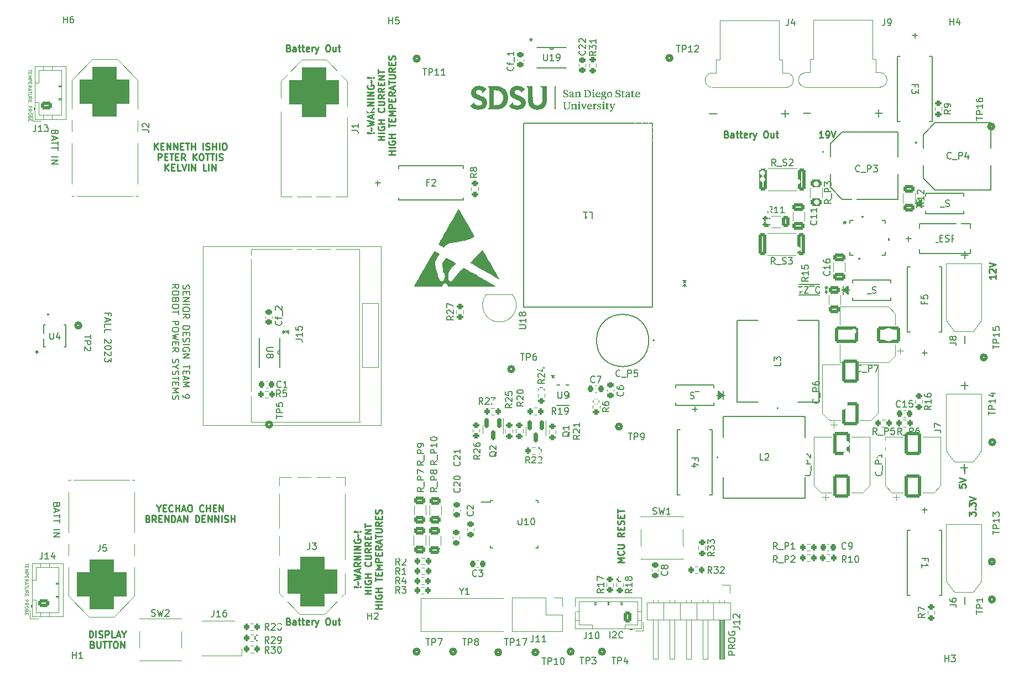
<source format=gto>
G04 #@! TF.GenerationSoftware,KiCad,Pcbnew,7.0.1*
G04 #@! TF.CreationDate,2023-09-16T11:04:41-10:00*
G04 #@! TF.ProjectId,rps01,72707330-312e-46b6-9963-61645f706362,1*
G04 #@! TF.SameCoordinates,Original*
G04 #@! TF.FileFunction,Legend,Top*
G04 #@! TF.FilePolarity,Positive*
%FSLAX46Y46*%
G04 Gerber Fmt 4.6, Leading zero omitted, Abs format (unit mm)*
G04 Created by KiCad (PCBNEW 7.0.1) date 2023-09-16 11:04:41*
%MOMM*%
%LPD*%
G01*
G04 APERTURE LIST*
G04 Aperture macros list*
%AMRoundRect*
0 Rectangle with rounded corners*
0 $1 Rounding radius*
0 $2 $3 $4 $5 $6 $7 $8 $9 X,Y pos of 4 corners*
0 Add a 4 corners polygon primitive as box body*
4,1,4,$2,$3,$4,$5,$6,$7,$8,$9,$2,$3,0*
0 Add four circle primitives for the rounded corners*
1,1,$1+$1,$2,$3*
1,1,$1+$1,$4,$5*
1,1,$1+$1,$6,$7*
1,1,$1+$1,$8,$9*
0 Add four rect primitives between the rounded corners*
20,1,$1+$1,$2,$3,$4,$5,0*
20,1,$1+$1,$4,$5,$6,$7,0*
20,1,$1+$1,$6,$7,$8,$9,0*
20,1,$1+$1,$8,$9,$2,$3,0*%
G04 Aperture macros list end*
%ADD10C,0.250000*%
%ADD11C,0.150000*%
%ADD12C,0.200000*%
%ADD13C,0.100000*%
%ADD14C,0.120000*%
%ADD15C,0.508000*%
%ADD16C,0.152400*%
%ADD17C,0.010000*%
%ADD18C,0.127000*%
%ADD19R,3.800000X3.800000*%
%ADD20C,4.000000*%
%ADD21RoundRect,1.900000X-1.900000X1.900000X-1.900000X-1.900000X1.900000X-1.900000X1.900000X1.900000X0*%
%ADD22C,7.600000*%
%ADD23R,1.700000X1.700000*%
%ADD24O,1.700000X1.700000*%
%ADD25R,2.000000X1.100000*%
%ADD26R,1.600200X0.812800*%
%ADD27RoundRect,0.225000X0.250000X-0.225000X0.250000X0.225000X-0.250000X0.225000X-0.250000X-0.225000X0*%
%ADD28RoundRect,0.250000X0.625000X-0.312500X0.625000X0.312500X-0.625000X0.312500X-0.625000X-0.312500X0*%
%ADD29O,2.000000X1.600000*%
%ADD30RoundRect,0.200000X0.200000X0.275000X-0.200000X0.275000X-0.200000X-0.275000X0.200000X-0.275000X0*%
%ADD31RoundRect,0.150000X-0.150000X0.587500X-0.150000X-0.587500X0.150000X-0.587500X0.150000X0.587500X0*%
%ADD32R,0.812800X1.600200*%
%ADD33RoundRect,0.200000X-0.275000X0.200000X-0.275000X-0.200000X0.275000X-0.200000X0.275000X0.200000X0*%
%ADD34RoundRect,0.225000X-0.250000X0.225000X-0.250000X-0.225000X0.250000X-0.225000X0.250000X0.225000X0*%
%ADD35R,4.241800X3.810000*%
%ADD36RoundRect,0.250000X0.625000X-0.350000X0.625000X0.350000X-0.625000X0.350000X-0.625000X-0.350000X0*%
%ADD37O,1.750000X1.200000*%
%ADD38RoundRect,0.200000X-0.200000X-0.275000X0.200000X-0.275000X0.200000X0.275000X-0.200000X0.275000X0*%
%ADD39RoundRect,0.250000X-0.362500X-1.425000X0.362500X-1.425000X0.362500X1.425000X-0.362500X1.425000X0*%
%ADD40RoundRect,0.225000X-0.225000X-0.250000X0.225000X-0.250000X0.225000X0.250000X-0.225000X0.250000X0*%
%ADD41RoundRect,0.250000X1.000000X-1.500000X1.000000X1.500000X-1.000000X1.500000X-1.000000X-1.500000X0*%
%ADD42R,1.050000X1.500000*%
%ADD43O,1.050000X1.500000*%
%ADD44R,0.804800X0.249200*%
%ADD45R,0.249200X0.804800*%
%ADD46R,3.550000X3.550000*%
%ADD47R,1.111200X0.600800*%
%ADD48RoundRect,0.250000X1.500000X1.000000X-1.500000X1.000000X-1.500000X-1.000000X1.500000X-1.000000X0*%
%ADD49R,2.184400X1.625600*%
%ADD50R,3.810000X4.241800*%
%ADD51RoundRect,0.250000X-0.625000X0.312500X-0.625000X-0.312500X0.625000X-0.312500X0.625000X0.312500X0*%
%ADD52R,0.279400X1.333500*%
%ADD53C,1.400000*%
%ADD54R,3.500000X3.500000*%
%ADD55C,3.500000*%
%ADD56C,0.800000*%
%ADD57C,6.400000*%
%ADD58RoundRect,1.900000X1.900000X-1.900000X1.900000X1.900000X-1.900000X1.900000X-1.900000X-1.900000X0*%
%ADD59R,1.600000X0.550000*%
%ADD60R,0.550000X1.600000*%
%ADD61RoundRect,0.225000X0.225000X0.250000X-0.225000X0.250000X-0.225000X-0.250000X0.225000X-0.250000X0*%
%ADD62R,0.952500X0.508000*%
%ADD63R,0.355600X1.473200*%
%ADD64RoundRect,0.200000X0.275000X-0.200000X0.275000X0.200000X-0.275000X0.200000X-0.275000X-0.200000X0*%
%ADD65R,2.560396X2.499995*%
%ADD66R,4.100000X2.000000*%
%ADD67RoundRect,0.250000X0.650000X-0.325000X0.650000X0.325000X-0.650000X0.325000X-0.650000X-0.325000X0*%
%ADD68R,4.521200X4.241800*%
%ADD69RoundRect,0.250000X-0.312500X-0.625000X0.312500X-0.625000X0.312500X0.625000X-0.312500X0.625000X0*%
%ADD70R,2.895600X5.410200*%
%ADD71R,1.550000X1.300000*%
%ADD72RoundRect,0.250000X0.350000X0.625000X-0.350000X0.625000X-0.350000X-0.625000X0.350000X-0.625000X0*%
%ADD73O,1.200000X1.750000*%
%ADD74R,1.473200X0.355600*%
%ADD75R,1.200000X1.200000*%
%ADD76C,1.200000*%
%ADD77R,4.500000X2.000000*%
%ADD78R,5.410200X2.895600*%
%ADD79C,1.500000*%
%ADD80C,1.000000*%
%ADD81C,2.000000*%
G04 APERTURE END LIST*
D10*
X54626476Y-110049428D02*
X54626476Y-110525619D01*
X54293143Y-109525619D02*
X54626476Y-110049428D01*
X54626476Y-110049428D02*
X54959809Y-109525619D01*
X55293143Y-110001809D02*
X55626476Y-110001809D01*
X55769333Y-110525619D02*
X55293143Y-110525619D01*
X55293143Y-110525619D02*
X55293143Y-109525619D01*
X55293143Y-109525619D02*
X55769333Y-109525619D01*
X56769333Y-110430380D02*
X56721714Y-110478000D01*
X56721714Y-110478000D02*
X56578857Y-110525619D01*
X56578857Y-110525619D02*
X56483619Y-110525619D01*
X56483619Y-110525619D02*
X56340762Y-110478000D01*
X56340762Y-110478000D02*
X56245524Y-110382761D01*
X56245524Y-110382761D02*
X56197905Y-110287523D01*
X56197905Y-110287523D02*
X56150286Y-110097047D01*
X56150286Y-110097047D02*
X56150286Y-109954190D01*
X56150286Y-109954190D02*
X56197905Y-109763714D01*
X56197905Y-109763714D02*
X56245524Y-109668476D01*
X56245524Y-109668476D02*
X56340762Y-109573238D01*
X56340762Y-109573238D02*
X56483619Y-109525619D01*
X56483619Y-109525619D02*
X56578857Y-109525619D01*
X56578857Y-109525619D02*
X56721714Y-109573238D01*
X56721714Y-109573238D02*
X56769333Y-109620857D01*
X57197905Y-110525619D02*
X57197905Y-109525619D01*
X57197905Y-110001809D02*
X57769333Y-110001809D01*
X57769333Y-110525619D02*
X57769333Y-109525619D01*
X58197905Y-110239904D02*
X58674095Y-110239904D01*
X58102667Y-110525619D02*
X58436000Y-109525619D01*
X58436000Y-109525619D02*
X58769333Y-110525619D01*
X59293143Y-109525619D02*
X59483619Y-109525619D01*
X59483619Y-109525619D02*
X59578857Y-109573238D01*
X59578857Y-109573238D02*
X59674095Y-109668476D01*
X59674095Y-109668476D02*
X59721714Y-109858952D01*
X59721714Y-109858952D02*
X59721714Y-110192285D01*
X59721714Y-110192285D02*
X59674095Y-110382761D01*
X59674095Y-110382761D02*
X59578857Y-110478000D01*
X59578857Y-110478000D02*
X59483619Y-110525619D01*
X59483619Y-110525619D02*
X59293143Y-110525619D01*
X59293143Y-110525619D02*
X59197905Y-110478000D01*
X59197905Y-110478000D02*
X59102667Y-110382761D01*
X59102667Y-110382761D02*
X59055048Y-110192285D01*
X59055048Y-110192285D02*
X59055048Y-109858952D01*
X59055048Y-109858952D02*
X59102667Y-109668476D01*
X59102667Y-109668476D02*
X59197905Y-109573238D01*
X59197905Y-109573238D02*
X59293143Y-109525619D01*
X61483619Y-110430380D02*
X61436000Y-110478000D01*
X61436000Y-110478000D02*
X61293143Y-110525619D01*
X61293143Y-110525619D02*
X61197905Y-110525619D01*
X61197905Y-110525619D02*
X61055048Y-110478000D01*
X61055048Y-110478000D02*
X60959810Y-110382761D01*
X60959810Y-110382761D02*
X60912191Y-110287523D01*
X60912191Y-110287523D02*
X60864572Y-110097047D01*
X60864572Y-110097047D02*
X60864572Y-109954190D01*
X60864572Y-109954190D02*
X60912191Y-109763714D01*
X60912191Y-109763714D02*
X60959810Y-109668476D01*
X60959810Y-109668476D02*
X61055048Y-109573238D01*
X61055048Y-109573238D02*
X61197905Y-109525619D01*
X61197905Y-109525619D02*
X61293143Y-109525619D01*
X61293143Y-109525619D02*
X61436000Y-109573238D01*
X61436000Y-109573238D02*
X61483619Y-109620857D01*
X61912191Y-110525619D02*
X61912191Y-109525619D01*
X61912191Y-110001809D02*
X62483619Y-110001809D01*
X62483619Y-110525619D02*
X62483619Y-109525619D01*
X62959810Y-110001809D02*
X63293143Y-110001809D01*
X63436000Y-110525619D02*
X62959810Y-110525619D01*
X62959810Y-110525619D02*
X62959810Y-109525619D01*
X62959810Y-109525619D02*
X63436000Y-109525619D01*
X63864572Y-110525619D02*
X63864572Y-109525619D01*
X63864572Y-109525619D02*
X64436000Y-110525619D01*
X64436000Y-110525619D02*
X64436000Y-109525619D01*
X52959809Y-111621809D02*
X53102666Y-111669428D01*
X53102666Y-111669428D02*
X53150285Y-111717047D01*
X53150285Y-111717047D02*
X53197904Y-111812285D01*
X53197904Y-111812285D02*
X53197904Y-111955142D01*
X53197904Y-111955142D02*
X53150285Y-112050380D01*
X53150285Y-112050380D02*
X53102666Y-112098000D01*
X53102666Y-112098000D02*
X53007428Y-112145619D01*
X53007428Y-112145619D02*
X52626476Y-112145619D01*
X52626476Y-112145619D02*
X52626476Y-111145619D01*
X52626476Y-111145619D02*
X52959809Y-111145619D01*
X52959809Y-111145619D02*
X53055047Y-111193238D01*
X53055047Y-111193238D02*
X53102666Y-111240857D01*
X53102666Y-111240857D02*
X53150285Y-111336095D01*
X53150285Y-111336095D02*
X53150285Y-111431333D01*
X53150285Y-111431333D02*
X53102666Y-111526571D01*
X53102666Y-111526571D02*
X53055047Y-111574190D01*
X53055047Y-111574190D02*
X52959809Y-111621809D01*
X52959809Y-111621809D02*
X52626476Y-111621809D01*
X54197904Y-112145619D02*
X53864571Y-111669428D01*
X53626476Y-112145619D02*
X53626476Y-111145619D01*
X53626476Y-111145619D02*
X54007428Y-111145619D01*
X54007428Y-111145619D02*
X54102666Y-111193238D01*
X54102666Y-111193238D02*
X54150285Y-111240857D01*
X54150285Y-111240857D02*
X54197904Y-111336095D01*
X54197904Y-111336095D02*
X54197904Y-111478952D01*
X54197904Y-111478952D02*
X54150285Y-111574190D01*
X54150285Y-111574190D02*
X54102666Y-111621809D01*
X54102666Y-111621809D02*
X54007428Y-111669428D01*
X54007428Y-111669428D02*
X53626476Y-111669428D01*
X54626476Y-111621809D02*
X54959809Y-111621809D01*
X55102666Y-112145619D02*
X54626476Y-112145619D01*
X54626476Y-112145619D02*
X54626476Y-111145619D01*
X54626476Y-111145619D02*
X55102666Y-111145619D01*
X55531238Y-112145619D02*
X55531238Y-111145619D01*
X55531238Y-111145619D02*
X56102666Y-112145619D01*
X56102666Y-112145619D02*
X56102666Y-111145619D01*
X56578857Y-112145619D02*
X56578857Y-111145619D01*
X56578857Y-111145619D02*
X56816952Y-111145619D01*
X56816952Y-111145619D02*
X56959809Y-111193238D01*
X56959809Y-111193238D02*
X57055047Y-111288476D01*
X57055047Y-111288476D02*
X57102666Y-111383714D01*
X57102666Y-111383714D02*
X57150285Y-111574190D01*
X57150285Y-111574190D02*
X57150285Y-111717047D01*
X57150285Y-111717047D02*
X57102666Y-111907523D01*
X57102666Y-111907523D02*
X57055047Y-112002761D01*
X57055047Y-112002761D02*
X56959809Y-112098000D01*
X56959809Y-112098000D02*
X56816952Y-112145619D01*
X56816952Y-112145619D02*
X56578857Y-112145619D01*
X57531238Y-111859904D02*
X58007428Y-111859904D01*
X57436000Y-112145619D02*
X57769333Y-111145619D01*
X57769333Y-111145619D02*
X58102666Y-112145619D01*
X58436000Y-112145619D02*
X58436000Y-111145619D01*
X58436000Y-111145619D02*
X59007428Y-112145619D01*
X59007428Y-112145619D02*
X59007428Y-111145619D01*
X60245524Y-112145619D02*
X60245524Y-111145619D01*
X60245524Y-111145619D02*
X60483619Y-111145619D01*
X60483619Y-111145619D02*
X60626476Y-111193238D01*
X60626476Y-111193238D02*
X60721714Y-111288476D01*
X60721714Y-111288476D02*
X60769333Y-111383714D01*
X60769333Y-111383714D02*
X60816952Y-111574190D01*
X60816952Y-111574190D02*
X60816952Y-111717047D01*
X60816952Y-111717047D02*
X60769333Y-111907523D01*
X60769333Y-111907523D02*
X60721714Y-112002761D01*
X60721714Y-112002761D02*
X60626476Y-112098000D01*
X60626476Y-112098000D02*
X60483619Y-112145619D01*
X60483619Y-112145619D02*
X60245524Y-112145619D01*
X61245524Y-111621809D02*
X61578857Y-111621809D01*
X61721714Y-112145619D02*
X61245524Y-112145619D01*
X61245524Y-112145619D02*
X61245524Y-111145619D01*
X61245524Y-111145619D02*
X61721714Y-111145619D01*
X62150286Y-112145619D02*
X62150286Y-111145619D01*
X62150286Y-111145619D02*
X62721714Y-112145619D01*
X62721714Y-112145619D02*
X62721714Y-111145619D01*
X63197905Y-112145619D02*
X63197905Y-111145619D01*
X63197905Y-111145619D02*
X63769333Y-112145619D01*
X63769333Y-112145619D02*
X63769333Y-111145619D01*
X64245524Y-112145619D02*
X64245524Y-111145619D01*
X64674095Y-112098000D02*
X64816952Y-112145619D01*
X64816952Y-112145619D02*
X65055047Y-112145619D01*
X65055047Y-112145619D02*
X65150285Y-112098000D01*
X65150285Y-112098000D02*
X65197904Y-112050380D01*
X65197904Y-112050380D02*
X65245523Y-111955142D01*
X65245523Y-111955142D02*
X65245523Y-111859904D01*
X65245523Y-111859904D02*
X65197904Y-111764666D01*
X65197904Y-111764666D02*
X65150285Y-111717047D01*
X65150285Y-111717047D02*
X65055047Y-111669428D01*
X65055047Y-111669428D02*
X64864571Y-111621809D01*
X64864571Y-111621809D02*
X64769333Y-111574190D01*
X64769333Y-111574190D02*
X64721714Y-111526571D01*
X64721714Y-111526571D02*
X64674095Y-111431333D01*
X64674095Y-111431333D02*
X64674095Y-111336095D01*
X64674095Y-111336095D02*
X64721714Y-111240857D01*
X64721714Y-111240857D02*
X64769333Y-111193238D01*
X64769333Y-111193238D02*
X64864571Y-111145619D01*
X64864571Y-111145619D02*
X65102666Y-111145619D01*
X65102666Y-111145619D02*
X65245523Y-111193238D01*
X65674095Y-112145619D02*
X65674095Y-111145619D01*
X65674095Y-111621809D02*
X66245523Y-111621809D01*
X66245523Y-112145619D02*
X66245523Y-111145619D01*
D11*
X39020369Y-109523108D02*
X38972750Y-109665965D01*
X38972750Y-109665965D02*
X38925131Y-109713584D01*
X38925131Y-109713584D02*
X38829893Y-109761203D01*
X38829893Y-109761203D02*
X38687036Y-109761203D01*
X38687036Y-109761203D02*
X38591798Y-109713584D01*
X38591798Y-109713584D02*
X38544179Y-109665965D01*
X38544179Y-109665965D02*
X38496559Y-109570727D01*
X38496559Y-109570727D02*
X38496559Y-109189775D01*
X38496559Y-109189775D02*
X39496559Y-109189775D01*
X39496559Y-109189775D02*
X39496559Y-109523108D01*
X39496559Y-109523108D02*
X39448940Y-109618346D01*
X39448940Y-109618346D02*
X39401321Y-109665965D01*
X39401321Y-109665965D02*
X39306083Y-109713584D01*
X39306083Y-109713584D02*
X39210845Y-109713584D01*
X39210845Y-109713584D02*
X39115607Y-109665965D01*
X39115607Y-109665965D02*
X39067988Y-109618346D01*
X39067988Y-109618346D02*
X39020369Y-109523108D01*
X39020369Y-109523108D02*
X39020369Y-109189775D01*
X38782274Y-110142156D02*
X38782274Y-110618346D01*
X38496559Y-110046918D02*
X39496559Y-110380251D01*
X39496559Y-110380251D02*
X38496559Y-110713584D01*
X39496559Y-110904061D02*
X39496559Y-111475489D01*
X38496559Y-111189775D02*
X39496559Y-111189775D01*
X39496559Y-111665966D02*
X39496559Y-112237394D01*
X38496559Y-111951680D02*
X39496559Y-111951680D01*
X38496559Y-113332633D02*
X39496559Y-113332633D01*
X38496559Y-113808823D02*
X39496559Y-113808823D01*
X39496559Y-113808823D02*
X38496559Y-114380251D01*
X38496559Y-114380251D02*
X39496559Y-114380251D01*
X117568036Y-98301918D02*
X117520417Y-98397156D01*
X117520417Y-98397156D02*
X117425179Y-98492394D01*
X117425179Y-98492394D02*
X117282321Y-98635251D01*
X117282321Y-98635251D02*
X117234702Y-98730489D01*
X117234702Y-98730489D02*
X117234702Y-98825727D01*
X117472798Y-98778108D02*
X117425179Y-98873346D01*
X117425179Y-98873346D02*
X117329940Y-98968584D01*
X117329940Y-98968584D02*
X117139464Y-99016203D01*
X117139464Y-99016203D02*
X116806131Y-99016203D01*
X116806131Y-99016203D02*
X116615655Y-98968584D01*
X116615655Y-98968584D02*
X116520417Y-98873346D01*
X116520417Y-98873346D02*
X116472798Y-98778108D01*
X116472798Y-98778108D02*
X116472798Y-98587632D01*
X116472798Y-98587632D02*
X116520417Y-98492394D01*
X116520417Y-98492394D02*
X116615655Y-98397156D01*
X116615655Y-98397156D02*
X116806131Y-98349537D01*
X116806131Y-98349537D02*
X117139464Y-98349537D01*
X117139464Y-98349537D02*
X117329940Y-98397156D01*
X117329940Y-98397156D02*
X117425179Y-98492394D01*
X117425179Y-98492394D02*
X117472798Y-98587632D01*
X117472798Y-98587632D02*
X117472798Y-98778108D01*
X117472798Y-97397156D02*
X117472798Y-97968584D01*
X117472798Y-97682870D02*
X116472798Y-97682870D01*
X116472798Y-97682870D02*
X116615655Y-97778108D01*
X116615655Y-97778108D02*
X116710893Y-97873346D01*
X116710893Y-97873346D02*
X116758512Y-97968584D01*
X106392036Y-101349918D02*
X106344417Y-101445156D01*
X106344417Y-101445156D02*
X106249179Y-101540394D01*
X106249179Y-101540394D02*
X106106321Y-101683251D01*
X106106321Y-101683251D02*
X106058702Y-101778489D01*
X106058702Y-101778489D02*
X106058702Y-101873727D01*
X106296798Y-101826108D02*
X106249179Y-101921346D01*
X106249179Y-101921346D02*
X106153940Y-102016584D01*
X106153940Y-102016584D02*
X105963464Y-102064203D01*
X105963464Y-102064203D02*
X105630131Y-102064203D01*
X105630131Y-102064203D02*
X105439655Y-102016584D01*
X105439655Y-102016584D02*
X105344417Y-101921346D01*
X105344417Y-101921346D02*
X105296798Y-101826108D01*
X105296798Y-101826108D02*
X105296798Y-101635632D01*
X105296798Y-101635632D02*
X105344417Y-101540394D01*
X105344417Y-101540394D02*
X105439655Y-101445156D01*
X105439655Y-101445156D02*
X105630131Y-101397537D01*
X105630131Y-101397537D02*
X105963464Y-101397537D01*
X105963464Y-101397537D02*
X106153940Y-101445156D01*
X106153940Y-101445156D02*
X106249179Y-101540394D01*
X106249179Y-101540394D02*
X106296798Y-101635632D01*
X106296798Y-101635632D02*
X106296798Y-101826108D01*
X105392036Y-101016584D02*
X105344417Y-100968965D01*
X105344417Y-100968965D02*
X105296798Y-100873727D01*
X105296798Y-100873727D02*
X105296798Y-100635632D01*
X105296798Y-100635632D02*
X105344417Y-100540394D01*
X105344417Y-100540394D02*
X105392036Y-100492775D01*
X105392036Y-100492775D02*
X105487274Y-100445156D01*
X105487274Y-100445156D02*
X105582512Y-100445156D01*
X105582512Y-100445156D02*
X105725369Y-100492775D01*
X105725369Y-100492775D02*
X106296798Y-101064203D01*
X106296798Y-101064203D02*
X106296798Y-100445156D01*
D12*
X58364272Y-75833130D02*
X58316652Y-75975987D01*
X58316652Y-75975987D02*
X58316652Y-76214082D01*
X58316652Y-76214082D02*
X58364272Y-76309320D01*
X58364272Y-76309320D02*
X58411891Y-76356939D01*
X58411891Y-76356939D02*
X58507129Y-76404558D01*
X58507129Y-76404558D02*
X58602367Y-76404558D01*
X58602367Y-76404558D02*
X58697605Y-76356939D01*
X58697605Y-76356939D02*
X58745224Y-76309320D01*
X58745224Y-76309320D02*
X58792843Y-76214082D01*
X58792843Y-76214082D02*
X58840462Y-76023606D01*
X58840462Y-76023606D02*
X58888081Y-75928368D01*
X58888081Y-75928368D02*
X58935700Y-75880749D01*
X58935700Y-75880749D02*
X59030938Y-75833130D01*
X59030938Y-75833130D02*
X59126176Y-75833130D01*
X59126176Y-75833130D02*
X59221414Y-75880749D01*
X59221414Y-75880749D02*
X59269033Y-75928368D01*
X59269033Y-75928368D02*
X59316652Y-76023606D01*
X59316652Y-76023606D02*
X59316652Y-76261701D01*
X59316652Y-76261701D02*
X59269033Y-76404558D01*
X58840462Y-76833130D02*
X58840462Y-77166463D01*
X58316652Y-77309320D02*
X58316652Y-76833130D01*
X58316652Y-76833130D02*
X59316652Y-76833130D01*
X59316652Y-76833130D02*
X59316652Y-77309320D01*
X58316652Y-77737892D02*
X59316652Y-77737892D01*
X59316652Y-77737892D02*
X58316652Y-78309320D01*
X58316652Y-78309320D02*
X59316652Y-78309320D01*
X58316652Y-78785511D02*
X59316652Y-78785511D01*
X59316652Y-79452177D02*
X59316652Y-79642653D01*
X59316652Y-79642653D02*
X59269033Y-79737891D01*
X59269033Y-79737891D02*
X59173795Y-79833129D01*
X59173795Y-79833129D02*
X58983319Y-79880748D01*
X58983319Y-79880748D02*
X58649986Y-79880748D01*
X58649986Y-79880748D02*
X58459510Y-79833129D01*
X58459510Y-79833129D02*
X58364272Y-79737891D01*
X58364272Y-79737891D02*
X58316652Y-79642653D01*
X58316652Y-79642653D02*
X58316652Y-79452177D01*
X58316652Y-79452177D02*
X58364272Y-79356939D01*
X58364272Y-79356939D02*
X58459510Y-79261701D01*
X58459510Y-79261701D02*
X58649986Y-79214082D01*
X58649986Y-79214082D02*
X58983319Y-79214082D01*
X58983319Y-79214082D02*
X59173795Y-79261701D01*
X59173795Y-79261701D02*
X59269033Y-79356939D01*
X59269033Y-79356939D02*
X59316652Y-79452177D01*
X58316652Y-80880748D02*
X58792843Y-80547415D01*
X58316652Y-80309320D02*
X59316652Y-80309320D01*
X59316652Y-80309320D02*
X59316652Y-80690272D01*
X59316652Y-80690272D02*
X59269033Y-80785510D01*
X59269033Y-80785510D02*
X59221414Y-80833129D01*
X59221414Y-80833129D02*
X59126176Y-80880748D01*
X59126176Y-80880748D02*
X58983319Y-80880748D01*
X58983319Y-80880748D02*
X58888081Y-80833129D01*
X58888081Y-80833129D02*
X58840462Y-80785510D01*
X58840462Y-80785510D02*
X58792843Y-80690272D01*
X58792843Y-80690272D02*
X58792843Y-80309320D01*
X58316652Y-82071225D02*
X59316652Y-82071225D01*
X59316652Y-82071225D02*
X59316652Y-82309320D01*
X59316652Y-82309320D02*
X59269033Y-82452177D01*
X59269033Y-82452177D02*
X59173795Y-82547415D01*
X59173795Y-82547415D02*
X59078557Y-82595034D01*
X59078557Y-82595034D02*
X58888081Y-82642653D01*
X58888081Y-82642653D02*
X58745224Y-82642653D01*
X58745224Y-82642653D02*
X58554748Y-82595034D01*
X58554748Y-82595034D02*
X58459510Y-82547415D01*
X58459510Y-82547415D02*
X58364272Y-82452177D01*
X58364272Y-82452177D02*
X58316652Y-82309320D01*
X58316652Y-82309320D02*
X58316652Y-82071225D01*
X58840462Y-83071225D02*
X58840462Y-83404558D01*
X58316652Y-83547415D02*
X58316652Y-83071225D01*
X58316652Y-83071225D02*
X59316652Y-83071225D01*
X59316652Y-83071225D02*
X59316652Y-83547415D01*
X58364272Y-83928368D02*
X58316652Y-84071225D01*
X58316652Y-84071225D02*
X58316652Y-84309320D01*
X58316652Y-84309320D02*
X58364272Y-84404558D01*
X58364272Y-84404558D02*
X58411891Y-84452177D01*
X58411891Y-84452177D02*
X58507129Y-84499796D01*
X58507129Y-84499796D02*
X58602367Y-84499796D01*
X58602367Y-84499796D02*
X58697605Y-84452177D01*
X58697605Y-84452177D02*
X58745224Y-84404558D01*
X58745224Y-84404558D02*
X58792843Y-84309320D01*
X58792843Y-84309320D02*
X58840462Y-84118844D01*
X58840462Y-84118844D02*
X58888081Y-84023606D01*
X58888081Y-84023606D02*
X58935700Y-83975987D01*
X58935700Y-83975987D02*
X59030938Y-83928368D01*
X59030938Y-83928368D02*
X59126176Y-83928368D01*
X59126176Y-83928368D02*
X59221414Y-83975987D01*
X59221414Y-83975987D02*
X59269033Y-84023606D01*
X59269033Y-84023606D02*
X59316652Y-84118844D01*
X59316652Y-84118844D02*
X59316652Y-84356939D01*
X59316652Y-84356939D02*
X59269033Y-84499796D01*
X58316652Y-84928368D02*
X59316652Y-84928368D01*
X59269033Y-85928367D02*
X59316652Y-85833129D01*
X59316652Y-85833129D02*
X59316652Y-85690272D01*
X59316652Y-85690272D02*
X59269033Y-85547415D01*
X59269033Y-85547415D02*
X59173795Y-85452177D01*
X59173795Y-85452177D02*
X59078557Y-85404558D01*
X59078557Y-85404558D02*
X58888081Y-85356939D01*
X58888081Y-85356939D02*
X58745224Y-85356939D01*
X58745224Y-85356939D02*
X58554748Y-85404558D01*
X58554748Y-85404558D02*
X58459510Y-85452177D01*
X58459510Y-85452177D02*
X58364272Y-85547415D01*
X58364272Y-85547415D02*
X58316652Y-85690272D01*
X58316652Y-85690272D02*
X58316652Y-85785510D01*
X58316652Y-85785510D02*
X58364272Y-85928367D01*
X58364272Y-85928367D02*
X58411891Y-85975986D01*
X58411891Y-85975986D02*
X58745224Y-85975986D01*
X58745224Y-85975986D02*
X58745224Y-85785510D01*
X58316652Y-86404558D02*
X59316652Y-86404558D01*
X59316652Y-86404558D02*
X58316652Y-86975986D01*
X58316652Y-86975986D02*
X59316652Y-86975986D01*
X59316652Y-88071225D02*
X59316652Y-88642653D01*
X58316652Y-88356939D02*
X59316652Y-88356939D01*
X58840462Y-88975987D02*
X58840462Y-89309320D01*
X58316652Y-89452177D02*
X58316652Y-88975987D01*
X58316652Y-88975987D02*
X59316652Y-88975987D01*
X59316652Y-88975987D02*
X59316652Y-89452177D01*
X58602367Y-89833130D02*
X58602367Y-90309320D01*
X58316652Y-89737892D02*
X59316652Y-90071225D01*
X59316652Y-90071225D02*
X58316652Y-90404558D01*
X58316652Y-90737892D02*
X59316652Y-90737892D01*
X59316652Y-90737892D02*
X58602367Y-91071225D01*
X58602367Y-91071225D02*
X59316652Y-91404558D01*
X59316652Y-91404558D02*
X58316652Y-91404558D01*
X58316652Y-92690273D02*
X58316652Y-92880749D01*
X58316652Y-92880749D02*
X58364272Y-92975987D01*
X58364272Y-92975987D02*
X58411891Y-93023606D01*
X58411891Y-93023606D02*
X58554748Y-93118844D01*
X58554748Y-93118844D02*
X58745224Y-93166463D01*
X58745224Y-93166463D02*
X59126176Y-93166463D01*
X59126176Y-93166463D02*
X59221414Y-93118844D01*
X59221414Y-93118844D02*
X59269033Y-93071225D01*
X59269033Y-93071225D02*
X59316652Y-92975987D01*
X59316652Y-92975987D02*
X59316652Y-92785511D01*
X59316652Y-92785511D02*
X59269033Y-92690273D01*
X59269033Y-92690273D02*
X59221414Y-92642654D01*
X59221414Y-92642654D02*
X59126176Y-92595035D01*
X59126176Y-92595035D02*
X58888081Y-92595035D01*
X58888081Y-92595035D02*
X58792843Y-92642654D01*
X58792843Y-92642654D02*
X58745224Y-92690273D01*
X58745224Y-92690273D02*
X58697605Y-92785511D01*
X58697605Y-92785511D02*
X58697605Y-92975987D01*
X58697605Y-92975987D02*
X58745224Y-93071225D01*
X58745224Y-93071225D02*
X58792843Y-93118844D01*
X58792843Y-93118844D02*
X58888081Y-93166463D01*
X56696652Y-76309320D02*
X57172843Y-75975987D01*
X56696652Y-75737892D02*
X57696652Y-75737892D01*
X57696652Y-75737892D02*
X57696652Y-76118844D01*
X57696652Y-76118844D02*
X57649033Y-76214082D01*
X57649033Y-76214082D02*
X57601414Y-76261701D01*
X57601414Y-76261701D02*
X57506176Y-76309320D01*
X57506176Y-76309320D02*
X57363319Y-76309320D01*
X57363319Y-76309320D02*
X57268081Y-76261701D01*
X57268081Y-76261701D02*
X57220462Y-76214082D01*
X57220462Y-76214082D02*
X57172843Y-76118844D01*
X57172843Y-76118844D02*
X57172843Y-75737892D01*
X57696652Y-76928368D02*
X57696652Y-77118844D01*
X57696652Y-77118844D02*
X57649033Y-77214082D01*
X57649033Y-77214082D02*
X57553795Y-77309320D01*
X57553795Y-77309320D02*
X57363319Y-77356939D01*
X57363319Y-77356939D02*
X57029986Y-77356939D01*
X57029986Y-77356939D02*
X56839510Y-77309320D01*
X56839510Y-77309320D02*
X56744272Y-77214082D01*
X56744272Y-77214082D02*
X56696652Y-77118844D01*
X56696652Y-77118844D02*
X56696652Y-76928368D01*
X56696652Y-76928368D02*
X56744272Y-76833130D01*
X56744272Y-76833130D02*
X56839510Y-76737892D01*
X56839510Y-76737892D02*
X57029986Y-76690273D01*
X57029986Y-76690273D02*
X57363319Y-76690273D01*
X57363319Y-76690273D02*
X57553795Y-76737892D01*
X57553795Y-76737892D02*
X57649033Y-76833130D01*
X57649033Y-76833130D02*
X57696652Y-76928368D01*
X57220462Y-78118844D02*
X57172843Y-78261701D01*
X57172843Y-78261701D02*
X57125224Y-78309320D01*
X57125224Y-78309320D02*
X57029986Y-78356939D01*
X57029986Y-78356939D02*
X56887129Y-78356939D01*
X56887129Y-78356939D02*
X56791891Y-78309320D01*
X56791891Y-78309320D02*
X56744272Y-78261701D01*
X56744272Y-78261701D02*
X56696652Y-78166463D01*
X56696652Y-78166463D02*
X56696652Y-77785511D01*
X56696652Y-77785511D02*
X57696652Y-77785511D01*
X57696652Y-77785511D02*
X57696652Y-78118844D01*
X57696652Y-78118844D02*
X57649033Y-78214082D01*
X57649033Y-78214082D02*
X57601414Y-78261701D01*
X57601414Y-78261701D02*
X57506176Y-78309320D01*
X57506176Y-78309320D02*
X57410938Y-78309320D01*
X57410938Y-78309320D02*
X57315700Y-78261701D01*
X57315700Y-78261701D02*
X57268081Y-78214082D01*
X57268081Y-78214082D02*
X57220462Y-78118844D01*
X57220462Y-78118844D02*
X57220462Y-77785511D01*
X57696652Y-78975987D02*
X57696652Y-79166463D01*
X57696652Y-79166463D02*
X57649033Y-79261701D01*
X57649033Y-79261701D02*
X57553795Y-79356939D01*
X57553795Y-79356939D02*
X57363319Y-79404558D01*
X57363319Y-79404558D02*
X57029986Y-79404558D01*
X57029986Y-79404558D02*
X56839510Y-79356939D01*
X56839510Y-79356939D02*
X56744272Y-79261701D01*
X56744272Y-79261701D02*
X56696652Y-79166463D01*
X56696652Y-79166463D02*
X56696652Y-78975987D01*
X56696652Y-78975987D02*
X56744272Y-78880749D01*
X56744272Y-78880749D02*
X56839510Y-78785511D01*
X56839510Y-78785511D02*
X57029986Y-78737892D01*
X57029986Y-78737892D02*
X57363319Y-78737892D01*
X57363319Y-78737892D02*
X57553795Y-78785511D01*
X57553795Y-78785511D02*
X57649033Y-78880749D01*
X57649033Y-78880749D02*
X57696652Y-78975987D01*
X57696652Y-79690273D02*
X57696652Y-80261701D01*
X56696652Y-79975987D02*
X57696652Y-79975987D01*
X56696652Y-81356940D02*
X57696652Y-81356940D01*
X57696652Y-81356940D02*
X57696652Y-81737892D01*
X57696652Y-81737892D02*
X57649033Y-81833130D01*
X57649033Y-81833130D02*
X57601414Y-81880749D01*
X57601414Y-81880749D02*
X57506176Y-81928368D01*
X57506176Y-81928368D02*
X57363319Y-81928368D01*
X57363319Y-81928368D02*
X57268081Y-81880749D01*
X57268081Y-81880749D02*
X57220462Y-81833130D01*
X57220462Y-81833130D02*
X57172843Y-81737892D01*
X57172843Y-81737892D02*
X57172843Y-81356940D01*
X57696652Y-82547416D02*
X57696652Y-82737892D01*
X57696652Y-82737892D02*
X57649033Y-82833130D01*
X57649033Y-82833130D02*
X57553795Y-82928368D01*
X57553795Y-82928368D02*
X57363319Y-82975987D01*
X57363319Y-82975987D02*
X57029986Y-82975987D01*
X57029986Y-82975987D02*
X56839510Y-82928368D01*
X56839510Y-82928368D02*
X56744272Y-82833130D01*
X56744272Y-82833130D02*
X56696652Y-82737892D01*
X56696652Y-82737892D02*
X56696652Y-82547416D01*
X56696652Y-82547416D02*
X56744272Y-82452178D01*
X56744272Y-82452178D02*
X56839510Y-82356940D01*
X56839510Y-82356940D02*
X57029986Y-82309321D01*
X57029986Y-82309321D02*
X57363319Y-82309321D01*
X57363319Y-82309321D02*
X57553795Y-82356940D01*
X57553795Y-82356940D02*
X57649033Y-82452178D01*
X57649033Y-82452178D02*
X57696652Y-82547416D01*
X57696652Y-83309321D02*
X56696652Y-83547416D01*
X56696652Y-83547416D02*
X57410938Y-83737892D01*
X57410938Y-83737892D02*
X56696652Y-83928368D01*
X56696652Y-83928368D02*
X57696652Y-84166464D01*
X57220462Y-84547416D02*
X57220462Y-84880749D01*
X56696652Y-85023606D02*
X56696652Y-84547416D01*
X56696652Y-84547416D02*
X57696652Y-84547416D01*
X57696652Y-84547416D02*
X57696652Y-85023606D01*
X56696652Y-86023606D02*
X57172843Y-85690273D01*
X56696652Y-85452178D02*
X57696652Y-85452178D01*
X57696652Y-85452178D02*
X57696652Y-85833130D01*
X57696652Y-85833130D02*
X57649033Y-85928368D01*
X57649033Y-85928368D02*
X57601414Y-85975987D01*
X57601414Y-85975987D02*
X57506176Y-86023606D01*
X57506176Y-86023606D02*
X57363319Y-86023606D01*
X57363319Y-86023606D02*
X57268081Y-85975987D01*
X57268081Y-85975987D02*
X57220462Y-85928368D01*
X57220462Y-85928368D02*
X57172843Y-85833130D01*
X57172843Y-85833130D02*
X57172843Y-85452178D01*
X56744272Y-87166464D02*
X56696652Y-87309321D01*
X56696652Y-87309321D02*
X56696652Y-87547416D01*
X56696652Y-87547416D02*
X56744272Y-87642654D01*
X56744272Y-87642654D02*
X56791891Y-87690273D01*
X56791891Y-87690273D02*
X56887129Y-87737892D01*
X56887129Y-87737892D02*
X56982367Y-87737892D01*
X56982367Y-87737892D02*
X57077605Y-87690273D01*
X57077605Y-87690273D02*
X57125224Y-87642654D01*
X57125224Y-87642654D02*
X57172843Y-87547416D01*
X57172843Y-87547416D02*
X57220462Y-87356940D01*
X57220462Y-87356940D02*
X57268081Y-87261702D01*
X57268081Y-87261702D02*
X57315700Y-87214083D01*
X57315700Y-87214083D02*
X57410938Y-87166464D01*
X57410938Y-87166464D02*
X57506176Y-87166464D01*
X57506176Y-87166464D02*
X57601414Y-87214083D01*
X57601414Y-87214083D02*
X57649033Y-87261702D01*
X57649033Y-87261702D02*
X57696652Y-87356940D01*
X57696652Y-87356940D02*
X57696652Y-87595035D01*
X57696652Y-87595035D02*
X57649033Y-87737892D01*
X57172843Y-88356940D02*
X56696652Y-88356940D01*
X57696652Y-88023607D02*
X57172843Y-88356940D01*
X57172843Y-88356940D02*
X57696652Y-88690273D01*
X56744272Y-88975988D02*
X56696652Y-89118845D01*
X56696652Y-89118845D02*
X56696652Y-89356940D01*
X56696652Y-89356940D02*
X56744272Y-89452178D01*
X56744272Y-89452178D02*
X56791891Y-89499797D01*
X56791891Y-89499797D02*
X56887129Y-89547416D01*
X56887129Y-89547416D02*
X56982367Y-89547416D01*
X56982367Y-89547416D02*
X57077605Y-89499797D01*
X57077605Y-89499797D02*
X57125224Y-89452178D01*
X57125224Y-89452178D02*
X57172843Y-89356940D01*
X57172843Y-89356940D02*
X57220462Y-89166464D01*
X57220462Y-89166464D02*
X57268081Y-89071226D01*
X57268081Y-89071226D02*
X57315700Y-89023607D01*
X57315700Y-89023607D02*
X57410938Y-88975988D01*
X57410938Y-88975988D02*
X57506176Y-88975988D01*
X57506176Y-88975988D02*
X57601414Y-89023607D01*
X57601414Y-89023607D02*
X57649033Y-89071226D01*
X57649033Y-89071226D02*
X57696652Y-89166464D01*
X57696652Y-89166464D02*
X57696652Y-89404559D01*
X57696652Y-89404559D02*
X57649033Y-89547416D01*
X57696652Y-89833131D02*
X57696652Y-90404559D01*
X56696652Y-90118845D02*
X57696652Y-90118845D01*
X57220462Y-90737893D02*
X57220462Y-91071226D01*
X56696652Y-91214083D02*
X56696652Y-90737893D01*
X56696652Y-90737893D02*
X57696652Y-90737893D01*
X57696652Y-90737893D02*
X57696652Y-91214083D01*
X56696652Y-91642655D02*
X57696652Y-91642655D01*
X57696652Y-91642655D02*
X56982367Y-91975988D01*
X56982367Y-91975988D02*
X57696652Y-92309321D01*
X57696652Y-92309321D02*
X56696652Y-92309321D01*
X56744272Y-92737893D02*
X56696652Y-92880750D01*
X56696652Y-92880750D02*
X56696652Y-93118845D01*
X56696652Y-93118845D02*
X56744272Y-93214083D01*
X56744272Y-93214083D02*
X56791891Y-93261702D01*
X56791891Y-93261702D02*
X56887129Y-93309321D01*
X56887129Y-93309321D02*
X56982367Y-93309321D01*
X56982367Y-93309321D02*
X57077605Y-93261702D01*
X57077605Y-93261702D02*
X57125224Y-93214083D01*
X57125224Y-93214083D02*
X57172843Y-93118845D01*
X57172843Y-93118845D02*
X57220462Y-92928369D01*
X57220462Y-92928369D02*
X57268081Y-92833131D01*
X57268081Y-92833131D02*
X57315700Y-92785512D01*
X57315700Y-92785512D02*
X57410938Y-92737893D01*
X57410938Y-92737893D02*
X57506176Y-92737893D01*
X57506176Y-92737893D02*
X57601414Y-92785512D01*
X57601414Y-92785512D02*
X57649033Y-92833131D01*
X57649033Y-92833131D02*
X57696652Y-92928369D01*
X57696652Y-92928369D02*
X57696652Y-93166464D01*
X57696652Y-93166464D02*
X57649033Y-93309321D01*
D11*
X123682095Y-129925619D02*
X123682095Y-128925619D01*
X124110666Y-129020857D02*
X124158285Y-128973238D01*
X124158285Y-128973238D02*
X124253523Y-128925619D01*
X124253523Y-128925619D02*
X124491618Y-128925619D01*
X124491618Y-128925619D02*
X124586856Y-128973238D01*
X124586856Y-128973238D02*
X124634475Y-129020857D01*
X124634475Y-129020857D02*
X124682094Y-129116095D01*
X124682094Y-129116095D02*
X124682094Y-129211333D01*
X124682094Y-129211333D02*
X124634475Y-129354190D01*
X124634475Y-129354190D02*
X124063047Y-129925619D01*
X124063047Y-129925619D02*
X124682094Y-129925619D01*
X125682094Y-129830380D02*
X125634475Y-129878000D01*
X125634475Y-129878000D02*
X125491618Y-129925619D01*
X125491618Y-129925619D02*
X125396380Y-129925619D01*
X125396380Y-129925619D02*
X125253523Y-129878000D01*
X125253523Y-129878000D02*
X125158285Y-129782761D01*
X125158285Y-129782761D02*
X125110666Y-129687523D01*
X125110666Y-129687523D02*
X125063047Y-129497047D01*
X125063047Y-129497047D02*
X125063047Y-129354190D01*
X125063047Y-129354190D02*
X125110666Y-129163714D01*
X125110666Y-129163714D02*
X125158285Y-129068476D01*
X125158285Y-129068476D02*
X125253523Y-128973238D01*
X125253523Y-128973238D02*
X125396380Y-128925619D01*
X125396380Y-128925619D02*
X125491618Y-128925619D01*
X125491618Y-128925619D02*
X125634475Y-128973238D01*
X125634475Y-128973238D02*
X125682094Y-129020857D01*
X142872798Y-132496584D02*
X141872798Y-132496584D01*
X141872798Y-132496584D02*
X141872798Y-132115632D01*
X141872798Y-132115632D02*
X141920417Y-132020394D01*
X141920417Y-132020394D02*
X141968036Y-131972775D01*
X141968036Y-131972775D02*
X142063274Y-131925156D01*
X142063274Y-131925156D02*
X142206131Y-131925156D01*
X142206131Y-131925156D02*
X142301369Y-131972775D01*
X142301369Y-131972775D02*
X142348988Y-132020394D01*
X142348988Y-132020394D02*
X142396607Y-132115632D01*
X142396607Y-132115632D02*
X142396607Y-132496584D01*
X142872798Y-130925156D02*
X142396607Y-131258489D01*
X142872798Y-131496584D02*
X141872798Y-131496584D01*
X141872798Y-131496584D02*
X141872798Y-131115632D01*
X141872798Y-131115632D02*
X141920417Y-131020394D01*
X141920417Y-131020394D02*
X141968036Y-130972775D01*
X141968036Y-130972775D02*
X142063274Y-130925156D01*
X142063274Y-130925156D02*
X142206131Y-130925156D01*
X142206131Y-130925156D02*
X142301369Y-130972775D01*
X142301369Y-130972775D02*
X142348988Y-131020394D01*
X142348988Y-131020394D02*
X142396607Y-131115632D01*
X142396607Y-131115632D02*
X142396607Y-131496584D01*
X141872798Y-130306108D02*
X141872798Y-130115632D01*
X141872798Y-130115632D02*
X141920417Y-130020394D01*
X141920417Y-130020394D02*
X142015655Y-129925156D01*
X142015655Y-129925156D02*
X142206131Y-129877537D01*
X142206131Y-129877537D02*
X142539464Y-129877537D01*
X142539464Y-129877537D02*
X142729940Y-129925156D01*
X142729940Y-129925156D02*
X142825179Y-130020394D01*
X142825179Y-130020394D02*
X142872798Y-130115632D01*
X142872798Y-130115632D02*
X142872798Y-130306108D01*
X142872798Y-130306108D02*
X142825179Y-130401346D01*
X142825179Y-130401346D02*
X142729940Y-130496584D01*
X142729940Y-130496584D02*
X142539464Y-130544203D01*
X142539464Y-130544203D02*
X142206131Y-130544203D01*
X142206131Y-130544203D02*
X142015655Y-130496584D01*
X142015655Y-130496584D02*
X141920417Y-130401346D01*
X141920417Y-130401346D02*
X141872798Y-130306108D01*
X141920417Y-128925156D02*
X141872798Y-129020394D01*
X141872798Y-129020394D02*
X141872798Y-129163251D01*
X141872798Y-129163251D02*
X141920417Y-129306108D01*
X141920417Y-129306108D02*
X142015655Y-129401346D01*
X142015655Y-129401346D02*
X142110893Y-129448965D01*
X142110893Y-129448965D02*
X142301369Y-129496584D01*
X142301369Y-129496584D02*
X142444226Y-129496584D01*
X142444226Y-129496584D02*
X142634702Y-129448965D01*
X142634702Y-129448965D02*
X142729940Y-129401346D01*
X142729940Y-129401346D02*
X142825179Y-129306108D01*
X142825179Y-129306108D02*
X142872798Y-129163251D01*
X142872798Y-129163251D02*
X142872798Y-129068013D01*
X142872798Y-129068013D02*
X142825179Y-128925156D01*
X142825179Y-128925156D02*
X142777559Y-128877537D01*
X142777559Y-128877537D02*
X142444226Y-128877537D01*
X142444226Y-128877537D02*
X142444226Y-129068013D01*
D10*
X43997905Y-129829619D02*
X43997905Y-128829619D01*
X43997905Y-128829619D02*
X44236000Y-128829619D01*
X44236000Y-128829619D02*
X44378857Y-128877238D01*
X44378857Y-128877238D02*
X44474095Y-128972476D01*
X44474095Y-128972476D02*
X44521714Y-129067714D01*
X44521714Y-129067714D02*
X44569333Y-129258190D01*
X44569333Y-129258190D02*
X44569333Y-129401047D01*
X44569333Y-129401047D02*
X44521714Y-129591523D01*
X44521714Y-129591523D02*
X44474095Y-129686761D01*
X44474095Y-129686761D02*
X44378857Y-129782000D01*
X44378857Y-129782000D02*
X44236000Y-129829619D01*
X44236000Y-129829619D02*
X43997905Y-129829619D01*
X44997905Y-129829619D02*
X44997905Y-128829619D01*
X45426476Y-129782000D02*
X45569333Y-129829619D01*
X45569333Y-129829619D02*
X45807428Y-129829619D01*
X45807428Y-129829619D02*
X45902666Y-129782000D01*
X45902666Y-129782000D02*
X45950285Y-129734380D01*
X45950285Y-129734380D02*
X45997904Y-129639142D01*
X45997904Y-129639142D02*
X45997904Y-129543904D01*
X45997904Y-129543904D02*
X45950285Y-129448666D01*
X45950285Y-129448666D02*
X45902666Y-129401047D01*
X45902666Y-129401047D02*
X45807428Y-129353428D01*
X45807428Y-129353428D02*
X45616952Y-129305809D01*
X45616952Y-129305809D02*
X45521714Y-129258190D01*
X45521714Y-129258190D02*
X45474095Y-129210571D01*
X45474095Y-129210571D02*
X45426476Y-129115333D01*
X45426476Y-129115333D02*
X45426476Y-129020095D01*
X45426476Y-129020095D02*
X45474095Y-128924857D01*
X45474095Y-128924857D02*
X45521714Y-128877238D01*
X45521714Y-128877238D02*
X45616952Y-128829619D01*
X45616952Y-128829619D02*
X45855047Y-128829619D01*
X45855047Y-128829619D02*
X45997904Y-128877238D01*
X46426476Y-129829619D02*
X46426476Y-128829619D01*
X46426476Y-128829619D02*
X46807428Y-128829619D01*
X46807428Y-128829619D02*
X46902666Y-128877238D01*
X46902666Y-128877238D02*
X46950285Y-128924857D01*
X46950285Y-128924857D02*
X46997904Y-129020095D01*
X46997904Y-129020095D02*
X46997904Y-129162952D01*
X46997904Y-129162952D02*
X46950285Y-129258190D01*
X46950285Y-129258190D02*
X46902666Y-129305809D01*
X46902666Y-129305809D02*
X46807428Y-129353428D01*
X46807428Y-129353428D02*
X46426476Y-129353428D01*
X47902666Y-129829619D02*
X47426476Y-129829619D01*
X47426476Y-129829619D02*
X47426476Y-128829619D01*
X48188381Y-129543904D02*
X48664571Y-129543904D01*
X48093143Y-129829619D02*
X48426476Y-128829619D01*
X48426476Y-128829619D02*
X48759809Y-129829619D01*
X49283619Y-129353428D02*
X49283619Y-129829619D01*
X48950286Y-128829619D02*
X49283619Y-129353428D01*
X49283619Y-129353428D02*
X49616952Y-128829619D01*
X44474095Y-130925809D02*
X44616952Y-130973428D01*
X44616952Y-130973428D02*
X44664571Y-131021047D01*
X44664571Y-131021047D02*
X44712190Y-131116285D01*
X44712190Y-131116285D02*
X44712190Y-131259142D01*
X44712190Y-131259142D02*
X44664571Y-131354380D01*
X44664571Y-131354380D02*
X44616952Y-131402000D01*
X44616952Y-131402000D02*
X44521714Y-131449619D01*
X44521714Y-131449619D02*
X44140762Y-131449619D01*
X44140762Y-131449619D02*
X44140762Y-130449619D01*
X44140762Y-130449619D02*
X44474095Y-130449619D01*
X44474095Y-130449619D02*
X44569333Y-130497238D01*
X44569333Y-130497238D02*
X44616952Y-130544857D01*
X44616952Y-130544857D02*
X44664571Y-130640095D01*
X44664571Y-130640095D02*
X44664571Y-130735333D01*
X44664571Y-130735333D02*
X44616952Y-130830571D01*
X44616952Y-130830571D02*
X44569333Y-130878190D01*
X44569333Y-130878190D02*
X44474095Y-130925809D01*
X44474095Y-130925809D02*
X44140762Y-130925809D01*
X45140762Y-130449619D02*
X45140762Y-131259142D01*
X45140762Y-131259142D02*
X45188381Y-131354380D01*
X45188381Y-131354380D02*
X45236000Y-131402000D01*
X45236000Y-131402000D02*
X45331238Y-131449619D01*
X45331238Y-131449619D02*
X45521714Y-131449619D01*
X45521714Y-131449619D02*
X45616952Y-131402000D01*
X45616952Y-131402000D02*
X45664571Y-131354380D01*
X45664571Y-131354380D02*
X45712190Y-131259142D01*
X45712190Y-131259142D02*
X45712190Y-130449619D01*
X46045524Y-130449619D02*
X46616952Y-130449619D01*
X46331238Y-131449619D02*
X46331238Y-130449619D01*
X46807429Y-130449619D02*
X47378857Y-130449619D01*
X47093143Y-131449619D02*
X47093143Y-130449619D01*
X47902667Y-130449619D02*
X48093143Y-130449619D01*
X48093143Y-130449619D02*
X48188381Y-130497238D01*
X48188381Y-130497238D02*
X48283619Y-130592476D01*
X48283619Y-130592476D02*
X48331238Y-130782952D01*
X48331238Y-130782952D02*
X48331238Y-131116285D01*
X48331238Y-131116285D02*
X48283619Y-131306761D01*
X48283619Y-131306761D02*
X48188381Y-131402000D01*
X48188381Y-131402000D02*
X48093143Y-131449619D01*
X48093143Y-131449619D02*
X47902667Y-131449619D01*
X47902667Y-131449619D02*
X47807429Y-131402000D01*
X47807429Y-131402000D02*
X47712191Y-131306761D01*
X47712191Y-131306761D02*
X47664572Y-131116285D01*
X47664572Y-131116285D02*
X47664572Y-130782952D01*
X47664572Y-130782952D02*
X47712191Y-130592476D01*
X47712191Y-130592476D02*
X47807429Y-130497238D01*
X47807429Y-130497238D02*
X47902667Y-130449619D01*
X48759810Y-131449619D02*
X48759810Y-130449619D01*
X48759810Y-130449619D02*
X49331238Y-131449619D01*
X49331238Y-131449619D02*
X49331238Y-130449619D01*
D13*
X35105190Y-42783619D02*
X35105190Y-43069333D01*
X34605190Y-42926476D02*
X35105190Y-42926476D01*
X34867095Y-43235999D02*
X34867095Y-43402666D01*
X34605190Y-43474094D02*
X34605190Y-43235999D01*
X34605190Y-43235999D02*
X35105190Y-43235999D01*
X35105190Y-43235999D02*
X35105190Y-43474094D01*
X34605190Y-43688380D02*
X35105190Y-43688380D01*
X35105190Y-43688380D02*
X34748047Y-43855047D01*
X34748047Y-43855047D02*
X35105190Y-44021713D01*
X35105190Y-44021713D02*
X34605190Y-44021713D01*
X34605190Y-44259809D02*
X35105190Y-44259809D01*
X35105190Y-44259809D02*
X35105190Y-44450285D01*
X35105190Y-44450285D02*
X35081380Y-44497904D01*
X35081380Y-44497904D02*
X35057571Y-44521714D01*
X35057571Y-44521714D02*
X35009952Y-44545523D01*
X35009952Y-44545523D02*
X34938523Y-44545523D01*
X34938523Y-44545523D02*
X34890904Y-44521714D01*
X34890904Y-44521714D02*
X34867095Y-44497904D01*
X34867095Y-44497904D02*
X34843285Y-44450285D01*
X34843285Y-44450285D02*
X34843285Y-44259809D01*
X34867095Y-44759809D02*
X34867095Y-44926476D01*
X34605190Y-44997904D02*
X34605190Y-44759809D01*
X34605190Y-44759809D02*
X35105190Y-44759809D01*
X35105190Y-44759809D02*
X35105190Y-44997904D01*
X34605190Y-45497904D02*
X34843285Y-45331238D01*
X34605190Y-45212190D02*
X35105190Y-45212190D01*
X35105190Y-45212190D02*
X35105190Y-45402666D01*
X35105190Y-45402666D02*
X35081380Y-45450285D01*
X35081380Y-45450285D02*
X35057571Y-45474095D01*
X35057571Y-45474095D02*
X35009952Y-45497904D01*
X35009952Y-45497904D02*
X34938523Y-45497904D01*
X34938523Y-45497904D02*
X34890904Y-45474095D01*
X34890904Y-45474095D02*
X34867095Y-45450285D01*
X34867095Y-45450285D02*
X34843285Y-45402666D01*
X34843285Y-45402666D02*
X34843285Y-45212190D01*
X34748047Y-45688381D02*
X34748047Y-45926476D01*
X34605190Y-45640762D02*
X35105190Y-45807428D01*
X35105190Y-45807428D02*
X34605190Y-45974095D01*
X35105190Y-46069333D02*
X35105190Y-46355047D01*
X34605190Y-46212190D02*
X35105190Y-46212190D01*
X35105190Y-46521713D02*
X34700428Y-46521713D01*
X34700428Y-46521713D02*
X34652809Y-46545523D01*
X34652809Y-46545523D02*
X34629000Y-46569332D01*
X34629000Y-46569332D02*
X34605190Y-46616951D01*
X34605190Y-46616951D02*
X34605190Y-46712189D01*
X34605190Y-46712189D02*
X34629000Y-46759808D01*
X34629000Y-46759808D02*
X34652809Y-46783618D01*
X34652809Y-46783618D02*
X34700428Y-46807427D01*
X34700428Y-46807427D02*
X35105190Y-46807427D01*
X34605190Y-47331237D02*
X34843285Y-47164571D01*
X34605190Y-47045523D02*
X35105190Y-47045523D01*
X35105190Y-47045523D02*
X35105190Y-47235999D01*
X35105190Y-47235999D02*
X35081380Y-47283618D01*
X35081380Y-47283618D02*
X35057571Y-47307428D01*
X35057571Y-47307428D02*
X35009952Y-47331237D01*
X35009952Y-47331237D02*
X34938523Y-47331237D01*
X34938523Y-47331237D02*
X34890904Y-47307428D01*
X34890904Y-47307428D02*
X34867095Y-47283618D01*
X34867095Y-47283618D02*
X34843285Y-47235999D01*
X34843285Y-47235999D02*
X34843285Y-47045523D01*
X34867095Y-47545523D02*
X34867095Y-47712190D01*
X34605190Y-47783618D02*
X34605190Y-47545523D01*
X34605190Y-47545523D02*
X35105190Y-47545523D01*
X35105190Y-47545523D02*
X35105190Y-47783618D01*
X34605190Y-48378856D02*
X35105190Y-48378856D01*
X35105190Y-48378856D02*
X35105190Y-48569332D01*
X35105190Y-48569332D02*
X35081380Y-48616951D01*
X35081380Y-48616951D02*
X35057571Y-48640761D01*
X35057571Y-48640761D02*
X35009952Y-48664570D01*
X35009952Y-48664570D02*
X34938523Y-48664570D01*
X34938523Y-48664570D02*
X34890904Y-48640761D01*
X34890904Y-48640761D02*
X34867095Y-48616951D01*
X34867095Y-48616951D02*
X34843285Y-48569332D01*
X34843285Y-48569332D02*
X34843285Y-48378856D01*
X34605190Y-49164570D02*
X34843285Y-48997904D01*
X34605190Y-48878856D02*
X35105190Y-48878856D01*
X35105190Y-48878856D02*
X35105190Y-49069332D01*
X35105190Y-49069332D02*
X35081380Y-49116951D01*
X35081380Y-49116951D02*
X35057571Y-49140761D01*
X35057571Y-49140761D02*
X35009952Y-49164570D01*
X35009952Y-49164570D02*
X34938523Y-49164570D01*
X34938523Y-49164570D02*
X34890904Y-49140761D01*
X34890904Y-49140761D02*
X34867095Y-49116951D01*
X34867095Y-49116951D02*
X34843285Y-49069332D01*
X34843285Y-49069332D02*
X34843285Y-48878856D01*
X35105190Y-49474094D02*
X35105190Y-49569332D01*
X35105190Y-49569332D02*
X35081380Y-49616951D01*
X35081380Y-49616951D02*
X35033761Y-49664570D01*
X35033761Y-49664570D02*
X34938523Y-49688380D01*
X34938523Y-49688380D02*
X34771857Y-49688380D01*
X34771857Y-49688380D02*
X34676619Y-49664570D01*
X34676619Y-49664570D02*
X34629000Y-49616951D01*
X34629000Y-49616951D02*
X34605190Y-49569332D01*
X34605190Y-49569332D02*
X34605190Y-49474094D01*
X34605190Y-49474094D02*
X34629000Y-49426475D01*
X34629000Y-49426475D02*
X34676619Y-49378856D01*
X34676619Y-49378856D02*
X34771857Y-49355047D01*
X34771857Y-49355047D02*
X34938523Y-49355047D01*
X34938523Y-49355047D02*
X35033761Y-49378856D01*
X35033761Y-49378856D02*
X35081380Y-49426475D01*
X35081380Y-49426475D02*
X35105190Y-49474094D01*
X34867095Y-50069333D02*
X34843285Y-50140761D01*
X34843285Y-50140761D02*
X34819476Y-50164571D01*
X34819476Y-50164571D02*
X34771857Y-50188380D01*
X34771857Y-50188380D02*
X34700428Y-50188380D01*
X34700428Y-50188380D02*
X34652809Y-50164571D01*
X34652809Y-50164571D02*
X34629000Y-50140761D01*
X34629000Y-50140761D02*
X34605190Y-50093142D01*
X34605190Y-50093142D02*
X34605190Y-49902666D01*
X34605190Y-49902666D02*
X35105190Y-49902666D01*
X35105190Y-49902666D02*
X35105190Y-50069333D01*
X35105190Y-50069333D02*
X35081380Y-50116952D01*
X35081380Y-50116952D02*
X35057571Y-50140761D01*
X35057571Y-50140761D02*
X35009952Y-50164571D01*
X35009952Y-50164571D02*
X34962333Y-50164571D01*
X34962333Y-50164571D02*
X34914714Y-50140761D01*
X34914714Y-50140761D02*
X34890904Y-50116952D01*
X34890904Y-50116952D02*
X34867095Y-50069333D01*
X34867095Y-50069333D02*
X34867095Y-49902666D01*
X34867095Y-50402666D02*
X34867095Y-50569333D01*
X34605190Y-50640761D02*
X34605190Y-50402666D01*
X34605190Y-50402666D02*
X35105190Y-50402666D01*
X35105190Y-50402666D02*
X35105190Y-50640761D01*
D11*
X38746190Y-52387428D02*
X38698571Y-52530285D01*
X38698571Y-52530285D02*
X38650952Y-52577904D01*
X38650952Y-52577904D02*
X38555714Y-52625523D01*
X38555714Y-52625523D02*
X38412857Y-52625523D01*
X38412857Y-52625523D02*
X38317619Y-52577904D01*
X38317619Y-52577904D02*
X38270000Y-52530285D01*
X38270000Y-52530285D02*
X38222380Y-52435047D01*
X38222380Y-52435047D02*
X38222380Y-52054095D01*
X38222380Y-52054095D02*
X39222380Y-52054095D01*
X39222380Y-52054095D02*
X39222380Y-52387428D01*
X39222380Y-52387428D02*
X39174761Y-52482666D01*
X39174761Y-52482666D02*
X39127142Y-52530285D01*
X39127142Y-52530285D02*
X39031904Y-52577904D01*
X39031904Y-52577904D02*
X38936666Y-52577904D01*
X38936666Y-52577904D02*
X38841428Y-52530285D01*
X38841428Y-52530285D02*
X38793809Y-52482666D01*
X38793809Y-52482666D02*
X38746190Y-52387428D01*
X38746190Y-52387428D02*
X38746190Y-52054095D01*
X38508095Y-53006476D02*
X38508095Y-53482666D01*
X38222380Y-52911238D02*
X39222380Y-53244571D01*
X39222380Y-53244571D02*
X38222380Y-53577904D01*
X39222380Y-53768381D02*
X39222380Y-54339809D01*
X38222380Y-54054095D02*
X39222380Y-54054095D01*
X39222380Y-54530286D02*
X39222380Y-55101714D01*
X38222380Y-54816000D02*
X39222380Y-54816000D01*
X38222380Y-56196953D02*
X39222380Y-56196953D01*
X38222380Y-56673143D02*
X39222380Y-56673143D01*
X39222380Y-56673143D02*
X38222380Y-57244571D01*
X38222380Y-57244571D02*
X39222380Y-57244571D01*
D10*
X74517713Y-127369809D02*
X74660570Y-127417428D01*
X74660570Y-127417428D02*
X74708189Y-127465047D01*
X74708189Y-127465047D02*
X74755808Y-127560285D01*
X74755808Y-127560285D02*
X74755808Y-127703142D01*
X74755808Y-127703142D02*
X74708189Y-127798380D01*
X74708189Y-127798380D02*
X74660570Y-127846000D01*
X74660570Y-127846000D02*
X74565332Y-127893619D01*
X74565332Y-127893619D02*
X74184380Y-127893619D01*
X74184380Y-127893619D02*
X74184380Y-126893619D01*
X74184380Y-126893619D02*
X74517713Y-126893619D01*
X74517713Y-126893619D02*
X74612951Y-126941238D01*
X74612951Y-126941238D02*
X74660570Y-126988857D01*
X74660570Y-126988857D02*
X74708189Y-127084095D01*
X74708189Y-127084095D02*
X74708189Y-127179333D01*
X74708189Y-127179333D02*
X74660570Y-127274571D01*
X74660570Y-127274571D02*
X74612951Y-127322190D01*
X74612951Y-127322190D02*
X74517713Y-127369809D01*
X74517713Y-127369809D02*
X74184380Y-127369809D01*
X75612951Y-127893619D02*
X75612951Y-127369809D01*
X75612951Y-127369809D02*
X75565332Y-127274571D01*
X75565332Y-127274571D02*
X75470094Y-127226952D01*
X75470094Y-127226952D02*
X75279618Y-127226952D01*
X75279618Y-127226952D02*
X75184380Y-127274571D01*
X75612951Y-127846000D02*
X75517713Y-127893619D01*
X75517713Y-127893619D02*
X75279618Y-127893619D01*
X75279618Y-127893619D02*
X75184380Y-127846000D01*
X75184380Y-127846000D02*
X75136761Y-127750761D01*
X75136761Y-127750761D02*
X75136761Y-127655523D01*
X75136761Y-127655523D02*
X75184380Y-127560285D01*
X75184380Y-127560285D02*
X75279618Y-127512666D01*
X75279618Y-127512666D02*
X75517713Y-127512666D01*
X75517713Y-127512666D02*
X75612951Y-127465047D01*
X75946285Y-127226952D02*
X76327237Y-127226952D01*
X76089142Y-126893619D02*
X76089142Y-127750761D01*
X76089142Y-127750761D02*
X76136761Y-127846000D01*
X76136761Y-127846000D02*
X76231999Y-127893619D01*
X76231999Y-127893619D02*
X76327237Y-127893619D01*
X76517714Y-127226952D02*
X76898666Y-127226952D01*
X76660571Y-126893619D02*
X76660571Y-127750761D01*
X76660571Y-127750761D02*
X76708190Y-127846000D01*
X76708190Y-127846000D02*
X76803428Y-127893619D01*
X76803428Y-127893619D02*
X76898666Y-127893619D01*
X77612952Y-127846000D02*
X77517714Y-127893619D01*
X77517714Y-127893619D02*
X77327238Y-127893619D01*
X77327238Y-127893619D02*
X77232000Y-127846000D01*
X77232000Y-127846000D02*
X77184381Y-127750761D01*
X77184381Y-127750761D02*
X77184381Y-127369809D01*
X77184381Y-127369809D02*
X77232000Y-127274571D01*
X77232000Y-127274571D02*
X77327238Y-127226952D01*
X77327238Y-127226952D02*
X77517714Y-127226952D01*
X77517714Y-127226952D02*
X77612952Y-127274571D01*
X77612952Y-127274571D02*
X77660571Y-127369809D01*
X77660571Y-127369809D02*
X77660571Y-127465047D01*
X77660571Y-127465047D02*
X77184381Y-127560285D01*
X78089143Y-127893619D02*
X78089143Y-127226952D01*
X78089143Y-127417428D02*
X78136762Y-127322190D01*
X78136762Y-127322190D02*
X78184381Y-127274571D01*
X78184381Y-127274571D02*
X78279619Y-127226952D01*
X78279619Y-127226952D02*
X78374857Y-127226952D01*
X78612953Y-127226952D02*
X78851048Y-127893619D01*
X79089143Y-127226952D02*
X78851048Y-127893619D01*
X78851048Y-127893619D02*
X78755810Y-128131714D01*
X78755810Y-128131714D02*
X78708191Y-128179333D01*
X78708191Y-128179333D02*
X78612953Y-128226952D01*
X80422477Y-126893619D02*
X80612953Y-126893619D01*
X80612953Y-126893619D02*
X80708191Y-126941238D01*
X80708191Y-126941238D02*
X80803429Y-127036476D01*
X80803429Y-127036476D02*
X80851048Y-127226952D01*
X80851048Y-127226952D02*
X80851048Y-127560285D01*
X80851048Y-127560285D02*
X80803429Y-127750761D01*
X80803429Y-127750761D02*
X80708191Y-127846000D01*
X80708191Y-127846000D02*
X80612953Y-127893619D01*
X80612953Y-127893619D02*
X80422477Y-127893619D01*
X80422477Y-127893619D02*
X80327239Y-127846000D01*
X80327239Y-127846000D02*
X80232001Y-127750761D01*
X80232001Y-127750761D02*
X80184382Y-127560285D01*
X80184382Y-127560285D02*
X80184382Y-127226952D01*
X80184382Y-127226952D02*
X80232001Y-127036476D01*
X80232001Y-127036476D02*
X80327239Y-126941238D01*
X80327239Y-126941238D02*
X80422477Y-126893619D01*
X81708191Y-127226952D02*
X81708191Y-127893619D01*
X81279620Y-127226952D02*
X81279620Y-127750761D01*
X81279620Y-127750761D02*
X81327239Y-127846000D01*
X81327239Y-127846000D02*
X81422477Y-127893619D01*
X81422477Y-127893619D02*
X81565334Y-127893619D01*
X81565334Y-127893619D02*
X81660572Y-127846000D01*
X81660572Y-127846000D02*
X81708191Y-127798380D01*
X82041525Y-127226952D02*
X82422477Y-127226952D01*
X82184382Y-126893619D02*
X82184382Y-127750761D01*
X82184382Y-127750761D02*
X82232001Y-127846000D01*
X82232001Y-127846000D02*
X82327239Y-127893619D01*
X82327239Y-127893619D02*
X82422477Y-127893619D01*
D13*
X34597190Y-118475619D02*
X34597190Y-118761333D01*
X34097190Y-118618476D02*
X34597190Y-118618476D01*
X34359095Y-118927999D02*
X34359095Y-119094666D01*
X34097190Y-119166094D02*
X34097190Y-118927999D01*
X34097190Y-118927999D02*
X34597190Y-118927999D01*
X34597190Y-118927999D02*
X34597190Y-119166094D01*
X34097190Y-119380380D02*
X34597190Y-119380380D01*
X34597190Y-119380380D02*
X34240047Y-119547047D01*
X34240047Y-119547047D02*
X34597190Y-119713713D01*
X34597190Y-119713713D02*
X34097190Y-119713713D01*
X34097190Y-119951809D02*
X34597190Y-119951809D01*
X34597190Y-119951809D02*
X34597190Y-120142285D01*
X34597190Y-120142285D02*
X34573380Y-120189904D01*
X34573380Y-120189904D02*
X34549571Y-120213714D01*
X34549571Y-120213714D02*
X34501952Y-120237523D01*
X34501952Y-120237523D02*
X34430523Y-120237523D01*
X34430523Y-120237523D02*
X34382904Y-120213714D01*
X34382904Y-120213714D02*
X34359095Y-120189904D01*
X34359095Y-120189904D02*
X34335285Y-120142285D01*
X34335285Y-120142285D02*
X34335285Y-119951809D01*
X34359095Y-120451809D02*
X34359095Y-120618476D01*
X34097190Y-120689904D02*
X34097190Y-120451809D01*
X34097190Y-120451809D02*
X34597190Y-120451809D01*
X34597190Y-120451809D02*
X34597190Y-120689904D01*
X34097190Y-121189904D02*
X34335285Y-121023238D01*
X34097190Y-120904190D02*
X34597190Y-120904190D01*
X34597190Y-120904190D02*
X34597190Y-121094666D01*
X34597190Y-121094666D02*
X34573380Y-121142285D01*
X34573380Y-121142285D02*
X34549571Y-121166095D01*
X34549571Y-121166095D02*
X34501952Y-121189904D01*
X34501952Y-121189904D02*
X34430523Y-121189904D01*
X34430523Y-121189904D02*
X34382904Y-121166095D01*
X34382904Y-121166095D02*
X34359095Y-121142285D01*
X34359095Y-121142285D02*
X34335285Y-121094666D01*
X34335285Y-121094666D02*
X34335285Y-120904190D01*
X34240047Y-121380381D02*
X34240047Y-121618476D01*
X34097190Y-121332762D02*
X34597190Y-121499428D01*
X34597190Y-121499428D02*
X34097190Y-121666095D01*
X34597190Y-121761333D02*
X34597190Y-122047047D01*
X34097190Y-121904190D02*
X34597190Y-121904190D01*
X34597190Y-122213713D02*
X34192428Y-122213713D01*
X34192428Y-122213713D02*
X34144809Y-122237523D01*
X34144809Y-122237523D02*
X34121000Y-122261332D01*
X34121000Y-122261332D02*
X34097190Y-122308951D01*
X34097190Y-122308951D02*
X34097190Y-122404189D01*
X34097190Y-122404189D02*
X34121000Y-122451808D01*
X34121000Y-122451808D02*
X34144809Y-122475618D01*
X34144809Y-122475618D02*
X34192428Y-122499427D01*
X34192428Y-122499427D02*
X34597190Y-122499427D01*
X34097190Y-123023237D02*
X34335285Y-122856571D01*
X34097190Y-122737523D02*
X34597190Y-122737523D01*
X34597190Y-122737523D02*
X34597190Y-122927999D01*
X34597190Y-122927999D02*
X34573380Y-122975618D01*
X34573380Y-122975618D02*
X34549571Y-122999428D01*
X34549571Y-122999428D02*
X34501952Y-123023237D01*
X34501952Y-123023237D02*
X34430523Y-123023237D01*
X34430523Y-123023237D02*
X34382904Y-122999428D01*
X34382904Y-122999428D02*
X34359095Y-122975618D01*
X34359095Y-122975618D02*
X34335285Y-122927999D01*
X34335285Y-122927999D02*
X34335285Y-122737523D01*
X34359095Y-123237523D02*
X34359095Y-123404190D01*
X34097190Y-123475618D02*
X34097190Y-123237523D01*
X34097190Y-123237523D02*
X34597190Y-123237523D01*
X34597190Y-123237523D02*
X34597190Y-123475618D01*
X34097190Y-124070856D02*
X34597190Y-124070856D01*
X34597190Y-124070856D02*
X34597190Y-124261332D01*
X34597190Y-124261332D02*
X34573380Y-124308951D01*
X34573380Y-124308951D02*
X34549571Y-124332761D01*
X34549571Y-124332761D02*
X34501952Y-124356570D01*
X34501952Y-124356570D02*
X34430523Y-124356570D01*
X34430523Y-124356570D02*
X34382904Y-124332761D01*
X34382904Y-124332761D02*
X34359095Y-124308951D01*
X34359095Y-124308951D02*
X34335285Y-124261332D01*
X34335285Y-124261332D02*
X34335285Y-124070856D01*
X34097190Y-124856570D02*
X34335285Y-124689904D01*
X34097190Y-124570856D02*
X34597190Y-124570856D01*
X34597190Y-124570856D02*
X34597190Y-124761332D01*
X34597190Y-124761332D02*
X34573380Y-124808951D01*
X34573380Y-124808951D02*
X34549571Y-124832761D01*
X34549571Y-124832761D02*
X34501952Y-124856570D01*
X34501952Y-124856570D02*
X34430523Y-124856570D01*
X34430523Y-124856570D02*
X34382904Y-124832761D01*
X34382904Y-124832761D02*
X34359095Y-124808951D01*
X34359095Y-124808951D02*
X34335285Y-124761332D01*
X34335285Y-124761332D02*
X34335285Y-124570856D01*
X34597190Y-125166094D02*
X34597190Y-125261332D01*
X34597190Y-125261332D02*
X34573380Y-125308951D01*
X34573380Y-125308951D02*
X34525761Y-125356570D01*
X34525761Y-125356570D02*
X34430523Y-125380380D01*
X34430523Y-125380380D02*
X34263857Y-125380380D01*
X34263857Y-125380380D02*
X34168619Y-125356570D01*
X34168619Y-125356570D02*
X34121000Y-125308951D01*
X34121000Y-125308951D02*
X34097190Y-125261332D01*
X34097190Y-125261332D02*
X34097190Y-125166094D01*
X34097190Y-125166094D02*
X34121000Y-125118475D01*
X34121000Y-125118475D02*
X34168619Y-125070856D01*
X34168619Y-125070856D02*
X34263857Y-125047047D01*
X34263857Y-125047047D02*
X34430523Y-125047047D01*
X34430523Y-125047047D02*
X34525761Y-125070856D01*
X34525761Y-125070856D02*
X34573380Y-125118475D01*
X34573380Y-125118475D02*
X34597190Y-125166094D01*
X34359095Y-125761333D02*
X34335285Y-125832761D01*
X34335285Y-125832761D02*
X34311476Y-125856571D01*
X34311476Y-125856571D02*
X34263857Y-125880380D01*
X34263857Y-125880380D02*
X34192428Y-125880380D01*
X34192428Y-125880380D02*
X34144809Y-125856571D01*
X34144809Y-125856571D02*
X34121000Y-125832761D01*
X34121000Y-125832761D02*
X34097190Y-125785142D01*
X34097190Y-125785142D02*
X34097190Y-125594666D01*
X34097190Y-125594666D02*
X34597190Y-125594666D01*
X34597190Y-125594666D02*
X34597190Y-125761333D01*
X34597190Y-125761333D02*
X34573380Y-125808952D01*
X34573380Y-125808952D02*
X34549571Y-125832761D01*
X34549571Y-125832761D02*
X34501952Y-125856571D01*
X34501952Y-125856571D02*
X34454333Y-125856571D01*
X34454333Y-125856571D02*
X34406714Y-125832761D01*
X34406714Y-125832761D02*
X34382904Y-125808952D01*
X34382904Y-125808952D02*
X34359095Y-125761333D01*
X34359095Y-125761333D02*
X34359095Y-125594666D01*
X34359095Y-126094666D02*
X34359095Y-126261333D01*
X34097190Y-126332761D02*
X34097190Y-126094666D01*
X34097190Y-126094666D02*
X34597190Y-126094666D01*
X34597190Y-126094666D02*
X34597190Y-126332761D01*
D12*
X46874190Y-80439047D02*
X46874190Y-80105714D01*
X46350380Y-80105714D02*
X47350380Y-80105714D01*
X47350380Y-80105714D02*
X47350380Y-80581904D01*
X46636095Y-80915238D02*
X46636095Y-81391428D01*
X46350380Y-80820000D02*
X47350380Y-81153333D01*
X47350380Y-81153333D02*
X46350380Y-81486666D01*
X46350380Y-82296190D02*
X46350380Y-81820000D01*
X46350380Y-81820000D02*
X47350380Y-81820000D01*
X46350380Y-83105714D02*
X46350380Y-82629524D01*
X46350380Y-82629524D02*
X47350380Y-82629524D01*
X47255142Y-84153334D02*
X47302761Y-84200953D01*
X47302761Y-84200953D02*
X47350380Y-84296191D01*
X47350380Y-84296191D02*
X47350380Y-84534286D01*
X47350380Y-84534286D02*
X47302761Y-84629524D01*
X47302761Y-84629524D02*
X47255142Y-84677143D01*
X47255142Y-84677143D02*
X47159904Y-84724762D01*
X47159904Y-84724762D02*
X47064666Y-84724762D01*
X47064666Y-84724762D02*
X46921809Y-84677143D01*
X46921809Y-84677143D02*
X46350380Y-84105715D01*
X46350380Y-84105715D02*
X46350380Y-84724762D01*
X47350380Y-85343810D02*
X47350380Y-85439048D01*
X47350380Y-85439048D02*
X47302761Y-85534286D01*
X47302761Y-85534286D02*
X47255142Y-85581905D01*
X47255142Y-85581905D02*
X47159904Y-85629524D01*
X47159904Y-85629524D02*
X46969428Y-85677143D01*
X46969428Y-85677143D02*
X46731333Y-85677143D01*
X46731333Y-85677143D02*
X46540857Y-85629524D01*
X46540857Y-85629524D02*
X46445619Y-85581905D01*
X46445619Y-85581905D02*
X46398000Y-85534286D01*
X46398000Y-85534286D02*
X46350380Y-85439048D01*
X46350380Y-85439048D02*
X46350380Y-85343810D01*
X46350380Y-85343810D02*
X46398000Y-85248572D01*
X46398000Y-85248572D02*
X46445619Y-85200953D01*
X46445619Y-85200953D02*
X46540857Y-85153334D01*
X46540857Y-85153334D02*
X46731333Y-85105715D01*
X46731333Y-85105715D02*
X46969428Y-85105715D01*
X46969428Y-85105715D02*
X47159904Y-85153334D01*
X47159904Y-85153334D02*
X47255142Y-85200953D01*
X47255142Y-85200953D02*
X47302761Y-85248572D01*
X47302761Y-85248572D02*
X47350380Y-85343810D01*
X47255142Y-86058096D02*
X47302761Y-86105715D01*
X47302761Y-86105715D02*
X47350380Y-86200953D01*
X47350380Y-86200953D02*
X47350380Y-86439048D01*
X47350380Y-86439048D02*
X47302761Y-86534286D01*
X47302761Y-86534286D02*
X47255142Y-86581905D01*
X47255142Y-86581905D02*
X47159904Y-86629524D01*
X47159904Y-86629524D02*
X47064666Y-86629524D01*
X47064666Y-86629524D02*
X46921809Y-86581905D01*
X46921809Y-86581905D02*
X46350380Y-86010477D01*
X46350380Y-86010477D02*
X46350380Y-86629524D01*
X47350380Y-86962858D02*
X47350380Y-87581905D01*
X47350380Y-87581905D02*
X46969428Y-87248572D01*
X46969428Y-87248572D02*
X46969428Y-87391429D01*
X46969428Y-87391429D02*
X46921809Y-87486667D01*
X46921809Y-87486667D02*
X46874190Y-87534286D01*
X46874190Y-87534286D02*
X46778952Y-87581905D01*
X46778952Y-87581905D02*
X46540857Y-87581905D01*
X46540857Y-87581905D02*
X46445619Y-87534286D01*
X46445619Y-87534286D02*
X46398000Y-87486667D01*
X46398000Y-87486667D02*
X46350380Y-87391429D01*
X46350380Y-87391429D02*
X46350380Y-87105715D01*
X46350380Y-87105715D02*
X46398000Y-87010477D01*
X46398000Y-87010477D02*
X46445619Y-86962858D01*
D10*
X178709619Y-111204189D02*
X178709619Y-110585142D01*
X178709619Y-110585142D02*
X179090571Y-110918475D01*
X179090571Y-110918475D02*
X179090571Y-110775618D01*
X179090571Y-110775618D02*
X179138190Y-110680380D01*
X179138190Y-110680380D02*
X179185809Y-110632761D01*
X179185809Y-110632761D02*
X179281047Y-110585142D01*
X179281047Y-110585142D02*
X179519142Y-110585142D01*
X179519142Y-110585142D02*
X179614380Y-110632761D01*
X179614380Y-110632761D02*
X179662000Y-110680380D01*
X179662000Y-110680380D02*
X179709619Y-110775618D01*
X179709619Y-110775618D02*
X179709619Y-111061332D01*
X179709619Y-111061332D02*
X179662000Y-111156570D01*
X179662000Y-111156570D02*
X179614380Y-111204189D01*
X179614380Y-110156570D02*
X179662000Y-110108951D01*
X179662000Y-110108951D02*
X179709619Y-110156570D01*
X179709619Y-110156570D02*
X179662000Y-110204189D01*
X179662000Y-110204189D02*
X179614380Y-110156570D01*
X179614380Y-110156570D02*
X179709619Y-110156570D01*
X178709619Y-109775618D02*
X178709619Y-109156571D01*
X178709619Y-109156571D02*
X179090571Y-109489904D01*
X179090571Y-109489904D02*
X179090571Y-109347047D01*
X179090571Y-109347047D02*
X179138190Y-109251809D01*
X179138190Y-109251809D02*
X179185809Y-109204190D01*
X179185809Y-109204190D02*
X179281047Y-109156571D01*
X179281047Y-109156571D02*
X179519142Y-109156571D01*
X179519142Y-109156571D02*
X179614380Y-109204190D01*
X179614380Y-109204190D02*
X179662000Y-109251809D01*
X179662000Y-109251809D02*
X179709619Y-109347047D01*
X179709619Y-109347047D02*
X179709619Y-109632761D01*
X179709619Y-109632761D02*
X179662000Y-109727999D01*
X179662000Y-109727999D02*
X179614380Y-109775618D01*
X178709619Y-108870856D02*
X179709619Y-108537523D01*
X179709619Y-108537523D02*
X178709619Y-108204190D01*
X53936000Y-55057619D02*
X53936000Y-54057619D01*
X54507428Y-55057619D02*
X54078857Y-54486190D01*
X54507428Y-54057619D02*
X53936000Y-54629047D01*
X54936000Y-54533809D02*
X55269333Y-54533809D01*
X55412190Y-55057619D02*
X54936000Y-55057619D01*
X54936000Y-55057619D02*
X54936000Y-54057619D01*
X54936000Y-54057619D02*
X55412190Y-54057619D01*
X55840762Y-55057619D02*
X55840762Y-54057619D01*
X55840762Y-54057619D02*
X56412190Y-55057619D01*
X56412190Y-55057619D02*
X56412190Y-54057619D01*
X56888381Y-55057619D02*
X56888381Y-54057619D01*
X56888381Y-54057619D02*
X57459809Y-55057619D01*
X57459809Y-55057619D02*
X57459809Y-54057619D01*
X57936000Y-54533809D02*
X58269333Y-54533809D01*
X58412190Y-55057619D02*
X57936000Y-55057619D01*
X57936000Y-55057619D02*
X57936000Y-54057619D01*
X57936000Y-54057619D02*
X58412190Y-54057619D01*
X58697905Y-54057619D02*
X59269333Y-54057619D01*
X58983619Y-55057619D02*
X58983619Y-54057619D01*
X59602667Y-55057619D02*
X59602667Y-54057619D01*
X59602667Y-54533809D02*
X60174095Y-54533809D01*
X60174095Y-55057619D02*
X60174095Y-54057619D01*
X61412191Y-55057619D02*
X61412191Y-54057619D01*
X61840762Y-55010000D02*
X61983619Y-55057619D01*
X61983619Y-55057619D02*
X62221714Y-55057619D01*
X62221714Y-55057619D02*
X62316952Y-55010000D01*
X62316952Y-55010000D02*
X62364571Y-54962380D01*
X62364571Y-54962380D02*
X62412190Y-54867142D01*
X62412190Y-54867142D02*
X62412190Y-54771904D01*
X62412190Y-54771904D02*
X62364571Y-54676666D01*
X62364571Y-54676666D02*
X62316952Y-54629047D01*
X62316952Y-54629047D02*
X62221714Y-54581428D01*
X62221714Y-54581428D02*
X62031238Y-54533809D01*
X62031238Y-54533809D02*
X61936000Y-54486190D01*
X61936000Y-54486190D02*
X61888381Y-54438571D01*
X61888381Y-54438571D02*
X61840762Y-54343333D01*
X61840762Y-54343333D02*
X61840762Y-54248095D01*
X61840762Y-54248095D02*
X61888381Y-54152857D01*
X61888381Y-54152857D02*
X61936000Y-54105238D01*
X61936000Y-54105238D02*
X62031238Y-54057619D01*
X62031238Y-54057619D02*
X62269333Y-54057619D01*
X62269333Y-54057619D02*
X62412190Y-54105238D01*
X62840762Y-55057619D02*
X62840762Y-54057619D01*
X62840762Y-54533809D02*
X63412190Y-54533809D01*
X63412190Y-55057619D02*
X63412190Y-54057619D01*
X63888381Y-55057619D02*
X63888381Y-54057619D01*
X64555047Y-54057619D02*
X64745523Y-54057619D01*
X64745523Y-54057619D02*
X64840761Y-54105238D01*
X64840761Y-54105238D02*
X64935999Y-54200476D01*
X64935999Y-54200476D02*
X64983618Y-54390952D01*
X64983618Y-54390952D02*
X64983618Y-54724285D01*
X64983618Y-54724285D02*
X64935999Y-54914761D01*
X64935999Y-54914761D02*
X64840761Y-55010000D01*
X64840761Y-55010000D02*
X64745523Y-55057619D01*
X64745523Y-55057619D02*
X64555047Y-55057619D01*
X64555047Y-55057619D02*
X64459809Y-55010000D01*
X64459809Y-55010000D02*
X64364571Y-54914761D01*
X64364571Y-54914761D02*
X64316952Y-54724285D01*
X64316952Y-54724285D02*
X64316952Y-54390952D01*
X64316952Y-54390952D02*
X64364571Y-54200476D01*
X64364571Y-54200476D02*
X64459809Y-54105238D01*
X64459809Y-54105238D02*
X64555047Y-54057619D01*
X54507428Y-56677619D02*
X54507428Y-55677619D01*
X54507428Y-55677619D02*
X54888380Y-55677619D01*
X54888380Y-55677619D02*
X54983618Y-55725238D01*
X54983618Y-55725238D02*
X55031237Y-55772857D01*
X55031237Y-55772857D02*
X55078856Y-55868095D01*
X55078856Y-55868095D02*
X55078856Y-56010952D01*
X55078856Y-56010952D02*
X55031237Y-56106190D01*
X55031237Y-56106190D02*
X54983618Y-56153809D01*
X54983618Y-56153809D02*
X54888380Y-56201428D01*
X54888380Y-56201428D02*
X54507428Y-56201428D01*
X55507428Y-56153809D02*
X55840761Y-56153809D01*
X55983618Y-56677619D02*
X55507428Y-56677619D01*
X55507428Y-56677619D02*
X55507428Y-55677619D01*
X55507428Y-55677619D02*
X55983618Y-55677619D01*
X56269333Y-55677619D02*
X56840761Y-55677619D01*
X56555047Y-56677619D02*
X56555047Y-55677619D01*
X57174095Y-56153809D02*
X57507428Y-56153809D01*
X57650285Y-56677619D02*
X57174095Y-56677619D01*
X57174095Y-56677619D02*
X57174095Y-55677619D01*
X57174095Y-55677619D02*
X57650285Y-55677619D01*
X58650285Y-56677619D02*
X58316952Y-56201428D01*
X58078857Y-56677619D02*
X58078857Y-55677619D01*
X58078857Y-55677619D02*
X58459809Y-55677619D01*
X58459809Y-55677619D02*
X58555047Y-55725238D01*
X58555047Y-55725238D02*
X58602666Y-55772857D01*
X58602666Y-55772857D02*
X58650285Y-55868095D01*
X58650285Y-55868095D02*
X58650285Y-56010952D01*
X58650285Y-56010952D02*
X58602666Y-56106190D01*
X58602666Y-56106190D02*
X58555047Y-56153809D01*
X58555047Y-56153809D02*
X58459809Y-56201428D01*
X58459809Y-56201428D02*
X58078857Y-56201428D01*
X59840762Y-56677619D02*
X59840762Y-55677619D01*
X60412190Y-56677619D02*
X59983619Y-56106190D01*
X60412190Y-55677619D02*
X59840762Y-56249047D01*
X61031238Y-55677619D02*
X61221714Y-55677619D01*
X61221714Y-55677619D02*
X61316952Y-55725238D01*
X61316952Y-55725238D02*
X61412190Y-55820476D01*
X61412190Y-55820476D02*
X61459809Y-56010952D01*
X61459809Y-56010952D02*
X61459809Y-56344285D01*
X61459809Y-56344285D02*
X61412190Y-56534761D01*
X61412190Y-56534761D02*
X61316952Y-56630000D01*
X61316952Y-56630000D02*
X61221714Y-56677619D01*
X61221714Y-56677619D02*
X61031238Y-56677619D01*
X61031238Y-56677619D02*
X60936000Y-56630000D01*
X60936000Y-56630000D02*
X60840762Y-56534761D01*
X60840762Y-56534761D02*
X60793143Y-56344285D01*
X60793143Y-56344285D02*
X60793143Y-56010952D01*
X60793143Y-56010952D02*
X60840762Y-55820476D01*
X60840762Y-55820476D02*
X60936000Y-55725238D01*
X60936000Y-55725238D02*
X61031238Y-55677619D01*
X61745524Y-55677619D02*
X62316952Y-55677619D01*
X62031238Y-56677619D02*
X62031238Y-55677619D01*
X62507429Y-55677619D02*
X63078857Y-55677619D01*
X62793143Y-56677619D02*
X62793143Y-55677619D01*
X63412191Y-56677619D02*
X63412191Y-55677619D01*
X63840762Y-56630000D02*
X63983619Y-56677619D01*
X63983619Y-56677619D02*
X64221714Y-56677619D01*
X64221714Y-56677619D02*
X64316952Y-56630000D01*
X64316952Y-56630000D02*
X64364571Y-56582380D01*
X64364571Y-56582380D02*
X64412190Y-56487142D01*
X64412190Y-56487142D02*
X64412190Y-56391904D01*
X64412190Y-56391904D02*
X64364571Y-56296666D01*
X64364571Y-56296666D02*
X64316952Y-56249047D01*
X64316952Y-56249047D02*
X64221714Y-56201428D01*
X64221714Y-56201428D02*
X64031238Y-56153809D01*
X64031238Y-56153809D02*
X63936000Y-56106190D01*
X63936000Y-56106190D02*
X63888381Y-56058571D01*
X63888381Y-56058571D02*
X63840762Y-55963333D01*
X63840762Y-55963333D02*
X63840762Y-55868095D01*
X63840762Y-55868095D02*
X63888381Y-55772857D01*
X63888381Y-55772857D02*
X63936000Y-55725238D01*
X63936000Y-55725238D02*
X64031238Y-55677619D01*
X64031238Y-55677619D02*
X64269333Y-55677619D01*
X64269333Y-55677619D02*
X64412190Y-55725238D01*
X55578857Y-58297619D02*
X55578857Y-57297619D01*
X56150285Y-58297619D02*
X55721714Y-57726190D01*
X56150285Y-57297619D02*
X55578857Y-57869047D01*
X56578857Y-57773809D02*
X56912190Y-57773809D01*
X57055047Y-58297619D02*
X56578857Y-58297619D01*
X56578857Y-58297619D02*
X56578857Y-57297619D01*
X56578857Y-57297619D02*
X57055047Y-57297619D01*
X57959809Y-58297619D02*
X57483619Y-58297619D01*
X57483619Y-58297619D02*
X57483619Y-57297619D01*
X58150286Y-57297619D02*
X58483619Y-58297619D01*
X58483619Y-58297619D02*
X58816952Y-57297619D01*
X59150286Y-58297619D02*
X59150286Y-57297619D01*
X59626476Y-58297619D02*
X59626476Y-57297619D01*
X59626476Y-57297619D02*
X60197904Y-58297619D01*
X60197904Y-58297619D02*
X60197904Y-57297619D01*
X61912190Y-58297619D02*
X61436000Y-58297619D01*
X61436000Y-58297619D02*
X61436000Y-57297619D01*
X62245524Y-58297619D02*
X62245524Y-57297619D01*
X62721714Y-58297619D02*
X62721714Y-57297619D01*
X62721714Y-57297619D02*
X63293142Y-58297619D01*
X63293142Y-58297619D02*
X63293142Y-57297619D01*
X177185619Y-106362476D02*
X177185619Y-106838666D01*
X177185619Y-106838666D02*
X177661809Y-106886285D01*
X177661809Y-106886285D02*
X177614190Y-106838666D01*
X177614190Y-106838666D02*
X177566571Y-106743428D01*
X177566571Y-106743428D02*
X177566571Y-106505333D01*
X177566571Y-106505333D02*
X177614190Y-106410095D01*
X177614190Y-106410095D02*
X177661809Y-106362476D01*
X177661809Y-106362476D02*
X177757047Y-106314857D01*
X177757047Y-106314857D02*
X177995142Y-106314857D01*
X177995142Y-106314857D02*
X178090380Y-106362476D01*
X178090380Y-106362476D02*
X178138000Y-106410095D01*
X178138000Y-106410095D02*
X178185619Y-106505333D01*
X178185619Y-106505333D02*
X178185619Y-106743428D01*
X178185619Y-106743428D02*
X178138000Y-106838666D01*
X178138000Y-106838666D02*
X178090380Y-106886285D01*
X177185619Y-106029142D02*
X178185619Y-105695809D01*
X178185619Y-105695809D02*
X177185619Y-105362476D01*
X182757619Y-74279047D02*
X182757619Y-74850475D01*
X182757619Y-74564761D02*
X181757619Y-74564761D01*
X181757619Y-74564761D02*
X181900476Y-74659999D01*
X181900476Y-74659999D02*
X181995714Y-74755237D01*
X181995714Y-74755237D02*
X182043333Y-74850475D01*
X181852857Y-73898094D02*
X181805238Y-73850475D01*
X181805238Y-73850475D02*
X181757619Y-73755237D01*
X181757619Y-73755237D02*
X181757619Y-73517142D01*
X181757619Y-73517142D02*
X181805238Y-73421904D01*
X181805238Y-73421904D02*
X181852857Y-73374285D01*
X181852857Y-73374285D02*
X181948095Y-73326666D01*
X181948095Y-73326666D02*
X182043333Y-73326666D01*
X182043333Y-73326666D02*
X182186190Y-73374285D01*
X182186190Y-73374285D02*
X182757619Y-73945713D01*
X182757619Y-73945713D02*
X182757619Y-73326666D01*
X181757619Y-73040951D02*
X182757619Y-72707618D01*
X182757619Y-72707618D02*
X181757619Y-72374285D01*
X125861619Y-118299999D02*
X124861619Y-118299999D01*
X124861619Y-118299999D02*
X125575904Y-117966666D01*
X125575904Y-117966666D02*
X124861619Y-117633333D01*
X124861619Y-117633333D02*
X125861619Y-117633333D01*
X125766380Y-116585714D02*
X125814000Y-116633333D01*
X125814000Y-116633333D02*
X125861619Y-116776190D01*
X125861619Y-116776190D02*
X125861619Y-116871428D01*
X125861619Y-116871428D02*
X125814000Y-117014285D01*
X125814000Y-117014285D02*
X125718761Y-117109523D01*
X125718761Y-117109523D02*
X125623523Y-117157142D01*
X125623523Y-117157142D02*
X125433047Y-117204761D01*
X125433047Y-117204761D02*
X125290190Y-117204761D01*
X125290190Y-117204761D02*
X125099714Y-117157142D01*
X125099714Y-117157142D02*
X125004476Y-117109523D01*
X125004476Y-117109523D02*
X124909238Y-117014285D01*
X124909238Y-117014285D02*
X124861619Y-116871428D01*
X124861619Y-116871428D02*
X124861619Y-116776190D01*
X124861619Y-116776190D02*
X124909238Y-116633333D01*
X124909238Y-116633333D02*
X124956857Y-116585714D01*
X124861619Y-116157142D02*
X125671142Y-116157142D01*
X125671142Y-116157142D02*
X125766380Y-116109523D01*
X125766380Y-116109523D02*
X125814000Y-116061904D01*
X125814000Y-116061904D02*
X125861619Y-115966666D01*
X125861619Y-115966666D02*
X125861619Y-115776190D01*
X125861619Y-115776190D02*
X125814000Y-115680952D01*
X125814000Y-115680952D02*
X125766380Y-115633333D01*
X125766380Y-115633333D02*
X125671142Y-115585714D01*
X125671142Y-115585714D02*
X124861619Y-115585714D01*
X125861619Y-113776190D02*
X125385428Y-114109523D01*
X125861619Y-114347618D02*
X124861619Y-114347618D01*
X124861619Y-114347618D02*
X124861619Y-113966666D01*
X124861619Y-113966666D02*
X124909238Y-113871428D01*
X124909238Y-113871428D02*
X124956857Y-113823809D01*
X124956857Y-113823809D02*
X125052095Y-113776190D01*
X125052095Y-113776190D02*
X125194952Y-113776190D01*
X125194952Y-113776190D02*
X125290190Y-113823809D01*
X125290190Y-113823809D02*
X125337809Y-113871428D01*
X125337809Y-113871428D02*
X125385428Y-113966666D01*
X125385428Y-113966666D02*
X125385428Y-114347618D01*
X125337809Y-113347618D02*
X125337809Y-113014285D01*
X125861619Y-112871428D02*
X125861619Y-113347618D01*
X125861619Y-113347618D02*
X124861619Y-113347618D01*
X124861619Y-113347618D02*
X124861619Y-112871428D01*
X125814000Y-112490475D02*
X125861619Y-112347618D01*
X125861619Y-112347618D02*
X125861619Y-112109523D01*
X125861619Y-112109523D02*
X125814000Y-112014285D01*
X125814000Y-112014285D02*
X125766380Y-111966666D01*
X125766380Y-111966666D02*
X125671142Y-111919047D01*
X125671142Y-111919047D02*
X125575904Y-111919047D01*
X125575904Y-111919047D02*
X125480666Y-111966666D01*
X125480666Y-111966666D02*
X125433047Y-112014285D01*
X125433047Y-112014285D02*
X125385428Y-112109523D01*
X125385428Y-112109523D02*
X125337809Y-112299999D01*
X125337809Y-112299999D02*
X125290190Y-112395237D01*
X125290190Y-112395237D02*
X125242571Y-112442856D01*
X125242571Y-112442856D02*
X125147333Y-112490475D01*
X125147333Y-112490475D02*
X125052095Y-112490475D01*
X125052095Y-112490475D02*
X124956857Y-112442856D01*
X124956857Y-112442856D02*
X124909238Y-112395237D01*
X124909238Y-112395237D02*
X124861619Y-112299999D01*
X124861619Y-112299999D02*
X124861619Y-112061904D01*
X124861619Y-112061904D02*
X124909238Y-111919047D01*
X125337809Y-111490475D02*
X125337809Y-111157142D01*
X125861619Y-111014285D02*
X125861619Y-111490475D01*
X125861619Y-111490475D02*
X124861619Y-111490475D01*
X124861619Y-111490475D02*
X124861619Y-111014285D01*
X124861619Y-110728570D02*
X124861619Y-110157142D01*
X125861619Y-110442856D02*
X124861619Y-110442856D01*
X87474380Y-52498094D02*
X87522000Y-52450475D01*
X87522000Y-52450475D02*
X87569619Y-52498094D01*
X87569619Y-52498094D02*
X87522000Y-52545713D01*
X87522000Y-52545713D02*
X87474380Y-52498094D01*
X87474380Y-52498094D02*
X87569619Y-52498094D01*
X87188666Y-52498094D02*
X86617238Y-52545713D01*
X86617238Y-52545713D02*
X86569619Y-52498094D01*
X86569619Y-52498094D02*
X86617238Y-52450475D01*
X86617238Y-52450475D02*
X87188666Y-52498094D01*
X87188666Y-52498094D02*
X86569619Y-52498094D01*
X87188666Y-52164761D02*
X87141047Y-52117142D01*
X87141047Y-52117142D02*
X87093428Y-52021904D01*
X87093428Y-52021904D02*
X87188666Y-51831428D01*
X87188666Y-51831428D02*
X87141047Y-51736190D01*
X87141047Y-51736190D02*
X87093428Y-51688571D01*
X86569619Y-51402856D02*
X87569619Y-51164761D01*
X87569619Y-51164761D02*
X86855333Y-50974285D01*
X86855333Y-50974285D02*
X87569619Y-50783809D01*
X87569619Y-50783809D02*
X86569619Y-50545714D01*
X87283904Y-50212380D02*
X87283904Y-49736190D01*
X87569619Y-50307618D02*
X86569619Y-49974285D01*
X86569619Y-49974285D02*
X87569619Y-49640952D01*
X87569619Y-48736190D02*
X87093428Y-49069523D01*
X87569619Y-49307618D02*
X86569619Y-49307618D01*
X86569619Y-49307618D02*
X86569619Y-48926666D01*
X86569619Y-48926666D02*
X86617238Y-48831428D01*
X86617238Y-48831428D02*
X86664857Y-48783809D01*
X86664857Y-48783809D02*
X86760095Y-48736190D01*
X86760095Y-48736190D02*
X86902952Y-48736190D01*
X86902952Y-48736190D02*
X86998190Y-48783809D01*
X86998190Y-48783809D02*
X87045809Y-48831428D01*
X87045809Y-48831428D02*
X87093428Y-48926666D01*
X87093428Y-48926666D02*
X87093428Y-49307618D01*
X87569619Y-48307618D02*
X86569619Y-48307618D01*
X86569619Y-48307618D02*
X87569619Y-47736190D01*
X87569619Y-47736190D02*
X86569619Y-47736190D01*
X87569619Y-47259999D02*
X86569619Y-47259999D01*
X87569619Y-46783809D02*
X86569619Y-46783809D01*
X86569619Y-46783809D02*
X87569619Y-46212381D01*
X87569619Y-46212381D02*
X86569619Y-46212381D01*
X86617238Y-45212381D02*
X86569619Y-45307619D01*
X86569619Y-45307619D02*
X86569619Y-45450476D01*
X86569619Y-45450476D02*
X86617238Y-45593333D01*
X86617238Y-45593333D02*
X86712476Y-45688571D01*
X86712476Y-45688571D02*
X86807714Y-45736190D01*
X86807714Y-45736190D02*
X86998190Y-45783809D01*
X86998190Y-45783809D02*
X87141047Y-45783809D01*
X87141047Y-45783809D02*
X87331523Y-45736190D01*
X87331523Y-45736190D02*
X87426761Y-45688571D01*
X87426761Y-45688571D02*
X87522000Y-45593333D01*
X87522000Y-45593333D02*
X87569619Y-45450476D01*
X87569619Y-45450476D02*
X87569619Y-45355238D01*
X87569619Y-45355238D02*
X87522000Y-45212381D01*
X87522000Y-45212381D02*
X87474380Y-45164762D01*
X87474380Y-45164762D02*
X87141047Y-45164762D01*
X87141047Y-45164762D02*
X87141047Y-45355238D01*
X87188666Y-44879047D02*
X87141047Y-44831428D01*
X87141047Y-44831428D02*
X87093428Y-44736190D01*
X87093428Y-44736190D02*
X87188666Y-44545714D01*
X87188666Y-44545714D02*
X87141047Y-44450476D01*
X87141047Y-44450476D02*
X87093428Y-44402857D01*
X87474380Y-44021904D02*
X87522000Y-43974285D01*
X87522000Y-43974285D02*
X87569619Y-44021904D01*
X87569619Y-44021904D02*
X87522000Y-44069523D01*
X87522000Y-44069523D02*
X87474380Y-44021904D01*
X87474380Y-44021904D02*
X87569619Y-44021904D01*
X87188666Y-44021904D02*
X86617238Y-44069523D01*
X86617238Y-44069523D02*
X86569619Y-44021904D01*
X86569619Y-44021904D02*
X86617238Y-43974285D01*
X86617238Y-43974285D02*
X87188666Y-44021904D01*
X87188666Y-44021904D02*
X86569619Y-44021904D01*
X89189619Y-53569523D02*
X88189619Y-53569523D01*
X88665809Y-53569523D02*
X88665809Y-52998095D01*
X89189619Y-52998095D02*
X88189619Y-52998095D01*
X89189619Y-52521904D02*
X88189619Y-52521904D01*
X88237238Y-51521905D02*
X88189619Y-51617143D01*
X88189619Y-51617143D02*
X88189619Y-51760000D01*
X88189619Y-51760000D02*
X88237238Y-51902857D01*
X88237238Y-51902857D02*
X88332476Y-51998095D01*
X88332476Y-51998095D02*
X88427714Y-52045714D01*
X88427714Y-52045714D02*
X88618190Y-52093333D01*
X88618190Y-52093333D02*
X88761047Y-52093333D01*
X88761047Y-52093333D02*
X88951523Y-52045714D01*
X88951523Y-52045714D02*
X89046761Y-51998095D01*
X89046761Y-51998095D02*
X89142000Y-51902857D01*
X89142000Y-51902857D02*
X89189619Y-51760000D01*
X89189619Y-51760000D02*
X89189619Y-51664762D01*
X89189619Y-51664762D02*
X89142000Y-51521905D01*
X89142000Y-51521905D02*
X89094380Y-51474286D01*
X89094380Y-51474286D02*
X88761047Y-51474286D01*
X88761047Y-51474286D02*
X88761047Y-51664762D01*
X89189619Y-51045714D02*
X88189619Y-51045714D01*
X88665809Y-51045714D02*
X88665809Y-50474286D01*
X89189619Y-50474286D02*
X88189619Y-50474286D01*
X89094380Y-48664762D02*
X89142000Y-48712381D01*
X89142000Y-48712381D02*
X89189619Y-48855238D01*
X89189619Y-48855238D02*
X89189619Y-48950476D01*
X89189619Y-48950476D02*
X89142000Y-49093333D01*
X89142000Y-49093333D02*
X89046761Y-49188571D01*
X89046761Y-49188571D02*
X88951523Y-49236190D01*
X88951523Y-49236190D02*
X88761047Y-49283809D01*
X88761047Y-49283809D02*
X88618190Y-49283809D01*
X88618190Y-49283809D02*
X88427714Y-49236190D01*
X88427714Y-49236190D02*
X88332476Y-49188571D01*
X88332476Y-49188571D02*
X88237238Y-49093333D01*
X88237238Y-49093333D02*
X88189619Y-48950476D01*
X88189619Y-48950476D02*
X88189619Y-48855238D01*
X88189619Y-48855238D02*
X88237238Y-48712381D01*
X88237238Y-48712381D02*
X88284857Y-48664762D01*
X88189619Y-48236190D02*
X88999142Y-48236190D01*
X88999142Y-48236190D02*
X89094380Y-48188571D01*
X89094380Y-48188571D02*
X89142000Y-48140952D01*
X89142000Y-48140952D02*
X89189619Y-48045714D01*
X89189619Y-48045714D02*
X89189619Y-47855238D01*
X89189619Y-47855238D02*
X89142000Y-47760000D01*
X89142000Y-47760000D02*
X89094380Y-47712381D01*
X89094380Y-47712381D02*
X88999142Y-47664762D01*
X88999142Y-47664762D02*
X88189619Y-47664762D01*
X89189619Y-46617143D02*
X88713428Y-46950476D01*
X89189619Y-47188571D02*
X88189619Y-47188571D01*
X88189619Y-47188571D02*
X88189619Y-46807619D01*
X88189619Y-46807619D02*
X88237238Y-46712381D01*
X88237238Y-46712381D02*
X88284857Y-46664762D01*
X88284857Y-46664762D02*
X88380095Y-46617143D01*
X88380095Y-46617143D02*
X88522952Y-46617143D01*
X88522952Y-46617143D02*
X88618190Y-46664762D01*
X88618190Y-46664762D02*
X88665809Y-46712381D01*
X88665809Y-46712381D02*
X88713428Y-46807619D01*
X88713428Y-46807619D02*
X88713428Y-47188571D01*
X89189619Y-45617143D02*
X88713428Y-45950476D01*
X89189619Y-46188571D02*
X88189619Y-46188571D01*
X88189619Y-46188571D02*
X88189619Y-45807619D01*
X88189619Y-45807619D02*
X88237238Y-45712381D01*
X88237238Y-45712381D02*
X88284857Y-45664762D01*
X88284857Y-45664762D02*
X88380095Y-45617143D01*
X88380095Y-45617143D02*
X88522952Y-45617143D01*
X88522952Y-45617143D02*
X88618190Y-45664762D01*
X88618190Y-45664762D02*
X88665809Y-45712381D01*
X88665809Y-45712381D02*
X88713428Y-45807619D01*
X88713428Y-45807619D02*
X88713428Y-46188571D01*
X88665809Y-45188571D02*
X88665809Y-44855238D01*
X89189619Y-44712381D02*
X89189619Y-45188571D01*
X89189619Y-45188571D02*
X88189619Y-45188571D01*
X88189619Y-45188571D02*
X88189619Y-44712381D01*
X89189619Y-44283809D02*
X88189619Y-44283809D01*
X88189619Y-44283809D02*
X89189619Y-43712381D01*
X89189619Y-43712381D02*
X88189619Y-43712381D01*
X88189619Y-43379047D02*
X88189619Y-42807619D01*
X89189619Y-43093333D02*
X88189619Y-43093333D01*
X90809619Y-55807618D02*
X89809619Y-55807618D01*
X90285809Y-55807618D02*
X90285809Y-55236190D01*
X90809619Y-55236190D02*
X89809619Y-55236190D01*
X90809619Y-54759999D02*
X89809619Y-54759999D01*
X89857238Y-53760000D02*
X89809619Y-53855238D01*
X89809619Y-53855238D02*
X89809619Y-53998095D01*
X89809619Y-53998095D02*
X89857238Y-54140952D01*
X89857238Y-54140952D02*
X89952476Y-54236190D01*
X89952476Y-54236190D02*
X90047714Y-54283809D01*
X90047714Y-54283809D02*
X90238190Y-54331428D01*
X90238190Y-54331428D02*
X90381047Y-54331428D01*
X90381047Y-54331428D02*
X90571523Y-54283809D01*
X90571523Y-54283809D02*
X90666761Y-54236190D01*
X90666761Y-54236190D02*
X90762000Y-54140952D01*
X90762000Y-54140952D02*
X90809619Y-53998095D01*
X90809619Y-53998095D02*
X90809619Y-53902857D01*
X90809619Y-53902857D02*
X90762000Y-53760000D01*
X90762000Y-53760000D02*
X90714380Y-53712381D01*
X90714380Y-53712381D02*
X90381047Y-53712381D01*
X90381047Y-53712381D02*
X90381047Y-53902857D01*
X90809619Y-53283809D02*
X89809619Y-53283809D01*
X90285809Y-53283809D02*
X90285809Y-52712381D01*
X90809619Y-52712381D02*
X89809619Y-52712381D01*
X89809619Y-51617142D02*
X89809619Y-51045714D01*
X90809619Y-51331428D02*
X89809619Y-51331428D01*
X90285809Y-50712380D02*
X90285809Y-50379047D01*
X90809619Y-50236190D02*
X90809619Y-50712380D01*
X90809619Y-50712380D02*
X89809619Y-50712380D01*
X89809619Y-50712380D02*
X89809619Y-50236190D01*
X90809619Y-49807618D02*
X89809619Y-49807618D01*
X89809619Y-49807618D02*
X90523904Y-49474285D01*
X90523904Y-49474285D02*
X89809619Y-49140952D01*
X89809619Y-49140952D02*
X90809619Y-49140952D01*
X90809619Y-48664761D02*
X89809619Y-48664761D01*
X89809619Y-48664761D02*
X89809619Y-48283809D01*
X89809619Y-48283809D02*
X89857238Y-48188571D01*
X89857238Y-48188571D02*
X89904857Y-48140952D01*
X89904857Y-48140952D02*
X90000095Y-48093333D01*
X90000095Y-48093333D02*
X90142952Y-48093333D01*
X90142952Y-48093333D02*
X90238190Y-48140952D01*
X90238190Y-48140952D02*
X90285809Y-48188571D01*
X90285809Y-48188571D02*
X90333428Y-48283809D01*
X90333428Y-48283809D02*
X90333428Y-48664761D01*
X90285809Y-47664761D02*
X90285809Y-47331428D01*
X90809619Y-47188571D02*
X90809619Y-47664761D01*
X90809619Y-47664761D02*
X89809619Y-47664761D01*
X89809619Y-47664761D02*
X89809619Y-47188571D01*
X90809619Y-46188571D02*
X90333428Y-46521904D01*
X90809619Y-46759999D02*
X89809619Y-46759999D01*
X89809619Y-46759999D02*
X89809619Y-46379047D01*
X89809619Y-46379047D02*
X89857238Y-46283809D01*
X89857238Y-46283809D02*
X89904857Y-46236190D01*
X89904857Y-46236190D02*
X90000095Y-46188571D01*
X90000095Y-46188571D02*
X90142952Y-46188571D01*
X90142952Y-46188571D02*
X90238190Y-46236190D01*
X90238190Y-46236190D02*
X90285809Y-46283809D01*
X90285809Y-46283809D02*
X90333428Y-46379047D01*
X90333428Y-46379047D02*
X90333428Y-46759999D01*
X90523904Y-45807618D02*
X90523904Y-45331428D01*
X90809619Y-45902856D02*
X89809619Y-45569523D01*
X89809619Y-45569523D02*
X90809619Y-45236190D01*
X89809619Y-45045713D02*
X89809619Y-44474285D01*
X90809619Y-44759999D02*
X89809619Y-44759999D01*
X89809619Y-44140951D02*
X90619142Y-44140951D01*
X90619142Y-44140951D02*
X90714380Y-44093332D01*
X90714380Y-44093332D02*
X90762000Y-44045713D01*
X90762000Y-44045713D02*
X90809619Y-43950475D01*
X90809619Y-43950475D02*
X90809619Y-43759999D01*
X90809619Y-43759999D02*
X90762000Y-43664761D01*
X90762000Y-43664761D02*
X90714380Y-43617142D01*
X90714380Y-43617142D02*
X90619142Y-43569523D01*
X90619142Y-43569523D02*
X89809619Y-43569523D01*
X90809619Y-42521904D02*
X90333428Y-42855237D01*
X90809619Y-43093332D02*
X89809619Y-43093332D01*
X89809619Y-43093332D02*
X89809619Y-42712380D01*
X89809619Y-42712380D02*
X89857238Y-42617142D01*
X89857238Y-42617142D02*
X89904857Y-42569523D01*
X89904857Y-42569523D02*
X90000095Y-42521904D01*
X90000095Y-42521904D02*
X90142952Y-42521904D01*
X90142952Y-42521904D02*
X90238190Y-42569523D01*
X90238190Y-42569523D02*
X90285809Y-42617142D01*
X90285809Y-42617142D02*
X90333428Y-42712380D01*
X90333428Y-42712380D02*
X90333428Y-43093332D01*
X90285809Y-42093332D02*
X90285809Y-41759999D01*
X90809619Y-41617142D02*
X90809619Y-42093332D01*
X90809619Y-42093332D02*
X89809619Y-42093332D01*
X89809619Y-42093332D02*
X89809619Y-41617142D01*
X90762000Y-41236189D02*
X90809619Y-41093332D01*
X90809619Y-41093332D02*
X90809619Y-40855237D01*
X90809619Y-40855237D02*
X90762000Y-40759999D01*
X90762000Y-40759999D02*
X90714380Y-40712380D01*
X90714380Y-40712380D02*
X90619142Y-40664761D01*
X90619142Y-40664761D02*
X90523904Y-40664761D01*
X90523904Y-40664761D02*
X90428666Y-40712380D01*
X90428666Y-40712380D02*
X90381047Y-40759999D01*
X90381047Y-40759999D02*
X90333428Y-40855237D01*
X90333428Y-40855237D02*
X90285809Y-41045713D01*
X90285809Y-41045713D02*
X90238190Y-41140951D01*
X90238190Y-41140951D02*
X90190571Y-41188570D01*
X90190571Y-41188570D02*
X90095333Y-41236189D01*
X90095333Y-41236189D02*
X90000095Y-41236189D01*
X90000095Y-41236189D02*
X89904857Y-41188570D01*
X89904857Y-41188570D02*
X89857238Y-41140951D01*
X89857238Y-41140951D02*
X89809619Y-41045713D01*
X89809619Y-41045713D02*
X89809619Y-40807618D01*
X89809619Y-40807618D02*
X89857238Y-40664761D01*
X85442380Y-122094094D02*
X85490000Y-122046475D01*
X85490000Y-122046475D02*
X85537619Y-122094094D01*
X85537619Y-122094094D02*
X85490000Y-122141713D01*
X85490000Y-122141713D02*
X85442380Y-122094094D01*
X85442380Y-122094094D02*
X85537619Y-122094094D01*
X85156666Y-122094094D02*
X84585238Y-122141713D01*
X84585238Y-122141713D02*
X84537619Y-122094094D01*
X84537619Y-122094094D02*
X84585238Y-122046475D01*
X84585238Y-122046475D02*
X85156666Y-122094094D01*
X85156666Y-122094094D02*
X84537619Y-122094094D01*
X85156666Y-121760761D02*
X85109047Y-121713142D01*
X85109047Y-121713142D02*
X85061428Y-121617904D01*
X85061428Y-121617904D02*
X85156666Y-121427428D01*
X85156666Y-121427428D02*
X85109047Y-121332190D01*
X85109047Y-121332190D02*
X85061428Y-121284571D01*
X84537619Y-120998856D02*
X85537619Y-120760761D01*
X85537619Y-120760761D02*
X84823333Y-120570285D01*
X84823333Y-120570285D02*
X85537619Y-120379809D01*
X85537619Y-120379809D02*
X84537619Y-120141714D01*
X85251904Y-119808380D02*
X85251904Y-119332190D01*
X85537619Y-119903618D02*
X84537619Y-119570285D01*
X84537619Y-119570285D02*
X85537619Y-119236952D01*
X85537619Y-118332190D02*
X85061428Y-118665523D01*
X85537619Y-118903618D02*
X84537619Y-118903618D01*
X84537619Y-118903618D02*
X84537619Y-118522666D01*
X84537619Y-118522666D02*
X84585238Y-118427428D01*
X84585238Y-118427428D02*
X84632857Y-118379809D01*
X84632857Y-118379809D02*
X84728095Y-118332190D01*
X84728095Y-118332190D02*
X84870952Y-118332190D01*
X84870952Y-118332190D02*
X84966190Y-118379809D01*
X84966190Y-118379809D02*
X85013809Y-118427428D01*
X85013809Y-118427428D02*
X85061428Y-118522666D01*
X85061428Y-118522666D02*
X85061428Y-118903618D01*
X85537619Y-117903618D02*
X84537619Y-117903618D01*
X84537619Y-117903618D02*
X85537619Y-117332190D01*
X85537619Y-117332190D02*
X84537619Y-117332190D01*
X85537619Y-116855999D02*
X84537619Y-116855999D01*
X85537619Y-116379809D02*
X84537619Y-116379809D01*
X84537619Y-116379809D02*
X85537619Y-115808381D01*
X85537619Y-115808381D02*
X84537619Y-115808381D01*
X84585238Y-114808381D02*
X84537619Y-114903619D01*
X84537619Y-114903619D02*
X84537619Y-115046476D01*
X84537619Y-115046476D02*
X84585238Y-115189333D01*
X84585238Y-115189333D02*
X84680476Y-115284571D01*
X84680476Y-115284571D02*
X84775714Y-115332190D01*
X84775714Y-115332190D02*
X84966190Y-115379809D01*
X84966190Y-115379809D02*
X85109047Y-115379809D01*
X85109047Y-115379809D02*
X85299523Y-115332190D01*
X85299523Y-115332190D02*
X85394761Y-115284571D01*
X85394761Y-115284571D02*
X85490000Y-115189333D01*
X85490000Y-115189333D02*
X85537619Y-115046476D01*
X85537619Y-115046476D02*
X85537619Y-114951238D01*
X85537619Y-114951238D02*
X85490000Y-114808381D01*
X85490000Y-114808381D02*
X85442380Y-114760762D01*
X85442380Y-114760762D02*
X85109047Y-114760762D01*
X85109047Y-114760762D02*
X85109047Y-114951238D01*
X85156666Y-114475047D02*
X85109047Y-114427428D01*
X85109047Y-114427428D02*
X85061428Y-114332190D01*
X85061428Y-114332190D02*
X85156666Y-114141714D01*
X85156666Y-114141714D02*
X85109047Y-114046476D01*
X85109047Y-114046476D02*
X85061428Y-113998857D01*
X85442380Y-113617904D02*
X85490000Y-113570285D01*
X85490000Y-113570285D02*
X85537619Y-113617904D01*
X85537619Y-113617904D02*
X85490000Y-113665523D01*
X85490000Y-113665523D02*
X85442380Y-113617904D01*
X85442380Y-113617904D02*
X85537619Y-113617904D01*
X85156666Y-113617904D02*
X84585238Y-113665523D01*
X84585238Y-113665523D02*
X84537619Y-113617904D01*
X84537619Y-113617904D02*
X84585238Y-113570285D01*
X84585238Y-113570285D02*
X85156666Y-113617904D01*
X85156666Y-113617904D02*
X84537619Y-113617904D01*
X87157619Y-123165523D02*
X86157619Y-123165523D01*
X86633809Y-123165523D02*
X86633809Y-122594095D01*
X87157619Y-122594095D02*
X86157619Y-122594095D01*
X87157619Y-122117904D02*
X86157619Y-122117904D01*
X86205238Y-121117905D02*
X86157619Y-121213143D01*
X86157619Y-121213143D02*
X86157619Y-121356000D01*
X86157619Y-121356000D02*
X86205238Y-121498857D01*
X86205238Y-121498857D02*
X86300476Y-121594095D01*
X86300476Y-121594095D02*
X86395714Y-121641714D01*
X86395714Y-121641714D02*
X86586190Y-121689333D01*
X86586190Y-121689333D02*
X86729047Y-121689333D01*
X86729047Y-121689333D02*
X86919523Y-121641714D01*
X86919523Y-121641714D02*
X87014761Y-121594095D01*
X87014761Y-121594095D02*
X87110000Y-121498857D01*
X87110000Y-121498857D02*
X87157619Y-121356000D01*
X87157619Y-121356000D02*
X87157619Y-121260762D01*
X87157619Y-121260762D02*
X87110000Y-121117905D01*
X87110000Y-121117905D02*
X87062380Y-121070286D01*
X87062380Y-121070286D02*
X86729047Y-121070286D01*
X86729047Y-121070286D02*
X86729047Y-121260762D01*
X87157619Y-120641714D02*
X86157619Y-120641714D01*
X86633809Y-120641714D02*
X86633809Y-120070286D01*
X87157619Y-120070286D02*
X86157619Y-120070286D01*
X87062380Y-118260762D02*
X87110000Y-118308381D01*
X87110000Y-118308381D02*
X87157619Y-118451238D01*
X87157619Y-118451238D02*
X87157619Y-118546476D01*
X87157619Y-118546476D02*
X87110000Y-118689333D01*
X87110000Y-118689333D02*
X87014761Y-118784571D01*
X87014761Y-118784571D02*
X86919523Y-118832190D01*
X86919523Y-118832190D02*
X86729047Y-118879809D01*
X86729047Y-118879809D02*
X86586190Y-118879809D01*
X86586190Y-118879809D02*
X86395714Y-118832190D01*
X86395714Y-118832190D02*
X86300476Y-118784571D01*
X86300476Y-118784571D02*
X86205238Y-118689333D01*
X86205238Y-118689333D02*
X86157619Y-118546476D01*
X86157619Y-118546476D02*
X86157619Y-118451238D01*
X86157619Y-118451238D02*
X86205238Y-118308381D01*
X86205238Y-118308381D02*
X86252857Y-118260762D01*
X86157619Y-117832190D02*
X86967142Y-117832190D01*
X86967142Y-117832190D02*
X87062380Y-117784571D01*
X87062380Y-117784571D02*
X87110000Y-117736952D01*
X87110000Y-117736952D02*
X87157619Y-117641714D01*
X87157619Y-117641714D02*
X87157619Y-117451238D01*
X87157619Y-117451238D02*
X87110000Y-117356000D01*
X87110000Y-117356000D02*
X87062380Y-117308381D01*
X87062380Y-117308381D02*
X86967142Y-117260762D01*
X86967142Y-117260762D02*
X86157619Y-117260762D01*
X87157619Y-116213143D02*
X86681428Y-116546476D01*
X87157619Y-116784571D02*
X86157619Y-116784571D01*
X86157619Y-116784571D02*
X86157619Y-116403619D01*
X86157619Y-116403619D02*
X86205238Y-116308381D01*
X86205238Y-116308381D02*
X86252857Y-116260762D01*
X86252857Y-116260762D02*
X86348095Y-116213143D01*
X86348095Y-116213143D02*
X86490952Y-116213143D01*
X86490952Y-116213143D02*
X86586190Y-116260762D01*
X86586190Y-116260762D02*
X86633809Y-116308381D01*
X86633809Y-116308381D02*
X86681428Y-116403619D01*
X86681428Y-116403619D02*
X86681428Y-116784571D01*
X87157619Y-115213143D02*
X86681428Y-115546476D01*
X87157619Y-115784571D02*
X86157619Y-115784571D01*
X86157619Y-115784571D02*
X86157619Y-115403619D01*
X86157619Y-115403619D02*
X86205238Y-115308381D01*
X86205238Y-115308381D02*
X86252857Y-115260762D01*
X86252857Y-115260762D02*
X86348095Y-115213143D01*
X86348095Y-115213143D02*
X86490952Y-115213143D01*
X86490952Y-115213143D02*
X86586190Y-115260762D01*
X86586190Y-115260762D02*
X86633809Y-115308381D01*
X86633809Y-115308381D02*
X86681428Y-115403619D01*
X86681428Y-115403619D02*
X86681428Y-115784571D01*
X86633809Y-114784571D02*
X86633809Y-114451238D01*
X87157619Y-114308381D02*
X87157619Y-114784571D01*
X87157619Y-114784571D02*
X86157619Y-114784571D01*
X86157619Y-114784571D02*
X86157619Y-114308381D01*
X87157619Y-113879809D02*
X86157619Y-113879809D01*
X86157619Y-113879809D02*
X87157619Y-113308381D01*
X87157619Y-113308381D02*
X86157619Y-113308381D01*
X86157619Y-112975047D02*
X86157619Y-112403619D01*
X87157619Y-112689333D02*
X86157619Y-112689333D01*
X88777619Y-125403618D02*
X87777619Y-125403618D01*
X88253809Y-125403618D02*
X88253809Y-124832190D01*
X88777619Y-124832190D02*
X87777619Y-124832190D01*
X88777619Y-124355999D02*
X87777619Y-124355999D01*
X87825238Y-123356000D02*
X87777619Y-123451238D01*
X87777619Y-123451238D02*
X87777619Y-123594095D01*
X87777619Y-123594095D02*
X87825238Y-123736952D01*
X87825238Y-123736952D02*
X87920476Y-123832190D01*
X87920476Y-123832190D02*
X88015714Y-123879809D01*
X88015714Y-123879809D02*
X88206190Y-123927428D01*
X88206190Y-123927428D02*
X88349047Y-123927428D01*
X88349047Y-123927428D02*
X88539523Y-123879809D01*
X88539523Y-123879809D02*
X88634761Y-123832190D01*
X88634761Y-123832190D02*
X88730000Y-123736952D01*
X88730000Y-123736952D02*
X88777619Y-123594095D01*
X88777619Y-123594095D02*
X88777619Y-123498857D01*
X88777619Y-123498857D02*
X88730000Y-123356000D01*
X88730000Y-123356000D02*
X88682380Y-123308381D01*
X88682380Y-123308381D02*
X88349047Y-123308381D01*
X88349047Y-123308381D02*
X88349047Y-123498857D01*
X88777619Y-122879809D02*
X87777619Y-122879809D01*
X88253809Y-122879809D02*
X88253809Y-122308381D01*
X88777619Y-122308381D02*
X87777619Y-122308381D01*
X87777619Y-121213142D02*
X87777619Y-120641714D01*
X88777619Y-120927428D02*
X87777619Y-120927428D01*
X88253809Y-120308380D02*
X88253809Y-119975047D01*
X88777619Y-119832190D02*
X88777619Y-120308380D01*
X88777619Y-120308380D02*
X87777619Y-120308380D01*
X87777619Y-120308380D02*
X87777619Y-119832190D01*
X88777619Y-119403618D02*
X87777619Y-119403618D01*
X87777619Y-119403618D02*
X88491904Y-119070285D01*
X88491904Y-119070285D02*
X87777619Y-118736952D01*
X87777619Y-118736952D02*
X88777619Y-118736952D01*
X88777619Y-118260761D02*
X87777619Y-118260761D01*
X87777619Y-118260761D02*
X87777619Y-117879809D01*
X87777619Y-117879809D02*
X87825238Y-117784571D01*
X87825238Y-117784571D02*
X87872857Y-117736952D01*
X87872857Y-117736952D02*
X87968095Y-117689333D01*
X87968095Y-117689333D02*
X88110952Y-117689333D01*
X88110952Y-117689333D02*
X88206190Y-117736952D01*
X88206190Y-117736952D02*
X88253809Y-117784571D01*
X88253809Y-117784571D02*
X88301428Y-117879809D01*
X88301428Y-117879809D02*
X88301428Y-118260761D01*
X88253809Y-117260761D02*
X88253809Y-116927428D01*
X88777619Y-116784571D02*
X88777619Y-117260761D01*
X88777619Y-117260761D02*
X87777619Y-117260761D01*
X87777619Y-117260761D02*
X87777619Y-116784571D01*
X88777619Y-115784571D02*
X88301428Y-116117904D01*
X88777619Y-116355999D02*
X87777619Y-116355999D01*
X87777619Y-116355999D02*
X87777619Y-115975047D01*
X87777619Y-115975047D02*
X87825238Y-115879809D01*
X87825238Y-115879809D02*
X87872857Y-115832190D01*
X87872857Y-115832190D02*
X87968095Y-115784571D01*
X87968095Y-115784571D02*
X88110952Y-115784571D01*
X88110952Y-115784571D02*
X88206190Y-115832190D01*
X88206190Y-115832190D02*
X88253809Y-115879809D01*
X88253809Y-115879809D02*
X88301428Y-115975047D01*
X88301428Y-115975047D02*
X88301428Y-116355999D01*
X88491904Y-115403618D02*
X88491904Y-114927428D01*
X88777619Y-115498856D02*
X87777619Y-115165523D01*
X87777619Y-115165523D02*
X88777619Y-114832190D01*
X87777619Y-114641713D02*
X87777619Y-114070285D01*
X88777619Y-114355999D02*
X87777619Y-114355999D01*
X87777619Y-113736951D02*
X88587142Y-113736951D01*
X88587142Y-113736951D02*
X88682380Y-113689332D01*
X88682380Y-113689332D02*
X88730000Y-113641713D01*
X88730000Y-113641713D02*
X88777619Y-113546475D01*
X88777619Y-113546475D02*
X88777619Y-113355999D01*
X88777619Y-113355999D02*
X88730000Y-113260761D01*
X88730000Y-113260761D02*
X88682380Y-113213142D01*
X88682380Y-113213142D02*
X88587142Y-113165523D01*
X88587142Y-113165523D02*
X87777619Y-113165523D01*
X88777619Y-112117904D02*
X88301428Y-112451237D01*
X88777619Y-112689332D02*
X87777619Y-112689332D01*
X87777619Y-112689332D02*
X87777619Y-112308380D01*
X87777619Y-112308380D02*
X87825238Y-112213142D01*
X87825238Y-112213142D02*
X87872857Y-112165523D01*
X87872857Y-112165523D02*
X87968095Y-112117904D01*
X87968095Y-112117904D02*
X88110952Y-112117904D01*
X88110952Y-112117904D02*
X88206190Y-112165523D01*
X88206190Y-112165523D02*
X88253809Y-112213142D01*
X88253809Y-112213142D02*
X88301428Y-112308380D01*
X88301428Y-112308380D02*
X88301428Y-112689332D01*
X88253809Y-111689332D02*
X88253809Y-111355999D01*
X88777619Y-111213142D02*
X88777619Y-111689332D01*
X88777619Y-111689332D02*
X87777619Y-111689332D01*
X87777619Y-111689332D02*
X87777619Y-111213142D01*
X88730000Y-110832189D02*
X88777619Y-110689332D01*
X88777619Y-110689332D02*
X88777619Y-110451237D01*
X88777619Y-110451237D02*
X88730000Y-110355999D01*
X88730000Y-110355999D02*
X88682380Y-110308380D01*
X88682380Y-110308380D02*
X88587142Y-110260761D01*
X88587142Y-110260761D02*
X88491904Y-110260761D01*
X88491904Y-110260761D02*
X88396666Y-110308380D01*
X88396666Y-110308380D02*
X88349047Y-110355999D01*
X88349047Y-110355999D02*
X88301428Y-110451237D01*
X88301428Y-110451237D02*
X88253809Y-110641713D01*
X88253809Y-110641713D02*
X88206190Y-110736951D01*
X88206190Y-110736951D02*
X88158571Y-110784570D01*
X88158571Y-110784570D02*
X88063333Y-110832189D01*
X88063333Y-110832189D02*
X87968095Y-110832189D01*
X87968095Y-110832189D02*
X87872857Y-110784570D01*
X87872857Y-110784570D02*
X87825238Y-110736951D01*
X87825238Y-110736951D02*
X87777619Y-110641713D01*
X87777619Y-110641713D02*
X87777619Y-110403618D01*
X87777619Y-110403618D02*
X87825238Y-110260761D01*
X74517713Y-39485809D02*
X74660570Y-39533428D01*
X74660570Y-39533428D02*
X74708189Y-39581047D01*
X74708189Y-39581047D02*
X74755808Y-39676285D01*
X74755808Y-39676285D02*
X74755808Y-39819142D01*
X74755808Y-39819142D02*
X74708189Y-39914380D01*
X74708189Y-39914380D02*
X74660570Y-39962000D01*
X74660570Y-39962000D02*
X74565332Y-40009619D01*
X74565332Y-40009619D02*
X74184380Y-40009619D01*
X74184380Y-40009619D02*
X74184380Y-39009619D01*
X74184380Y-39009619D02*
X74517713Y-39009619D01*
X74517713Y-39009619D02*
X74612951Y-39057238D01*
X74612951Y-39057238D02*
X74660570Y-39104857D01*
X74660570Y-39104857D02*
X74708189Y-39200095D01*
X74708189Y-39200095D02*
X74708189Y-39295333D01*
X74708189Y-39295333D02*
X74660570Y-39390571D01*
X74660570Y-39390571D02*
X74612951Y-39438190D01*
X74612951Y-39438190D02*
X74517713Y-39485809D01*
X74517713Y-39485809D02*
X74184380Y-39485809D01*
X75612951Y-40009619D02*
X75612951Y-39485809D01*
X75612951Y-39485809D02*
X75565332Y-39390571D01*
X75565332Y-39390571D02*
X75470094Y-39342952D01*
X75470094Y-39342952D02*
X75279618Y-39342952D01*
X75279618Y-39342952D02*
X75184380Y-39390571D01*
X75612951Y-39962000D02*
X75517713Y-40009619D01*
X75517713Y-40009619D02*
X75279618Y-40009619D01*
X75279618Y-40009619D02*
X75184380Y-39962000D01*
X75184380Y-39962000D02*
X75136761Y-39866761D01*
X75136761Y-39866761D02*
X75136761Y-39771523D01*
X75136761Y-39771523D02*
X75184380Y-39676285D01*
X75184380Y-39676285D02*
X75279618Y-39628666D01*
X75279618Y-39628666D02*
X75517713Y-39628666D01*
X75517713Y-39628666D02*
X75612951Y-39581047D01*
X75946285Y-39342952D02*
X76327237Y-39342952D01*
X76089142Y-39009619D02*
X76089142Y-39866761D01*
X76089142Y-39866761D02*
X76136761Y-39962000D01*
X76136761Y-39962000D02*
X76231999Y-40009619D01*
X76231999Y-40009619D02*
X76327237Y-40009619D01*
X76517714Y-39342952D02*
X76898666Y-39342952D01*
X76660571Y-39009619D02*
X76660571Y-39866761D01*
X76660571Y-39866761D02*
X76708190Y-39962000D01*
X76708190Y-39962000D02*
X76803428Y-40009619D01*
X76803428Y-40009619D02*
X76898666Y-40009619D01*
X77612952Y-39962000D02*
X77517714Y-40009619D01*
X77517714Y-40009619D02*
X77327238Y-40009619D01*
X77327238Y-40009619D02*
X77232000Y-39962000D01*
X77232000Y-39962000D02*
X77184381Y-39866761D01*
X77184381Y-39866761D02*
X77184381Y-39485809D01*
X77184381Y-39485809D02*
X77232000Y-39390571D01*
X77232000Y-39390571D02*
X77327238Y-39342952D01*
X77327238Y-39342952D02*
X77517714Y-39342952D01*
X77517714Y-39342952D02*
X77612952Y-39390571D01*
X77612952Y-39390571D02*
X77660571Y-39485809D01*
X77660571Y-39485809D02*
X77660571Y-39581047D01*
X77660571Y-39581047D02*
X77184381Y-39676285D01*
X78089143Y-40009619D02*
X78089143Y-39342952D01*
X78089143Y-39533428D02*
X78136762Y-39438190D01*
X78136762Y-39438190D02*
X78184381Y-39390571D01*
X78184381Y-39390571D02*
X78279619Y-39342952D01*
X78279619Y-39342952D02*
X78374857Y-39342952D01*
X78612953Y-39342952D02*
X78851048Y-40009619D01*
X79089143Y-39342952D02*
X78851048Y-40009619D01*
X78851048Y-40009619D02*
X78755810Y-40247714D01*
X78755810Y-40247714D02*
X78708191Y-40295333D01*
X78708191Y-40295333D02*
X78612953Y-40342952D01*
X80422477Y-39009619D02*
X80612953Y-39009619D01*
X80612953Y-39009619D02*
X80708191Y-39057238D01*
X80708191Y-39057238D02*
X80803429Y-39152476D01*
X80803429Y-39152476D02*
X80851048Y-39342952D01*
X80851048Y-39342952D02*
X80851048Y-39676285D01*
X80851048Y-39676285D02*
X80803429Y-39866761D01*
X80803429Y-39866761D02*
X80708191Y-39962000D01*
X80708191Y-39962000D02*
X80612953Y-40009619D01*
X80612953Y-40009619D02*
X80422477Y-40009619D01*
X80422477Y-40009619D02*
X80327239Y-39962000D01*
X80327239Y-39962000D02*
X80232001Y-39866761D01*
X80232001Y-39866761D02*
X80184382Y-39676285D01*
X80184382Y-39676285D02*
X80184382Y-39342952D01*
X80184382Y-39342952D02*
X80232001Y-39152476D01*
X80232001Y-39152476D02*
X80327239Y-39057238D01*
X80327239Y-39057238D02*
X80422477Y-39009619D01*
X81708191Y-39342952D02*
X81708191Y-40009619D01*
X81279620Y-39342952D02*
X81279620Y-39866761D01*
X81279620Y-39866761D02*
X81327239Y-39962000D01*
X81327239Y-39962000D02*
X81422477Y-40009619D01*
X81422477Y-40009619D02*
X81565334Y-40009619D01*
X81565334Y-40009619D02*
X81660572Y-39962000D01*
X81660572Y-39962000D02*
X81708191Y-39914380D01*
X82041525Y-39342952D02*
X82422477Y-39342952D01*
X82184382Y-39009619D02*
X82184382Y-39866761D01*
X82184382Y-39866761D02*
X82232001Y-39962000D01*
X82232001Y-39962000D02*
X82327239Y-40009619D01*
X82327239Y-40009619D02*
X82422477Y-40009619D01*
X156352952Y-53217619D02*
X155781524Y-53217619D01*
X156067238Y-53217619D02*
X156067238Y-52217619D01*
X156067238Y-52217619D02*
X155972000Y-52360476D01*
X155972000Y-52360476D02*
X155876762Y-52455714D01*
X155876762Y-52455714D02*
X155781524Y-52503333D01*
X156829143Y-53217619D02*
X157019619Y-53217619D01*
X157019619Y-53217619D02*
X157114857Y-53170000D01*
X157114857Y-53170000D02*
X157162476Y-53122380D01*
X157162476Y-53122380D02*
X157257714Y-52979523D01*
X157257714Y-52979523D02*
X157305333Y-52789047D01*
X157305333Y-52789047D02*
X157305333Y-52408095D01*
X157305333Y-52408095D02*
X157257714Y-52312857D01*
X157257714Y-52312857D02*
X157210095Y-52265238D01*
X157210095Y-52265238D02*
X157114857Y-52217619D01*
X157114857Y-52217619D02*
X156924381Y-52217619D01*
X156924381Y-52217619D02*
X156829143Y-52265238D01*
X156829143Y-52265238D02*
X156781524Y-52312857D01*
X156781524Y-52312857D02*
X156733905Y-52408095D01*
X156733905Y-52408095D02*
X156733905Y-52646190D01*
X156733905Y-52646190D02*
X156781524Y-52741428D01*
X156781524Y-52741428D02*
X156829143Y-52789047D01*
X156829143Y-52789047D02*
X156924381Y-52836666D01*
X156924381Y-52836666D02*
X157114857Y-52836666D01*
X157114857Y-52836666D02*
X157210095Y-52789047D01*
X157210095Y-52789047D02*
X157257714Y-52741428D01*
X157257714Y-52741428D02*
X157305333Y-52646190D01*
X157591048Y-52217619D02*
X157924381Y-53217619D01*
X157924381Y-53217619D02*
X158257714Y-52217619D01*
X141573713Y-52693809D02*
X141716570Y-52741428D01*
X141716570Y-52741428D02*
X141764189Y-52789047D01*
X141764189Y-52789047D02*
X141811808Y-52884285D01*
X141811808Y-52884285D02*
X141811808Y-53027142D01*
X141811808Y-53027142D02*
X141764189Y-53122380D01*
X141764189Y-53122380D02*
X141716570Y-53170000D01*
X141716570Y-53170000D02*
X141621332Y-53217619D01*
X141621332Y-53217619D02*
X141240380Y-53217619D01*
X141240380Y-53217619D02*
X141240380Y-52217619D01*
X141240380Y-52217619D02*
X141573713Y-52217619D01*
X141573713Y-52217619D02*
X141668951Y-52265238D01*
X141668951Y-52265238D02*
X141716570Y-52312857D01*
X141716570Y-52312857D02*
X141764189Y-52408095D01*
X141764189Y-52408095D02*
X141764189Y-52503333D01*
X141764189Y-52503333D02*
X141716570Y-52598571D01*
X141716570Y-52598571D02*
X141668951Y-52646190D01*
X141668951Y-52646190D02*
X141573713Y-52693809D01*
X141573713Y-52693809D02*
X141240380Y-52693809D01*
X142668951Y-53217619D02*
X142668951Y-52693809D01*
X142668951Y-52693809D02*
X142621332Y-52598571D01*
X142621332Y-52598571D02*
X142526094Y-52550952D01*
X142526094Y-52550952D02*
X142335618Y-52550952D01*
X142335618Y-52550952D02*
X142240380Y-52598571D01*
X142668951Y-53170000D02*
X142573713Y-53217619D01*
X142573713Y-53217619D02*
X142335618Y-53217619D01*
X142335618Y-53217619D02*
X142240380Y-53170000D01*
X142240380Y-53170000D02*
X142192761Y-53074761D01*
X142192761Y-53074761D02*
X142192761Y-52979523D01*
X142192761Y-52979523D02*
X142240380Y-52884285D01*
X142240380Y-52884285D02*
X142335618Y-52836666D01*
X142335618Y-52836666D02*
X142573713Y-52836666D01*
X142573713Y-52836666D02*
X142668951Y-52789047D01*
X143002285Y-52550952D02*
X143383237Y-52550952D01*
X143145142Y-52217619D02*
X143145142Y-53074761D01*
X143145142Y-53074761D02*
X143192761Y-53170000D01*
X143192761Y-53170000D02*
X143287999Y-53217619D01*
X143287999Y-53217619D02*
X143383237Y-53217619D01*
X143573714Y-52550952D02*
X143954666Y-52550952D01*
X143716571Y-52217619D02*
X143716571Y-53074761D01*
X143716571Y-53074761D02*
X143764190Y-53170000D01*
X143764190Y-53170000D02*
X143859428Y-53217619D01*
X143859428Y-53217619D02*
X143954666Y-53217619D01*
X144668952Y-53170000D02*
X144573714Y-53217619D01*
X144573714Y-53217619D02*
X144383238Y-53217619D01*
X144383238Y-53217619D02*
X144288000Y-53170000D01*
X144288000Y-53170000D02*
X144240381Y-53074761D01*
X144240381Y-53074761D02*
X144240381Y-52693809D01*
X144240381Y-52693809D02*
X144288000Y-52598571D01*
X144288000Y-52598571D02*
X144383238Y-52550952D01*
X144383238Y-52550952D02*
X144573714Y-52550952D01*
X144573714Y-52550952D02*
X144668952Y-52598571D01*
X144668952Y-52598571D02*
X144716571Y-52693809D01*
X144716571Y-52693809D02*
X144716571Y-52789047D01*
X144716571Y-52789047D02*
X144240381Y-52884285D01*
X145145143Y-53217619D02*
X145145143Y-52550952D01*
X145145143Y-52741428D02*
X145192762Y-52646190D01*
X145192762Y-52646190D02*
X145240381Y-52598571D01*
X145240381Y-52598571D02*
X145335619Y-52550952D01*
X145335619Y-52550952D02*
X145430857Y-52550952D01*
X145668953Y-52550952D02*
X145907048Y-53217619D01*
X146145143Y-52550952D02*
X145907048Y-53217619D01*
X145907048Y-53217619D02*
X145811810Y-53455714D01*
X145811810Y-53455714D02*
X145764191Y-53503333D01*
X145764191Y-53503333D02*
X145668953Y-53550952D01*
X147478477Y-52217619D02*
X147668953Y-52217619D01*
X147668953Y-52217619D02*
X147764191Y-52265238D01*
X147764191Y-52265238D02*
X147859429Y-52360476D01*
X147859429Y-52360476D02*
X147907048Y-52550952D01*
X147907048Y-52550952D02*
X147907048Y-52884285D01*
X147907048Y-52884285D02*
X147859429Y-53074761D01*
X147859429Y-53074761D02*
X147764191Y-53170000D01*
X147764191Y-53170000D02*
X147668953Y-53217619D01*
X147668953Y-53217619D02*
X147478477Y-53217619D01*
X147478477Y-53217619D02*
X147383239Y-53170000D01*
X147383239Y-53170000D02*
X147288001Y-53074761D01*
X147288001Y-53074761D02*
X147240382Y-52884285D01*
X147240382Y-52884285D02*
X147240382Y-52550952D01*
X147240382Y-52550952D02*
X147288001Y-52360476D01*
X147288001Y-52360476D02*
X147383239Y-52265238D01*
X147383239Y-52265238D02*
X147478477Y-52217619D01*
X148764191Y-52550952D02*
X148764191Y-53217619D01*
X148335620Y-52550952D02*
X148335620Y-53074761D01*
X148335620Y-53074761D02*
X148383239Y-53170000D01*
X148383239Y-53170000D02*
X148478477Y-53217619D01*
X148478477Y-53217619D02*
X148621334Y-53217619D01*
X148621334Y-53217619D02*
X148716572Y-53170000D01*
X148716572Y-53170000D02*
X148764191Y-53122380D01*
X149097525Y-52550952D02*
X149478477Y-52550952D01*
X149240382Y-52217619D02*
X149240382Y-53074761D01*
X149240382Y-53074761D02*
X149288001Y-53170000D01*
X149288001Y-53170000D02*
X149383239Y-53217619D01*
X149383239Y-53217619D02*
X149478477Y-53217619D01*
D11*
X175738619Y-84661333D02*
X176452904Y-84661333D01*
X176452904Y-84661333D02*
X176595761Y-84708952D01*
X176595761Y-84708952D02*
X176691000Y-84804190D01*
X176691000Y-84804190D02*
X176738619Y-84947047D01*
X176738619Y-84947047D02*
X176738619Y-85042285D01*
X176167190Y-84042285D02*
X176119571Y-84137523D01*
X176119571Y-84137523D02*
X176071952Y-84185142D01*
X176071952Y-84185142D02*
X175976714Y-84232761D01*
X175976714Y-84232761D02*
X175929095Y-84232761D01*
X175929095Y-84232761D02*
X175833857Y-84185142D01*
X175833857Y-84185142D02*
X175786238Y-84137523D01*
X175786238Y-84137523D02*
X175738619Y-84042285D01*
X175738619Y-84042285D02*
X175738619Y-83851809D01*
X175738619Y-83851809D02*
X175786238Y-83756571D01*
X175786238Y-83756571D02*
X175833857Y-83708952D01*
X175833857Y-83708952D02*
X175929095Y-83661333D01*
X175929095Y-83661333D02*
X175976714Y-83661333D01*
X175976714Y-83661333D02*
X176071952Y-83708952D01*
X176071952Y-83708952D02*
X176119571Y-83756571D01*
X176119571Y-83756571D02*
X176167190Y-83851809D01*
X176167190Y-83851809D02*
X176167190Y-84042285D01*
X176167190Y-84042285D02*
X176214809Y-84137523D01*
X176214809Y-84137523D02*
X176262428Y-84185142D01*
X176262428Y-84185142D02*
X176357666Y-84232761D01*
X176357666Y-84232761D02*
X176548142Y-84232761D01*
X176548142Y-84232761D02*
X176643380Y-84185142D01*
X176643380Y-84185142D02*
X176691000Y-84137523D01*
X176691000Y-84137523D02*
X176738619Y-84042285D01*
X176738619Y-84042285D02*
X176738619Y-83851809D01*
X176738619Y-83851809D02*
X176691000Y-83756571D01*
X176691000Y-83756571D02*
X176643380Y-83708952D01*
X176643380Y-83708952D02*
X176548142Y-83661333D01*
X176548142Y-83661333D02*
X176357666Y-83661333D01*
X176357666Y-83661333D02*
X176262428Y-83708952D01*
X176262428Y-83708952D02*
X176214809Y-83756571D01*
X176214809Y-83756571D02*
X176167190Y-83851809D01*
X178021679Y-71771428D02*
X178021679Y-70628571D01*
X178593107Y-71199999D02*
X177450250Y-71199999D01*
X178021679Y-84771428D02*
X178021679Y-83628571D01*
X52111798Y-52010013D02*
X52826083Y-52010013D01*
X52826083Y-52010013D02*
X52968940Y-52057632D01*
X52968940Y-52057632D02*
X53064179Y-52152870D01*
X53064179Y-52152870D02*
X53111798Y-52295727D01*
X53111798Y-52295727D02*
X53111798Y-52390965D01*
X52207036Y-51581441D02*
X52159417Y-51533822D01*
X52159417Y-51533822D02*
X52111798Y-51438584D01*
X52111798Y-51438584D02*
X52111798Y-51200489D01*
X52111798Y-51200489D02*
X52159417Y-51105251D01*
X52159417Y-51105251D02*
X52207036Y-51057632D01*
X52207036Y-51057632D02*
X52302274Y-51010013D01*
X52302274Y-51010013D02*
X52397512Y-51010013D01*
X52397512Y-51010013D02*
X52540369Y-51057632D01*
X52540369Y-51057632D02*
X53111798Y-51629060D01*
X53111798Y-51629060D02*
X53111798Y-51010013D01*
X142556798Y-128196203D02*
X143271083Y-128196203D01*
X143271083Y-128196203D02*
X143413940Y-128243822D01*
X143413940Y-128243822D02*
X143509179Y-128339060D01*
X143509179Y-128339060D02*
X143556798Y-128481917D01*
X143556798Y-128481917D02*
X143556798Y-128577155D01*
X143556798Y-127196203D02*
X143556798Y-127767631D01*
X143556798Y-127481917D02*
X142556798Y-127481917D01*
X142556798Y-127481917D02*
X142699655Y-127577155D01*
X142699655Y-127577155D02*
X142794893Y-127672393D01*
X142794893Y-127672393D02*
X142842512Y-127767631D01*
X142652036Y-126815250D02*
X142604417Y-126767631D01*
X142604417Y-126767631D02*
X142556798Y-126672393D01*
X142556798Y-126672393D02*
X142556798Y-126434298D01*
X142556798Y-126434298D02*
X142604417Y-126339060D01*
X142604417Y-126339060D02*
X142652036Y-126291441D01*
X142652036Y-126291441D02*
X142747274Y-126243822D01*
X142747274Y-126243822D02*
X142842512Y-126243822D01*
X142842512Y-126243822D02*
X142985369Y-126291441D01*
X142985369Y-126291441D02*
X143556798Y-126862869D01*
X143556798Y-126862869D02*
X143556798Y-126243822D01*
X63054655Y-125643299D02*
X63054655Y-126357584D01*
X63054655Y-126357584D02*
X63007036Y-126500441D01*
X63007036Y-126500441D02*
X62911798Y-126595680D01*
X62911798Y-126595680D02*
X62768941Y-126643299D01*
X62768941Y-126643299D02*
X62673703Y-126643299D01*
X64054655Y-126643299D02*
X63483227Y-126643299D01*
X63768941Y-126643299D02*
X63768941Y-125643299D01*
X63768941Y-125643299D02*
X63673703Y-125786156D01*
X63673703Y-125786156D02*
X63578465Y-125881394D01*
X63578465Y-125881394D02*
X63483227Y-125929013D01*
X64911798Y-125643299D02*
X64721322Y-125643299D01*
X64721322Y-125643299D02*
X64626084Y-125690918D01*
X64626084Y-125690918D02*
X64578465Y-125738537D01*
X64578465Y-125738537D02*
X64483227Y-125881394D01*
X64483227Y-125881394D02*
X64435608Y-126071870D01*
X64435608Y-126071870D02*
X64435608Y-126452822D01*
X64435608Y-126452822D02*
X64483227Y-126548060D01*
X64483227Y-126548060D02*
X64530846Y-126595680D01*
X64530846Y-126595680D02*
X64626084Y-126643299D01*
X64626084Y-126643299D02*
X64816560Y-126643299D01*
X64816560Y-126643299D02*
X64911798Y-126595680D01*
X64911798Y-126595680D02*
X64959417Y-126548060D01*
X64959417Y-126548060D02*
X65007036Y-126452822D01*
X65007036Y-126452822D02*
X65007036Y-126214727D01*
X65007036Y-126214727D02*
X64959417Y-126119489D01*
X64959417Y-126119489D02*
X64911798Y-126071870D01*
X64911798Y-126071870D02*
X64816560Y-126024251D01*
X64816560Y-126024251D02*
X64626084Y-126024251D01*
X64626084Y-126024251D02*
X64530846Y-126071870D01*
X64530846Y-126071870D02*
X64483227Y-126119489D01*
X64483227Y-126119489D02*
X64435608Y-126214727D01*
X95542995Y-130018619D02*
X96114423Y-130018619D01*
X95828709Y-131018619D02*
X95828709Y-130018619D01*
X96447757Y-131018619D02*
X96447757Y-130018619D01*
X96447757Y-130018619D02*
X96828709Y-130018619D01*
X96828709Y-130018619D02*
X96923947Y-130066238D01*
X96923947Y-130066238D02*
X96971566Y-130113857D01*
X96971566Y-130113857D02*
X97019185Y-130209095D01*
X97019185Y-130209095D02*
X97019185Y-130351952D01*
X97019185Y-130351952D02*
X96971566Y-130447190D01*
X96971566Y-130447190D02*
X96923947Y-130494809D01*
X96923947Y-130494809D02*
X96828709Y-130542428D01*
X96828709Y-130542428D02*
X96447757Y-130542428D01*
X97352519Y-130018619D02*
X98019185Y-130018619D01*
X98019185Y-130018619D02*
X97590614Y-131018619D01*
X100690559Y-106961537D02*
X100738179Y-107009156D01*
X100738179Y-107009156D02*
X100785798Y-107152013D01*
X100785798Y-107152013D02*
X100785798Y-107247251D01*
X100785798Y-107247251D02*
X100738179Y-107390108D01*
X100738179Y-107390108D02*
X100642940Y-107485346D01*
X100642940Y-107485346D02*
X100547702Y-107532965D01*
X100547702Y-107532965D02*
X100357226Y-107580584D01*
X100357226Y-107580584D02*
X100214369Y-107580584D01*
X100214369Y-107580584D02*
X100023893Y-107532965D01*
X100023893Y-107532965D02*
X99928655Y-107485346D01*
X99928655Y-107485346D02*
X99833417Y-107390108D01*
X99833417Y-107390108D02*
X99785798Y-107247251D01*
X99785798Y-107247251D02*
X99785798Y-107152013D01*
X99785798Y-107152013D02*
X99833417Y-107009156D01*
X99833417Y-107009156D02*
X99881036Y-106961537D01*
X99881036Y-106580584D02*
X99833417Y-106532965D01*
X99833417Y-106532965D02*
X99785798Y-106437727D01*
X99785798Y-106437727D02*
X99785798Y-106199632D01*
X99785798Y-106199632D02*
X99833417Y-106104394D01*
X99833417Y-106104394D02*
X99881036Y-106056775D01*
X99881036Y-106056775D02*
X99976274Y-106009156D01*
X99976274Y-106009156D02*
X100071512Y-106009156D01*
X100071512Y-106009156D02*
X100214369Y-106056775D01*
X100214369Y-106056775D02*
X100785798Y-106628203D01*
X100785798Y-106628203D02*
X100785798Y-106009156D01*
X99785798Y-105390108D02*
X99785798Y-105294870D01*
X99785798Y-105294870D02*
X99833417Y-105199632D01*
X99833417Y-105199632D02*
X99881036Y-105152013D01*
X99881036Y-105152013D02*
X99976274Y-105104394D01*
X99976274Y-105104394D02*
X100166750Y-105056775D01*
X100166750Y-105056775D02*
X100404845Y-105056775D01*
X100404845Y-105056775D02*
X100595321Y-105104394D01*
X100595321Y-105104394D02*
X100690559Y-105152013D01*
X100690559Y-105152013D02*
X100738179Y-105199632D01*
X100738179Y-105199632D02*
X100785798Y-105294870D01*
X100785798Y-105294870D02*
X100785798Y-105390108D01*
X100785798Y-105390108D02*
X100738179Y-105485346D01*
X100738179Y-105485346D02*
X100690559Y-105532965D01*
X100690559Y-105532965D02*
X100595321Y-105580584D01*
X100595321Y-105580584D02*
X100404845Y-105628203D01*
X100404845Y-105628203D02*
X100166750Y-105628203D01*
X100166750Y-105628203D02*
X99976274Y-105580584D01*
X99976274Y-105580584D02*
X99881036Y-105532965D01*
X99881036Y-105532965D02*
X99833417Y-105485346D01*
X99833417Y-105485346D02*
X99785798Y-105390108D01*
X95197798Y-102794299D02*
X94721607Y-103127632D01*
X95197798Y-103365727D02*
X94197798Y-103365727D01*
X94197798Y-103365727D02*
X94197798Y-102984775D01*
X94197798Y-102984775D02*
X94245417Y-102889537D01*
X94245417Y-102889537D02*
X94293036Y-102841918D01*
X94293036Y-102841918D02*
X94388274Y-102794299D01*
X94388274Y-102794299D02*
X94531131Y-102794299D01*
X94531131Y-102794299D02*
X94626369Y-102841918D01*
X94626369Y-102841918D02*
X94673988Y-102889537D01*
X94673988Y-102889537D02*
X94721607Y-102984775D01*
X94721607Y-102984775D02*
X94721607Y-103365727D01*
X95293036Y-102603823D02*
X95293036Y-101841918D01*
X95197798Y-101603822D02*
X94197798Y-101603822D01*
X94197798Y-101603822D02*
X94197798Y-101222870D01*
X94197798Y-101222870D02*
X94245417Y-101127632D01*
X94245417Y-101127632D02*
X94293036Y-101080013D01*
X94293036Y-101080013D02*
X94388274Y-101032394D01*
X94388274Y-101032394D02*
X94531131Y-101032394D01*
X94531131Y-101032394D02*
X94626369Y-101080013D01*
X94626369Y-101080013D02*
X94673988Y-101127632D01*
X94673988Y-101127632D02*
X94721607Y-101222870D01*
X94721607Y-101222870D02*
X94721607Y-101603822D01*
X95197798Y-100556203D02*
X95197798Y-100365727D01*
X95197798Y-100365727D02*
X95150179Y-100270489D01*
X95150179Y-100270489D02*
X95102559Y-100222870D01*
X95102559Y-100222870D02*
X94959702Y-100127632D01*
X94959702Y-100127632D02*
X94769226Y-100080013D01*
X94769226Y-100080013D02*
X94388274Y-100080013D01*
X94388274Y-100080013D02*
X94293036Y-100127632D01*
X94293036Y-100127632D02*
X94245417Y-100175251D01*
X94245417Y-100175251D02*
X94197798Y-100270489D01*
X94197798Y-100270489D02*
X94197798Y-100460965D01*
X94197798Y-100460965D02*
X94245417Y-100556203D01*
X94245417Y-100556203D02*
X94293036Y-100603822D01*
X94293036Y-100603822D02*
X94388274Y-100651441D01*
X94388274Y-100651441D02*
X94626369Y-100651441D01*
X94626369Y-100651441D02*
X94721607Y-100603822D01*
X94721607Y-100603822D02*
X94769226Y-100556203D01*
X94769226Y-100556203D02*
X94816845Y-100460965D01*
X94816845Y-100460965D02*
X94816845Y-100270489D01*
X94816845Y-100270489D02*
X94769226Y-100175251D01*
X94769226Y-100175251D02*
X94721607Y-100127632D01*
X94721607Y-100127632D02*
X94626369Y-100080013D01*
X75582798Y-84111203D02*
X76297083Y-84111203D01*
X76297083Y-84111203D02*
X76439940Y-84158822D01*
X76439940Y-84158822D02*
X76535179Y-84254060D01*
X76535179Y-84254060D02*
X76582798Y-84396917D01*
X76582798Y-84396917D02*
X76582798Y-84492155D01*
X76582798Y-83111203D02*
X76582798Y-83682631D01*
X76582798Y-83396917D02*
X75582798Y-83396917D01*
X75582798Y-83396917D02*
X75725655Y-83492155D01*
X75725655Y-83492155D02*
X75820893Y-83587393D01*
X75820893Y-83587393D02*
X75868512Y-83682631D01*
X75582798Y-82206441D02*
X75582798Y-82682631D01*
X75582798Y-82682631D02*
X76058988Y-82730250D01*
X76058988Y-82730250D02*
X76011369Y-82682631D01*
X76011369Y-82682631D02*
X75963750Y-82587393D01*
X75963750Y-82587393D02*
X75963750Y-82349298D01*
X75963750Y-82349298D02*
X76011369Y-82254060D01*
X76011369Y-82254060D02*
X76058988Y-82206441D01*
X76058988Y-82206441D02*
X76154226Y-82158822D01*
X76154226Y-82158822D02*
X76392321Y-82158822D01*
X76392321Y-82158822D02*
X76487559Y-82206441D01*
X76487559Y-82206441D02*
X76535179Y-82254060D01*
X76535179Y-82254060D02*
X76582798Y-82349298D01*
X76582798Y-82349298D02*
X76582798Y-82587393D01*
X76582798Y-82587393D02*
X76535179Y-82682631D01*
X76535179Y-82682631D02*
X76487559Y-82730250D01*
X91520512Y-118689299D02*
X91187179Y-118213108D01*
X90949084Y-118689299D02*
X90949084Y-117689299D01*
X90949084Y-117689299D02*
X91330036Y-117689299D01*
X91330036Y-117689299D02*
X91425274Y-117736918D01*
X91425274Y-117736918D02*
X91472893Y-117784537D01*
X91472893Y-117784537D02*
X91520512Y-117879775D01*
X91520512Y-117879775D02*
X91520512Y-118022632D01*
X91520512Y-118022632D02*
X91472893Y-118117870D01*
X91472893Y-118117870D02*
X91425274Y-118165489D01*
X91425274Y-118165489D02*
X91330036Y-118213108D01*
X91330036Y-118213108D02*
X90949084Y-118213108D01*
X91901465Y-117784537D02*
X91949084Y-117736918D01*
X91949084Y-117736918D02*
X92044322Y-117689299D01*
X92044322Y-117689299D02*
X92282417Y-117689299D01*
X92282417Y-117689299D02*
X92377655Y-117736918D01*
X92377655Y-117736918D02*
X92425274Y-117784537D01*
X92425274Y-117784537D02*
X92472893Y-117879775D01*
X92472893Y-117879775D02*
X92472893Y-117975013D01*
X92472893Y-117975013D02*
X92425274Y-118117870D01*
X92425274Y-118117870D02*
X91853846Y-118689299D01*
X91853846Y-118689299D02*
X92472893Y-118689299D01*
X179802619Y-50538094D02*
X179802619Y-49966666D01*
X180802619Y-50252380D02*
X179802619Y-50252380D01*
X180802619Y-49633332D02*
X179802619Y-49633332D01*
X179802619Y-49633332D02*
X179802619Y-49252380D01*
X179802619Y-49252380D02*
X179850238Y-49157142D01*
X179850238Y-49157142D02*
X179897857Y-49109523D01*
X179897857Y-49109523D02*
X179993095Y-49061904D01*
X179993095Y-49061904D02*
X180135952Y-49061904D01*
X180135952Y-49061904D02*
X180231190Y-49109523D01*
X180231190Y-49109523D02*
X180278809Y-49157142D01*
X180278809Y-49157142D02*
X180326428Y-49252380D01*
X180326428Y-49252380D02*
X180326428Y-49633332D01*
X180802619Y-48109523D02*
X180802619Y-48680951D01*
X180802619Y-48395237D02*
X179802619Y-48395237D01*
X179802619Y-48395237D02*
X179945476Y-48490475D01*
X179945476Y-48490475D02*
X180040714Y-48585713D01*
X180040714Y-48585713D02*
X180088333Y-48680951D01*
X179802619Y-47252380D02*
X179802619Y-47442856D01*
X179802619Y-47442856D02*
X179850238Y-47538094D01*
X179850238Y-47538094D02*
X179897857Y-47585713D01*
X179897857Y-47585713D02*
X180040714Y-47680951D01*
X180040714Y-47680951D02*
X180231190Y-47728570D01*
X180231190Y-47728570D02*
X180612142Y-47728570D01*
X180612142Y-47728570D02*
X180707380Y-47680951D01*
X180707380Y-47680951D02*
X180755000Y-47633332D01*
X180755000Y-47633332D02*
X180802619Y-47538094D01*
X180802619Y-47538094D02*
X180802619Y-47347618D01*
X180802619Y-47347618D02*
X180755000Y-47252380D01*
X180755000Y-47252380D02*
X180707380Y-47204761D01*
X180707380Y-47204761D02*
X180612142Y-47157142D01*
X180612142Y-47157142D02*
X180374047Y-47157142D01*
X180374047Y-47157142D02*
X180278809Y-47204761D01*
X180278809Y-47204761D02*
X180231190Y-47252380D01*
X180231190Y-47252380D02*
X180183571Y-47347618D01*
X180183571Y-47347618D02*
X180183571Y-47538094D01*
X180183571Y-47538094D02*
X180231190Y-47633332D01*
X180231190Y-47633332D02*
X180278809Y-47680951D01*
X180278809Y-47680951D02*
X180374047Y-47728570D01*
X102722559Y-110549346D02*
X102770179Y-110596965D01*
X102770179Y-110596965D02*
X102817798Y-110739822D01*
X102817798Y-110739822D02*
X102817798Y-110835060D01*
X102817798Y-110835060D02*
X102770179Y-110977917D01*
X102770179Y-110977917D02*
X102674940Y-111073155D01*
X102674940Y-111073155D02*
X102579702Y-111120774D01*
X102579702Y-111120774D02*
X102389226Y-111168393D01*
X102389226Y-111168393D02*
X102246369Y-111168393D01*
X102246369Y-111168393D02*
X102055893Y-111120774D01*
X102055893Y-111120774D02*
X101960655Y-111073155D01*
X101960655Y-111073155D02*
X101865417Y-110977917D01*
X101865417Y-110977917D02*
X101817798Y-110835060D01*
X101817798Y-110835060D02*
X101817798Y-110739822D01*
X101817798Y-110739822D02*
X101865417Y-110596965D01*
X101865417Y-110596965D02*
X101913036Y-110549346D01*
X101913036Y-110168393D02*
X101865417Y-110120774D01*
X101865417Y-110120774D02*
X101817798Y-110025536D01*
X101817798Y-110025536D02*
X101817798Y-109787441D01*
X101817798Y-109787441D02*
X101865417Y-109692203D01*
X101865417Y-109692203D02*
X101913036Y-109644584D01*
X101913036Y-109644584D02*
X102008274Y-109596965D01*
X102008274Y-109596965D02*
X102103512Y-109596965D01*
X102103512Y-109596965D02*
X102246369Y-109644584D01*
X102246369Y-109644584D02*
X102817798Y-110216012D01*
X102817798Y-110216012D02*
X102817798Y-109596965D01*
X182342619Y-114006094D02*
X182342619Y-113434666D01*
X183342619Y-113720380D02*
X182342619Y-113720380D01*
X183342619Y-113101332D02*
X182342619Y-113101332D01*
X182342619Y-113101332D02*
X182342619Y-112720380D01*
X182342619Y-112720380D02*
X182390238Y-112625142D01*
X182390238Y-112625142D02*
X182437857Y-112577523D01*
X182437857Y-112577523D02*
X182533095Y-112529904D01*
X182533095Y-112529904D02*
X182675952Y-112529904D01*
X182675952Y-112529904D02*
X182771190Y-112577523D01*
X182771190Y-112577523D02*
X182818809Y-112625142D01*
X182818809Y-112625142D02*
X182866428Y-112720380D01*
X182866428Y-112720380D02*
X182866428Y-113101332D01*
X183342619Y-111577523D02*
X183342619Y-112148951D01*
X183342619Y-111863237D02*
X182342619Y-111863237D01*
X182342619Y-111863237D02*
X182485476Y-111958475D01*
X182485476Y-111958475D02*
X182580714Y-112053713D01*
X182580714Y-112053713D02*
X182628333Y-112148951D01*
X182342619Y-111244189D02*
X182342619Y-110625142D01*
X182342619Y-110625142D02*
X182723571Y-110958475D01*
X182723571Y-110958475D02*
X182723571Y-110815618D01*
X182723571Y-110815618D02*
X182771190Y-110720380D01*
X182771190Y-110720380D02*
X182818809Y-110672761D01*
X182818809Y-110672761D02*
X182914047Y-110625142D01*
X182914047Y-110625142D02*
X183152142Y-110625142D01*
X183152142Y-110625142D02*
X183247380Y-110672761D01*
X183247380Y-110672761D02*
X183295000Y-110720380D01*
X183295000Y-110720380D02*
X183342619Y-110815618D01*
X183342619Y-110815618D02*
X183342619Y-111101332D01*
X183342619Y-111101332D02*
X183295000Y-111196570D01*
X183295000Y-111196570D02*
X183247380Y-111244189D01*
X119073798Y-98833537D02*
X118597607Y-99166870D01*
X119073798Y-99404965D02*
X118073798Y-99404965D01*
X118073798Y-99404965D02*
X118073798Y-99024013D01*
X118073798Y-99024013D02*
X118121417Y-98928775D01*
X118121417Y-98928775D02*
X118169036Y-98881156D01*
X118169036Y-98881156D02*
X118264274Y-98833537D01*
X118264274Y-98833537D02*
X118407131Y-98833537D01*
X118407131Y-98833537D02*
X118502369Y-98881156D01*
X118502369Y-98881156D02*
X118549988Y-98928775D01*
X118549988Y-98928775D02*
X118597607Y-99024013D01*
X118597607Y-99024013D02*
X118597607Y-99404965D01*
X118169036Y-98452584D02*
X118121417Y-98404965D01*
X118121417Y-98404965D02*
X118073798Y-98309727D01*
X118073798Y-98309727D02*
X118073798Y-98071632D01*
X118073798Y-98071632D02*
X118121417Y-97976394D01*
X118121417Y-97976394D02*
X118169036Y-97928775D01*
X118169036Y-97928775D02*
X118264274Y-97881156D01*
X118264274Y-97881156D02*
X118359512Y-97881156D01*
X118359512Y-97881156D02*
X118502369Y-97928775D01*
X118502369Y-97928775D02*
X119073798Y-98500203D01*
X119073798Y-98500203D02*
X119073798Y-97881156D01*
X119073798Y-96928775D02*
X119073798Y-97500203D01*
X119073798Y-97214489D02*
X118073798Y-97214489D01*
X118073798Y-97214489D02*
X118216655Y-97309727D01*
X118216655Y-97309727D02*
X118311893Y-97404965D01*
X118311893Y-97404965D02*
X118359512Y-97500203D01*
X100690559Y-102897537D02*
X100738179Y-102945156D01*
X100738179Y-102945156D02*
X100785798Y-103088013D01*
X100785798Y-103088013D02*
X100785798Y-103183251D01*
X100785798Y-103183251D02*
X100738179Y-103326108D01*
X100738179Y-103326108D02*
X100642940Y-103421346D01*
X100642940Y-103421346D02*
X100547702Y-103468965D01*
X100547702Y-103468965D02*
X100357226Y-103516584D01*
X100357226Y-103516584D02*
X100214369Y-103516584D01*
X100214369Y-103516584D02*
X100023893Y-103468965D01*
X100023893Y-103468965D02*
X99928655Y-103421346D01*
X99928655Y-103421346D02*
X99833417Y-103326108D01*
X99833417Y-103326108D02*
X99785798Y-103183251D01*
X99785798Y-103183251D02*
X99785798Y-103088013D01*
X99785798Y-103088013D02*
X99833417Y-102945156D01*
X99833417Y-102945156D02*
X99881036Y-102897537D01*
X99881036Y-102516584D02*
X99833417Y-102468965D01*
X99833417Y-102468965D02*
X99785798Y-102373727D01*
X99785798Y-102373727D02*
X99785798Y-102135632D01*
X99785798Y-102135632D02*
X99833417Y-102040394D01*
X99833417Y-102040394D02*
X99881036Y-101992775D01*
X99881036Y-101992775D02*
X99976274Y-101945156D01*
X99976274Y-101945156D02*
X100071512Y-101945156D01*
X100071512Y-101945156D02*
X100214369Y-101992775D01*
X100214369Y-101992775D02*
X100785798Y-102564203D01*
X100785798Y-102564203D02*
X100785798Y-101945156D01*
X100785798Y-100992775D02*
X100785798Y-101564203D01*
X100785798Y-101278489D02*
X99785798Y-101278489D01*
X99785798Y-101278489D02*
X99928655Y-101373727D01*
X99928655Y-101373727D02*
X100023893Y-101468965D01*
X100023893Y-101468965D02*
X100071512Y-101564203D01*
X95978145Y-60090489D02*
X95644812Y-60090489D01*
X95644812Y-60614299D02*
X95644812Y-59614299D01*
X95644812Y-59614299D02*
X96121002Y-59614299D01*
X96454336Y-59709537D02*
X96501955Y-59661918D01*
X96501955Y-59661918D02*
X96597193Y-59614299D01*
X96597193Y-59614299D02*
X96835288Y-59614299D01*
X96835288Y-59614299D02*
X96930526Y-59661918D01*
X96930526Y-59661918D02*
X96978145Y-59709537D01*
X96978145Y-59709537D02*
X97025764Y-59804775D01*
X97025764Y-59804775D02*
X97025764Y-59900013D01*
X97025764Y-59900013D02*
X96978145Y-60042870D01*
X96978145Y-60042870D02*
X96406717Y-60614299D01*
X96406717Y-60614299D02*
X97025764Y-60614299D01*
X36782476Y-116810619D02*
X36782476Y-117524904D01*
X36782476Y-117524904D02*
X36734857Y-117667761D01*
X36734857Y-117667761D02*
X36639619Y-117763000D01*
X36639619Y-117763000D02*
X36496762Y-117810619D01*
X36496762Y-117810619D02*
X36401524Y-117810619D01*
X37782476Y-117810619D02*
X37211048Y-117810619D01*
X37496762Y-117810619D02*
X37496762Y-116810619D01*
X37496762Y-116810619D02*
X37401524Y-116953476D01*
X37401524Y-116953476D02*
X37306286Y-117048714D01*
X37306286Y-117048714D02*
X37211048Y-117096333D01*
X38639619Y-117143952D02*
X38639619Y-117810619D01*
X38401524Y-116763000D02*
X38163429Y-117477285D01*
X38163429Y-117477285D02*
X38782476Y-117477285D01*
X168384380Y-98706619D02*
X168051047Y-98230428D01*
X167812952Y-98706619D02*
X167812952Y-97706619D01*
X167812952Y-97706619D02*
X168193904Y-97706619D01*
X168193904Y-97706619D02*
X168289142Y-97754238D01*
X168289142Y-97754238D02*
X168336761Y-97801857D01*
X168336761Y-97801857D02*
X168384380Y-97897095D01*
X168384380Y-97897095D02*
X168384380Y-98039952D01*
X168384380Y-98039952D02*
X168336761Y-98135190D01*
X168336761Y-98135190D02*
X168289142Y-98182809D01*
X168289142Y-98182809D02*
X168193904Y-98230428D01*
X168193904Y-98230428D02*
X167812952Y-98230428D01*
X168574857Y-98801857D02*
X169336761Y-98801857D01*
X169574857Y-98706619D02*
X169574857Y-97706619D01*
X169574857Y-97706619D02*
X169955809Y-97706619D01*
X169955809Y-97706619D02*
X170051047Y-97754238D01*
X170051047Y-97754238D02*
X170098666Y-97801857D01*
X170098666Y-97801857D02*
X170146285Y-97897095D01*
X170146285Y-97897095D02*
X170146285Y-98039952D01*
X170146285Y-98039952D02*
X170098666Y-98135190D01*
X170098666Y-98135190D02*
X170051047Y-98182809D01*
X170051047Y-98182809D02*
X169955809Y-98230428D01*
X169955809Y-98230428D02*
X169574857Y-98230428D01*
X171003428Y-97706619D02*
X170812952Y-97706619D01*
X170812952Y-97706619D02*
X170717714Y-97754238D01*
X170717714Y-97754238D02*
X170670095Y-97801857D01*
X170670095Y-97801857D02*
X170574857Y-97944714D01*
X170574857Y-97944714D02*
X170527238Y-98135190D01*
X170527238Y-98135190D02*
X170527238Y-98516142D01*
X170527238Y-98516142D02*
X170574857Y-98611380D01*
X170574857Y-98611380D02*
X170622476Y-98659000D01*
X170622476Y-98659000D02*
X170717714Y-98706619D01*
X170717714Y-98706619D02*
X170908190Y-98706619D01*
X170908190Y-98706619D02*
X171003428Y-98659000D01*
X171003428Y-98659000D02*
X171051047Y-98611380D01*
X171051047Y-98611380D02*
X171098666Y-98516142D01*
X171098666Y-98516142D02*
X171098666Y-98278047D01*
X171098666Y-98278047D02*
X171051047Y-98182809D01*
X171051047Y-98182809D02*
X171003428Y-98135190D01*
X171003428Y-98135190D02*
X170908190Y-98087571D01*
X170908190Y-98087571D02*
X170717714Y-98087571D01*
X170717714Y-98087571D02*
X170622476Y-98135190D01*
X170622476Y-98135190D02*
X170574857Y-98182809D01*
X170574857Y-98182809D02*
X170527238Y-98278047D01*
X148976190Y-72598619D02*
X148642857Y-72122428D01*
X148404762Y-72598619D02*
X148404762Y-71598619D01*
X148404762Y-71598619D02*
X148785714Y-71598619D01*
X148785714Y-71598619D02*
X148880952Y-71646238D01*
X148880952Y-71646238D02*
X148928571Y-71693857D01*
X148928571Y-71693857D02*
X148976190Y-71789095D01*
X148976190Y-71789095D02*
X148976190Y-71931952D01*
X148976190Y-71931952D02*
X148928571Y-72027190D01*
X148928571Y-72027190D02*
X148880952Y-72074809D01*
X148880952Y-72074809D02*
X148785714Y-72122428D01*
X148785714Y-72122428D02*
X148404762Y-72122428D01*
X149166667Y-72693857D02*
X149928571Y-72693857D01*
X150119048Y-72551000D02*
X150261905Y-72598619D01*
X150261905Y-72598619D02*
X150500000Y-72598619D01*
X150500000Y-72598619D02*
X150595238Y-72551000D01*
X150595238Y-72551000D02*
X150642857Y-72503380D01*
X150642857Y-72503380D02*
X150690476Y-72408142D01*
X150690476Y-72408142D02*
X150690476Y-72312904D01*
X150690476Y-72312904D02*
X150642857Y-72217666D01*
X150642857Y-72217666D02*
X150595238Y-72170047D01*
X150595238Y-72170047D02*
X150500000Y-72122428D01*
X150500000Y-72122428D02*
X150309524Y-72074809D01*
X150309524Y-72074809D02*
X150214286Y-72027190D01*
X150214286Y-72027190D02*
X150166667Y-71979571D01*
X150166667Y-71979571D02*
X150119048Y-71884333D01*
X150119048Y-71884333D02*
X150119048Y-71789095D01*
X150119048Y-71789095D02*
X150166667Y-71693857D01*
X150166667Y-71693857D02*
X150214286Y-71646238D01*
X150214286Y-71646238D02*
X150309524Y-71598619D01*
X150309524Y-71598619D02*
X150547619Y-71598619D01*
X150547619Y-71598619D02*
X150690476Y-71646238D01*
X151023810Y-71598619D02*
X151642857Y-71598619D01*
X151642857Y-71598619D02*
X151309524Y-71979571D01*
X151309524Y-71979571D02*
X151452381Y-71979571D01*
X151452381Y-71979571D02*
X151547619Y-72027190D01*
X151547619Y-72027190D02*
X151595238Y-72074809D01*
X151595238Y-72074809D02*
X151642857Y-72170047D01*
X151642857Y-72170047D02*
X151642857Y-72408142D01*
X151642857Y-72408142D02*
X151595238Y-72503380D01*
X151595238Y-72503380D02*
X151547619Y-72551000D01*
X151547619Y-72551000D02*
X151452381Y-72598619D01*
X151452381Y-72598619D02*
X151166667Y-72598619D01*
X151166667Y-72598619D02*
X151071429Y-72551000D01*
X151071429Y-72551000D02*
X151023810Y-72503380D01*
X159853333Y-116191380D02*
X159805714Y-116239000D01*
X159805714Y-116239000D02*
X159662857Y-116286619D01*
X159662857Y-116286619D02*
X159567619Y-116286619D01*
X159567619Y-116286619D02*
X159424762Y-116239000D01*
X159424762Y-116239000D02*
X159329524Y-116143761D01*
X159329524Y-116143761D02*
X159281905Y-116048523D01*
X159281905Y-116048523D02*
X159234286Y-115858047D01*
X159234286Y-115858047D02*
X159234286Y-115715190D01*
X159234286Y-115715190D02*
X159281905Y-115524714D01*
X159281905Y-115524714D02*
X159329524Y-115429476D01*
X159329524Y-115429476D02*
X159424762Y-115334238D01*
X159424762Y-115334238D02*
X159567619Y-115286619D01*
X159567619Y-115286619D02*
X159662857Y-115286619D01*
X159662857Y-115286619D02*
X159805714Y-115334238D01*
X159805714Y-115334238D02*
X159853333Y-115381857D01*
X160329524Y-116286619D02*
X160520000Y-116286619D01*
X160520000Y-116286619D02*
X160615238Y-116239000D01*
X160615238Y-116239000D02*
X160662857Y-116191380D01*
X160662857Y-116191380D02*
X160758095Y-116048523D01*
X160758095Y-116048523D02*
X160805714Y-115858047D01*
X160805714Y-115858047D02*
X160805714Y-115477095D01*
X160805714Y-115477095D02*
X160758095Y-115381857D01*
X160758095Y-115381857D02*
X160710476Y-115334238D01*
X160710476Y-115334238D02*
X160615238Y-115286619D01*
X160615238Y-115286619D02*
X160424762Y-115286619D01*
X160424762Y-115286619D02*
X160329524Y-115334238D01*
X160329524Y-115334238D02*
X160281905Y-115381857D01*
X160281905Y-115381857D02*
X160234286Y-115477095D01*
X160234286Y-115477095D02*
X160234286Y-115715190D01*
X160234286Y-115715190D02*
X160281905Y-115810428D01*
X160281905Y-115810428D02*
X160329524Y-115858047D01*
X160329524Y-115858047D02*
X160424762Y-115905666D01*
X160424762Y-115905666D02*
X160615238Y-115905666D01*
X160615238Y-115905666D02*
X160710476Y-115858047D01*
X160710476Y-115858047D02*
X160758095Y-115810428D01*
X160758095Y-115810428D02*
X160805714Y-115715190D01*
X101138095Y-130018619D02*
X101709523Y-130018619D01*
X101423809Y-131018619D02*
X101423809Y-130018619D01*
X102042857Y-131018619D02*
X102042857Y-130018619D01*
X102042857Y-130018619D02*
X102423809Y-130018619D01*
X102423809Y-130018619D02*
X102519047Y-130066238D01*
X102519047Y-130066238D02*
X102566666Y-130113857D01*
X102566666Y-130113857D02*
X102614285Y-130209095D01*
X102614285Y-130209095D02*
X102614285Y-130351952D01*
X102614285Y-130351952D02*
X102566666Y-130447190D01*
X102566666Y-130447190D02*
X102519047Y-130494809D01*
X102519047Y-130494809D02*
X102423809Y-130542428D01*
X102423809Y-130542428D02*
X102042857Y-130542428D01*
X103185714Y-130447190D02*
X103090476Y-130399571D01*
X103090476Y-130399571D02*
X103042857Y-130351952D01*
X103042857Y-130351952D02*
X102995238Y-130256714D01*
X102995238Y-130256714D02*
X102995238Y-130209095D01*
X102995238Y-130209095D02*
X103042857Y-130113857D01*
X103042857Y-130113857D02*
X103090476Y-130066238D01*
X103090476Y-130066238D02*
X103185714Y-130018619D01*
X103185714Y-130018619D02*
X103376190Y-130018619D01*
X103376190Y-130018619D02*
X103471428Y-130066238D01*
X103471428Y-130066238D02*
X103519047Y-130113857D01*
X103519047Y-130113857D02*
X103566666Y-130209095D01*
X103566666Y-130209095D02*
X103566666Y-130256714D01*
X103566666Y-130256714D02*
X103519047Y-130351952D01*
X103519047Y-130351952D02*
X103471428Y-130399571D01*
X103471428Y-130399571D02*
X103376190Y-130447190D01*
X103376190Y-130447190D02*
X103185714Y-130447190D01*
X103185714Y-130447190D02*
X103090476Y-130494809D01*
X103090476Y-130494809D02*
X103042857Y-130542428D01*
X103042857Y-130542428D02*
X102995238Y-130637666D01*
X102995238Y-130637666D02*
X102995238Y-130828142D01*
X102995238Y-130828142D02*
X103042857Y-130923380D01*
X103042857Y-130923380D02*
X103090476Y-130971000D01*
X103090476Y-130971000D02*
X103185714Y-131018619D01*
X103185714Y-131018619D02*
X103376190Y-131018619D01*
X103376190Y-131018619D02*
X103471428Y-130971000D01*
X103471428Y-130971000D02*
X103519047Y-130923380D01*
X103519047Y-130923380D02*
X103566666Y-130828142D01*
X103566666Y-130828142D02*
X103566666Y-130637666D01*
X103566666Y-130637666D02*
X103519047Y-130542428D01*
X103519047Y-130542428D02*
X103471428Y-130494809D01*
X103471428Y-130494809D02*
X103376190Y-130447190D01*
X155667380Y-93297619D02*
X155715000Y-93345238D01*
X155715000Y-93345238D02*
X155762619Y-93488095D01*
X155762619Y-93488095D02*
X155762619Y-93583333D01*
X155762619Y-93583333D02*
X155715000Y-93726190D01*
X155715000Y-93726190D02*
X155619761Y-93821428D01*
X155619761Y-93821428D02*
X155524523Y-93869047D01*
X155524523Y-93869047D02*
X155334047Y-93916666D01*
X155334047Y-93916666D02*
X155191190Y-93916666D01*
X155191190Y-93916666D02*
X155000714Y-93869047D01*
X155000714Y-93869047D02*
X154905476Y-93821428D01*
X154905476Y-93821428D02*
X154810238Y-93726190D01*
X154810238Y-93726190D02*
X154762619Y-93583333D01*
X154762619Y-93583333D02*
X154762619Y-93488095D01*
X154762619Y-93488095D02*
X154810238Y-93345238D01*
X154810238Y-93345238D02*
X154857857Y-93297619D01*
X155857857Y-93107143D02*
X155857857Y-92345238D01*
X155762619Y-92107142D02*
X154762619Y-92107142D01*
X154762619Y-92107142D02*
X154762619Y-91726190D01*
X154762619Y-91726190D02*
X154810238Y-91630952D01*
X154810238Y-91630952D02*
X154857857Y-91583333D01*
X154857857Y-91583333D02*
X154953095Y-91535714D01*
X154953095Y-91535714D02*
X155095952Y-91535714D01*
X155095952Y-91535714D02*
X155191190Y-91583333D01*
X155191190Y-91583333D02*
X155238809Y-91630952D01*
X155238809Y-91630952D02*
X155286428Y-91726190D01*
X155286428Y-91726190D02*
X155286428Y-92107142D01*
X154762619Y-90678571D02*
X154762619Y-90869047D01*
X154762619Y-90869047D02*
X154810238Y-90964285D01*
X154810238Y-90964285D02*
X154857857Y-91011904D01*
X154857857Y-91011904D02*
X155000714Y-91107142D01*
X155000714Y-91107142D02*
X155191190Y-91154761D01*
X155191190Y-91154761D02*
X155572142Y-91154761D01*
X155572142Y-91154761D02*
X155667380Y-91107142D01*
X155667380Y-91107142D02*
X155715000Y-91059523D01*
X155715000Y-91059523D02*
X155762619Y-90964285D01*
X155762619Y-90964285D02*
X155762619Y-90773809D01*
X155762619Y-90773809D02*
X155715000Y-90678571D01*
X155715000Y-90678571D02*
X155667380Y-90630952D01*
X155667380Y-90630952D02*
X155572142Y-90583333D01*
X155572142Y-90583333D02*
X155334047Y-90583333D01*
X155334047Y-90583333D02*
X155238809Y-90630952D01*
X155238809Y-90630952D02*
X155191190Y-90678571D01*
X155191190Y-90678571D02*
X155143571Y-90773809D01*
X155143571Y-90773809D02*
X155143571Y-90964285D01*
X155143571Y-90964285D02*
X155191190Y-91059523D01*
X155191190Y-91059523D02*
X155238809Y-91107142D01*
X155238809Y-91107142D02*
X155334047Y-91154761D01*
X110437798Y-93753537D02*
X109961607Y-94086870D01*
X110437798Y-94324965D02*
X109437798Y-94324965D01*
X109437798Y-94324965D02*
X109437798Y-93944013D01*
X109437798Y-93944013D02*
X109485417Y-93848775D01*
X109485417Y-93848775D02*
X109533036Y-93801156D01*
X109533036Y-93801156D02*
X109628274Y-93753537D01*
X109628274Y-93753537D02*
X109771131Y-93753537D01*
X109771131Y-93753537D02*
X109866369Y-93801156D01*
X109866369Y-93801156D02*
X109913988Y-93848775D01*
X109913988Y-93848775D02*
X109961607Y-93944013D01*
X109961607Y-93944013D02*
X109961607Y-94324965D01*
X109533036Y-93372584D02*
X109485417Y-93324965D01*
X109485417Y-93324965D02*
X109437798Y-93229727D01*
X109437798Y-93229727D02*
X109437798Y-92991632D01*
X109437798Y-92991632D02*
X109485417Y-92896394D01*
X109485417Y-92896394D02*
X109533036Y-92848775D01*
X109533036Y-92848775D02*
X109628274Y-92801156D01*
X109628274Y-92801156D02*
X109723512Y-92801156D01*
X109723512Y-92801156D02*
X109866369Y-92848775D01*
X109866369Y-92848775D02*
X110437798Y-93420203D01*
X110437798Y-93420203D02*
X110437798Y-92801156D01*
X109437798Y-92182108D02*
X109437798Y-92086870D01*
X109437798Y-92086870D02*
X109485417Y-91991632D01*
X109485417Y-91991632D02*
X109533036Y-91944013D01*
X109533036Y-91944013D02*
X109628274Y-91896394D01*
X109628274Y-91896394D02*
X109818750Y-91848775D01*
X109818750Y-91848775D02*
X110056845Y-91848775D01*
X110056845Y-91848775D02*
X110247321Y-91896394D01*
X110247321Y-91896394D02*
X110342559Y-91944013D01*
X110342559Y-91944013D02*
X110390179Y-91991632D01*
X110390179Y-91991632D02*
X110437798Y-92086870D01*
X110437798Y-92086870D02*
X110437798Y-92182108D01*
X110437798Y-92182108D02*
X110390179Y-92277346D01*
X110390179Y-92277346D02*
X110342559Y-92324965D01*
X110342559Y-92324965D02*
X110247321Y-92372584D01*
X110247321Y-92372584D02*
X110056845Y-92420203D01*
X110056845Y-92420203D02*
X109818750Y-92420203D01*
X109818750Y-92420203D02*
X109628274Y-92372584D01*
X109628274Y-92372584D02*
X109533036Y-92324965D01*
X109533036Y-92324965D02*
X109485417Y-92277346D01*
X109485417Y-92277346D02*
X109437798Y-92182108D01*
X111966476Y-129510619D02*
X111966476Y-130224904D01*
X111966476Y-130224904D02*
X111918857Y-130367761D01*
X111918857Y-130367761D02*
X111823619Y-130463000D01*
X111823619Y-130463000D02*
X111680762Y-130510619D01*
X111680762Y-130510619D02*
X111585524Y-130510619D01*
X112966476Y-130510619D02*
X112395048Y-130510619D01*
X112680762Y-130510619D02*
X112680762Y-129510619D01*
X112680762Y-129510619D02*
X112585524Y-129653476D01*
X112585524Y-129653476D02*
X112490286Y-129748714D01*
X112490286Y-129748714D02*
X112395048Y-129796333D01*
X113918857Y-130510619D02*
X113347429Y-130510619D01*
X113633143Y-130510619D02*
X113633143Y-129510619D01*
X113633143Y-129510619D02*
X113537905Y-129653476D01*
X113537905Y-129653476D02*
X113442667Y-129748714D01*
X113442667Y-129748714D02*
X113347429Y-129796333D01*
X109830877Y-82496822D02*
X110640400Y-82496822D01*
X110640400Y-82496822D02*
X110735638Y-82449203D01*
X110735638Y-82449203D02*
X110783258Y-82401584D01*
X110783258Y-82401584D02*
X110830877Y-82306346D01*
X110830877Y-82306346D02*
X110830877Y-82115870D01*
X110830877Y-82115870D02*
X110783258Y-82020632D01*
X110783258Y-82020632D02*
X110735638Y-81973013D01*
X110735638Y-81973013D02*
X110640400Y-81925394D01*
X110640400Y-81925394D02*
X109830877Y-81925394D01*
X110830877Y-80925394D02*
X110830877Y-81496822D01*
X110830877Y-81211108D02*
X109830877Y-81211108D01*
X109830877Y-81211108D02*
X109973734Y-81306346D01*
X109973734Y-81306346D02*
X110068972Y-81401584D01*
X110068972Y-81401584D02*
X110116591Y-81496822D01*
X110259448Y-80353965D02*
X110211829Y-80449203D01*
X110211829Y-80449203D02*
X110164210Y-80496822D01*
X110164210Y-80496822D02*
X110068972Y-80544441D01*
X110068972Y-80544441D02*
X110021353Y-80544441D01*
X110021353Y-80544441D02*
X109926115Y-80496822D01*
X109926115Y-80496822D02*
X109878496Y-80449203D01*
X109878496Y-80449203D02*
X109830877Y-80353965D01*
X109830877Y-80353965D02*
X109830877Y-80163489D01*
X109830877Y-80163489D02*
X109878496Y-80068251D01*
X109878496Y-80068251D02*
X109926115Y-80020632D01*
X109926115Y-80020632D02*
X110021353Y-79973013D01*
X110021353Y-79973013D02*
X110068972Y-79973013D01*
X110068972Y-79973013D02*
X110164210Y-80020632D01*
X110164210Y-80020632D02*
X110211829Y-80068251D01*
X110211829Y-80068251D02*
X110259448Y-80163489D01*
X110259448Y-80163489D02*
X110259448Y-80353965D01*
X110259448Y-80353965D02*
X110307067Y-80449203D01*
X110307067Y-80449203D02*
X110354686Y-80496822D01*
X110354686Y-80496822D02*
X110449924Y-80544441D01*
X110449924Y-80544441D02*
X110640400Y-80544441D01*
X110640400Y-80544441D02*
X110735638Y-80496822D01*
X110735638Y-80496822D02*
X110783258Y-80449203D01*
X110783258Y-80449203D02*
X110830877Y-80353965D01*
X110830877Y-80353965D02*
X110830877Y-80163489D01*
X110830877Y-80163489D02*
X110783258Y-80068251D01*
X110783258Y-80068251D02*
X110735638Y-80020632D01*
X110735638Y-80020632D02*
X110640400Y-79973013D01*
X110640400Y-79973013D02*
X110449924Y-79973013D01*
X110449924Y-79973013D02*
X110354686Y-80020632D01*
X110354686Y-80020632D02*
X110307067Y-80068251D01*
X110307067Y-80068251D02*
X110259448Y-80163489D01*
X91520512Y-121614299D02*
X91187179Y-121138108D01*
X90949084Y-121614299D02*
X90949084Y-120614299D01*
X90949084Y-120614299D02*
X91330036Y-120614299D01*
X91330036Y-120614299D02*
X91425274Y-120661918D01*
X91425274Y-120661918D02*
X91472893Y-120709537D01*
X91472893Y-120709537D02*
X91520512Y-120804775D01*
X91520512Y-120804775D02*
X91520512Y-120947632D01*
X91520512Y-120947632D02*
X91472893Y-121042870D01*
X91472893Y-121042870D02*
X91425274Y-121090489D01*
X91425274Y-121090489D02*
X91330036Y-121138108D01*
X91330036Y-121138108D02*
X90949084Y-121138108D01*
X92377655Y-120947632D02*
X92377655Y-121614299D01*
X92139560Y-120566680D02*
X91901465Y-121280965D01*
X91901465Y-121280965D02*
X92520512Y-121280965D01*
X181714319Y-95718094D02*
X181714319Y-95146666D01*
X182714319Y-95432380D02*
X181714319Y-95432380D01*
X182714319Y-94813332D02*
X181714319Y-94813332D01*
X181714319Y-94813332D02*
X181714319Y-94432380D01*
X181714319Y-94432380D02*
X181761938Y-94337142D01*
X181761938Y-94337142D02*
X181809557Y-94289523D01*
X181809557Y-94289523D02*
X181904795Y-94241904D01*
X181904795Y-94241904D02*
X182047652Y-94241904D01*
X182047652Y-94241904D02*
X182142890Y-94289523D01*
X182142890Y-94289523D02*
X182190509Y-94337142D01*
X182190509Y-94337142D02*
X182238128Y-94432380D01*
X182238128Y-94432380D02*
X182238128Y-94813332D01*
X182714319Y-93289523D02*
X182714319Y-93860951D01*
X182714319Y-93575237D02*
X181714319Y-93575237D01*
X181714319Y-93575237D02*
X181857176Y-93670475D01*
X181857176Y-93670475D02*
X181952414Y-93765713D01*
X181952414Y-93765713D02*
X182000033Y-93860951D01*
X182047652Y-92432380D02*
X182714319Y-92432380D01*
X181666700Y-92670475D02*
X182380985Y-92908570D01*
X182380985Y-92908570D02*
X182380985Y-92289523D01*
X175738619Y-124793333D02*
X176452904Y-124793333D01*
X176452904Y-124793333D02*
X176595761Y-124840952D01*
X176595761Y-124840952D02*
X176691000Y-124936190D01*
X176691000Y-124936190D02*
X176738619Y-125079047D01*
X176738619Y-125079047D02*
X176738619Y-125174285D01*
X175738619Y-123888571D02*
X175738619Y-124079047D01*
X175738619Y-124079047D02*
X175786238Y-124174285D01*
X175786238Y-124174285D02*
X175833857Y-124221904D01*
X175833857Y-124221904D02*
X175976714Y-124317142D01*
X175976714Y-124317142D02*
X176167190Y-124364761D01*
X176167190Y-124364761D02*
X176548142Y-124364761D01*
X176548142Y-124364761D02*
X176643380Y-124317142D01*
X176643380Y-124317142D02*
X176691000Y-124269523D01*
X176691000Y-124269523D02*
X176738619Y-124174285D01*
X176738619Y-124174285D02*
X176738619Y-123983809D01*
X176738619Y-123983809D02*
X176691000Y-123888571D01*
X176691000Y-123888571D02*
X176643380Y-123840952D01*
X176643380Y-123840952D02*
X176548142Y-123793333D01*
X176548142Y-123793333D02*
X176310047Y-123793333D01*
X176310047Y-123793333D02*
X176214809Y-123840952D01*
X176214809Y-123840952D02*
X176167190Y-123888571D01*
X176167190Y-123888571D02*
X176119571Y-123983809D01*
X176119571Y-123983809D02*
X176119571Y-124174285D01*
X176119571Y-124174285D02*
X176167190Y-124269523D01*
X176167190Y-124269523D02*
X176214809Y-124317142D01*
X176214809Y-124317142D02*
X176310047Y-124364761D01*
X178021679Y-124771428D02*
X178021679Y-123628571D01*
X177946679Y-104359128D02*
X177946679Y-103216271D01*
X178518107Y-103787699D02*
X177375250Y-103787699D01*
X121382512Y-90664060D02*
X121334893Y-90711680D01*
X121334893Y-90711680D02*
X121192036Y-90759299D01*
X121192036Y-90759299D02*
X121096798Y-90759299D01*
X121096798Y-90759299D02*
X120953941Y-90711680D01*
X120953941Y-90711680D02*
X120858703Y-90616441D01*
X120858703Y-90616441D02*
X120811084Y-90521203D01*
X120811084Y-90521203D02*
X120763465Y-90330727D01*
X120763465Y-90330727D02*
X120763465Y-90187870D01*
X120763465Y-90187870D02*
X120811084Y-89997394D01*
X120811084Y-89997394D02*
X120858703Y-89902156D01*
X120858703Y-89902156D02*
X120953941Y-89806918D01*
X120953941Y-89806918D02*
X121096798Y-89759299D01*
X121096798Y-89759299D02*
X121192036Y-89759299D01*
X121192036Y-89759299D02*
X121334893Y-89806918D01*
X121334893Y-89806918D02*
X121382512Y-89854537D01*
X121715846Y-89759299D02*
X122382512Y-89759299D01*
X122382512Y-89759299D02*
X121953941Y-90759299D01*
X159657799Y-66012619D02*
X159657799Y-66250714D01*
X159419704Y-66155476D02*
X159657799Y-66250714D01*
X159657799Y-66250714D02*
X159895894Y-66155476D01*
X159514942Y-66441190D02*
X159657799Y-66250714D01*
X159657799Y-66250714D02*
X159800656Y-66441190D01*
X159657799Y-66012619D02*
X159657799Y-66250714D01*
X159419704Y-66155476D02*
X159657799Y-66250714D01*
X159657799Y-66250714D02*
X159895894Y-66155476D01*
X159514942Y-66441190D02*
X159657799Y-66250714D01*
X159657799Y-66250714D02*
X159800656Y-66441190D01*
X155795237Y-76037380D02*
X155795237Y-77037380D01*
X155795237Y-77037380D02*
X155557142Y-77037380D01*
X155557142Y-77037380D02*
X155414285Y-76989761D01*
X155414285Y-76989761D02*
X155319047Y-76894523D01*
X155319047Y-76894523D02*
X155271428Y-76799285D01*
X155271428Y-76799285D02*
X155223809Y-76608809D01*
X155223809Y-76608809D02*
X155223809Y-76465952D01*
X155223809Y-76465952D02*
X155271428Y-76275476D01*
X155271428Y-76275476D02*
X155319047Y-76180238D01*
X155319047Y-76180238D02*
X155414285Y-76085000D01*
X155414285Y-76085000D02*
X155557142Y-76037380D01*
X155557142Y-76037380D02*
X155795237Y-76037380D01*
X155033333Y-75942142D02*
X154271428Y-75942142D01*
X154128570Y-77037380D02*
X153461904Y-77037380D01*
X153461904Y-77037380D02*
X154128570Y-76037380D01*
X154128570Y-76037380D02*
X153461904Y-76037380D01*
X152557142Y-76037380D02*
X153128570Y-76037380D01*
X152842856Y-76037380D02*
X152842856Y-77037380D01*
X152842856Y-77037380D02*
X152938094Y-76894523D01*
X152938094Y-76894523D02*
X153033332Y-76799285D01*
X153033332Y-76799285D02*
X153128570Y-76751666D01*
X156861600Y-75962619D02*
X156861600Y-76200714D01*
X156623505Y-76105476D02*
X156861600Y-76200714D01*
X156861600Y-76200714D02*
X157099695Y-76105476D01*
X156718743Y-76391190D02*
X156861600Y-76200714D01*
X156861600Y-76200714D02*
X157004457Y-76391190D01*
X156861599Y-77037380D02*
X156861599Y-76799285D01*
X157099694Y-76894523D02*
X156861599Y-76799285D01*
X156861599Y-76799285D02*
X156623504Y-76894523D01*
X157004456Y-76608809D02*
X156861599Y-76799285D01*
X156861599Y-76799285D02*
X156718742Y-76608809D01*
X173361798Y-98033333D02*
X174076083Y-98033333D01*
X174076083Y-98033333D02*
X174218940Y-98080952D01*
X174218940Y-98080952D02*
X174314179Y-98176190D01*
X174314179Y-98176190D02*
X174361798Y-98319047D01*
X174361798Y-98319047D02*
X174361798Y-98414285D01*
X173361798Y-97652380D02*
X173361798Y-96985714D01*
X173361798Y-96985714D02*
X174361798Y-97414285D01*
X178021679Y-91771428D02*
X178021679Y-90628571D01*
X178593107Y-91199999D02*
X177450250Y-91199999D01*
X178021679Y-104771428D02*
X178021679Y-103628571D01*
X91520512Y-120139299D02*
X91187179Y-119663108D01*
X90949084Y-120139299D02*
X90949084Y-119139299D01*
X90949084Y-119139299D02*
X91330036Y-119139299D01*
X91330036Y-119139299D02*
X91425274Y-119186918D01*
X91425274Y-119186918D02*
X91472893Y-119234537D01*
X91472893Y-119234537D02*
X91520512Y-119329775D01*
X91520512Y-119329775D02*
X91520512Y-119472632D01*
X91520512Y-119472632D02*
X91472893Y-119567870D01*
X91472893Y-119567870D02*
X91425274Y-119615489D01*
X91425274Y-119615489D02*
X91330036Y-119663108D01*
X91330036Y-119663108D02*
X90949084Y-119663108D01*
X92472893Y-120139299D02*
X91901465Y-120139299D01*
X92187179Y-120139299D02*
X92187179Y-119139299D01*
X92187179Y-119139299D02*
X92091941Y-119282156D01*
X92091941Y-119282156D02*
X91996703Y-119377394D01*
X91996703Y-119377394D02*
X91901465Y-119425013D01*
X162102380Y-88967380D02*
X162054761Y-89015000D01*
X162054761Y-89015000D02*
X161911904Y-89062619D01*
X161911904Y-89062619D02*
X161816666Y-89062619D01*
X161816666Y-89062619D02*
X161673809Y-89015000D01*
X161673809Y-89015000D02*
X161578571Y-88919761D01*
X161578571Y-88919761D02*
X161530952Y-88824523D01*
X161530952Y-88824523D02*
X161483333Y-88634047D01*
X161483333Y-88634047D02*
X161483333Y-88491190D01*
X161483333Y-88491190D02*
X161530952Y-88300714D01*
X161530952Y-88300714D02*
X161578571Y-88205476D01*
X161578571Y-88205476D02*
X161673809Y-88110238D01*
X161673809Y-88110238D02*
X161816666Y-88062619D01*
X161816666Y-88062619D02*
X161911904Y-88062619D01*
X161911904Y-88062619D02*
X162054761Y-88110238D01*
X162054761Y-88110238D02*
X162102380Y-88157857D01*
X162292857Y-89157857D02*
X163054761Y-89157857D01*
X163292857Y-89062619D02*
X163292857Y-88062619D01*
X163292857Y-88062619D02*
X163673809Y-88062619D01*
X163673809Y-88062619D02*
X163769047Y-88110238D01*
X163769047Y-88110238D02*
X163816666Y-88157857D01*
X163816666Y-88157857D02*
X163864285Y-88253095D01*
X163864285Y-88253095D02*
X163864285Y-88395952D01*
X163864285Y-88395952D02*
X163816666Y-88491190D01*
X163816666Y-88491190D02*
X163769047Y-88538809D01*
X163769047Y-88538809D02*
X163673809Y-88586428D01*
X163673809Y-88586428D02*
X163292857Y-88586428D01*
X164197619Y-88062619D02*
X164864285Y-88062619D01*
X164864285Y-88062619D02*
X164435714Y-89062619D01*
X182342619Y-85558094D02*
X182342619Y-84986666D01*
X183342619Y-85272380D02*
X182342619Y-85272380D01*
X183342619Y-84653332D02*
X182342619Y-84653332D01*
X182342619Y-84653332D02*
X182342619Y-84272380D01*
X182342619Y-84272380D02*
X182390238Y-84177142D01*
X182390238Y-84177142D02*
X182437857Y-84129523D01*
X182437857Y-84129523D02*
X182533095Y-84081904D01*
X182533095Y-84081904D02*
X182675952Y-84081904D01*
X182675952Y-84081904D02*
X182771190Y-84129523D01*
X182771190Y-84129523D02*
X182818809Y-84177142D01*
X182818809Y-84177142D02*
X182866428Y-84272380D01*
X182866428Y-84272380D02*
X182866428Y-84653332D01*
X183342619Y-83129523D02*
X183342619Y-83700951D01*
X183342619Y-83415237D02*
X182342619Y-83415237D01*
X182342619Y-83415237D02*
X182485476Y-83510475D01*
X182485476Y-83510475D02*
X182580714Y-83605713D01*
X182580714Y-83605713D02*
X182628333Y-83700951D01*
X182342619Y-82224761D02*
X182342619Y-82700951D01*
X182342619Y-82700951D02*
X182818809Y-82748570D01*
X182818809Y-82748570D02*
X182771190Y-82700951D01*
X182771190Y-82700951D02*
X182723571Y-82605713D01*
X182723571Y-82605713D02*
X182723571Y-82367618D01*
X182723571Y-82367618D02*
X182771190Y-82272380D01*
X182771190Y-82272380D02*
X182818809Y-82224761D01*
X182818809Y-82224761D02*
X182914047Y-82177142D01*
X182914047Y-82177142D02*
X183152142Y-82177142D01*
X183152142Y-82177142D02*
X183247380Y-82224761D01*
X183247380Y-82224761D02*
X183295000Y-82272380D01*
X183295000Y-82272380D02*
X183342619Y-82367618D01*
X183342619Y-82367618D02*
X183342619Y-82605713D01*
X183342619Y-82605713D02*
X183295000Y-82700951D01*
X183295000Y-82700951D02*
X183247380Y-82748570D01*
X173404762Y-63762619D02*
X173404762Y-62762619D01*
X173404762Y-62762619D02*
X173642857Y-62762619D01*
X173642857Y-62762619D02*
X173785714Y-62810238D01*
X173785714Y-62810238D02*
X173880952Y-62905476D01*
X173880952Y-62905476D02*
X173928571Y-63000714D01*
X173928571Y-63000714D02*
X173976190Y-63191190D01*
X173976190Y-63191190D02*
X173976190Y-63334047D01*
X173976190Y-63334047D02*
X173928571Y-63524523D01*
X173928571Y-63524523D02*
X173880952Y-63619761D01*
X173880952Y-63619761D02*
X173785714Y-63715000D01*
X173785714Y-63715000D02*
X173642857Y-63762619D01*
X173642857Y-63762619D02*
X173404762Y-63762619D01*
X174166667Y-63857857D02*
X174928571Y-63857857D01*
X175119048Y-63715000D02*
X175261905Y-63762619D01*
X175261905Y-63762619D02*
X175500000Y-63762619D01*
X175500000Y-63762619D02*
X175595238Y-63715000D01*
X175595238Y-63715000D02*
X175642857Y-63667380D01*
X175642857Y-63667380D02*
X175690476Y-63572142D01*
X175690476Y-63572142D02*
X175690476Y-63476904D01*
X175690476Y-63476904D02*
X175642857Y-63381666D01*
X175642857Y-63381666D02*
X175595238Y-63334047D01*
X175595238Y-63334047D02*
X175500000Y-63286428D01*
X175500000Y-63286428D02*
X175309524Y-63238809D01*
X175309524Y-63238809D02*
X175214286Y-63191190D01*
X175214286Y-63191190D02*
X175166667Y-63143571D01*
X175166667Y-63143571D02*
X175119048Y-63048333D01*
X175119048Y-63048333D02*
X175119048Y-62953095D01*
X175119048Y-62953095D02*
X175166667Y-62857857D01*
X175166667Y-62857857D02*
X175214286Y-62810238D01*
X175214286Y-62810238D02*
X175309524Y-62762619D01*
X175309524Y-62762619D02*
X175547619Y-62762619D01*
X175547619Y-62762619D02*
X175690476Y-62810238D01*
X176547619Y-63095952D02*
X176547619Y-63762619D01*
X176309524Y-62715000D02*
X176071429Y-63429285D01*
X176071429Y-63429285D02*
X176690476Y-63429285D01*
X149076190Y-57492617D02*
X148742857Y-57016426D01*
X148504762Y-57492617D02*
X148504762Y-56492617D01*
X148504762Y-56492617D02*
X148885714Y-56492617D01*
X148885714Y-56492617D02*
X148980952Y-56540236D01*
X148980952Y-56540236D02*
X149028571Y-56587855D01*
X149028571Y-56587855D02*
X149076190Y-56683093D01*
X149076190Y-56683093D02*
X149076190Y-56825950D01*
X149076190Y-56825950D02*
X149028571Y-56921188D01*
X149028571Y-56921188D02*
X148980952Y-56968807D01*
X148980952Y-56968807D02*
X148885714Y-57016426D01*
X148885714Y-57016426D02*
X148504762Y-57016426D01*
X149266667Y-57587855D02*
X150028571Y-57587855D01*
X150219048Y-57444998D02*
X150361905Y-57492617D01*
X150361905Y-57492617D02*
X150600000Y-57492617D01*
X150600000Y-57492617D02*
X150695238Y-57444998D01*
X150695238Y-57444998D02*
X150742857Y-57397378D01*
X150742857Y-57397378D02*
X150790476Y-57302140D01*
X150790476Y-57302140D02*
X150790476Y-57206902D01*
X150790476Y-57206902D02*
X150742857Y-57111664D01*
X150742857Y-57111664D02*
X150695238Y-57064045D01*
X150695238Y-57064045D02*
X150600000Y-57016426D01*
X150600000Y-57016426D02*
X150409524Y-56968807D01*
X150409524Y-56968807D02*
X150314286Y-56921188D01*
X150314286Y-56921188D02*
X150266667Y-56873569D01*
X150266667Y-56873569D02*
X150219048Y-56778331D01*
X150219048Y-56778331D02*
X150219048Y-56683093D01*
X150219048Y-56683093D02*
X150266667Y-56587855D01*
X150266667Y-56587855D02*
X150314286Y-56540236D01*
X150314286Y-56540236D02*
X150409524Y-56492617D01*
X150409524Y-56492617D02*
X150647619Y-56492617D01*
X150647619Y-56492617D02*
X150790476Y-56540236D01*
X151171429Y-56587855D02*
X151219048Y-56540236D01*
X151219048Y-56540236D02*
X151314286Y-56492617D01*
X151314286Y-56492617D02*
X151552381Y-56492617D01*
X151552381Y-56492617D02*
X151647619Y-56540236D01*
X151647619Y-56540236D02*
X151695238Y-56587855D01*
X151695238Y-56587855D02*
X151742857Y-56683093D01*
X151742857Y-56683093D02*
X151742857Y-56778331D01*
X151742857Y-56778331D02*
X151695238Y-56921188D01*
X151695238Y-56921188D02*
X151123810Y-57492617D01*
X151123810Y-57492617D02*
X151742857Y-57492617D01*
X71496321Y-128675299D02*
X71162988Y-128199108D01*
X70924893Y-128675299D02*
X70924893Y-127675299D01*
X70924893Y-127675299D02*
X71305845Y-127675299D01*
X71305845Y-127675299D02*
X71401083Y-127722918D01*
X71401083Y-127722918D02*
X71448702Y-127770537D01*
X71448702Y-127770537D02*
X71496321Y-127865775D01*
X71496321Y-127865775D02*
X71496321Y-128008632D01*
X71496321Y-128008632D02*
X71448702Y-128103870D01*
X71448702Y-128103870D02*
X71401083Y-128151489D01*
X71401083Y-128151489D02*
X71305845Y-128199108D01*
X71305845Y-128199108D02*
X70924893Y-128199108D01*
X71877274Y-127770537D02*
X71924893Y-127722918D01*
X71924893Y-127722918D02*
X72020131Y-127675299D01*
X72020131Y-127675299D02*
X72258226Y-127675299D01*
X72258226Y-127675299D02*
X72353464Y-127722918D01*
X72353464Y-127722918D02*
X72401083Y-127770537D01*
X72401083Y-127770537D02*
X72448702Y-127865775D01*
X72448702Y-127865775D02*
X72448702Y-127961013D01*
X72448702Y-127961013D02*
X72401083Y-128103870D01*
X72401083Y-128103870D02*
X71829655Y-128675299D01*
X71829655Y-128675299D02*
X72448702Y-128675299D01*
X73020131Y-128103870D02*
X72924893Y-128056251D01*
X72924893Y-128056251D02*
X72877274Y-128008632D01*
X72877274Y-128008632D02*
X72829655Y-127913394D01*
X72829655Y-127913394D02*
X72829655Y-127865775D01*
X72829655Y-127865775D02*
X72877274Y-127770537D01*
X72877274Y-127770537D02*
X72924893Y-127722918D01*
X72924893Y-127722918D02*
X73020131Y-127675299D01*
X73020131Y-127675299D02*
X73210607Y-127675299D01*
X73210607Y-127675299D02*
X73305845Y-127722918D01*
X73305845Y-127722918D02*
X73353464Y-127770537D01*
X73353464Y-127770537D02*
X73401083Y-127865775D01*
X73401083Y-127865775D02*
X73401083Y-127913394D01*
X73401083Y-127913394D02*
X73353464Y-128008632D01*
X73353464Y-128008632D02*
X73305845Y-128056251D01*
X73305845Y-128056251D02*
X73210607Y-128103870D01*
X73210607Y-128103870D02*
X73020131Y-128103870D01*
X73020131Y-128103870D02*
X72924893Y-128151489D01*
X72924893Y-128151489D02*
X72877274Y-128199108D01*
X72877274Y-128199108D02*
X72829655Y-128294346D01*
X72829655Y-128294346D02*
X72829655Y-128484822D01*
X72829655Y-128484822D02*
X72877274Y-128580060D01*
X72877274Y-128580060D02*
X72924893Y-128627680D01*
X72924893Y-128627680D02*
X73020131Y-128675299D01*
X73020131Y-128675299D02*
X73210607Y-128675299D01*
X73210607Y-128675299D02*
X73305845Y-128627680D01*
X73305845Y-128627680D02*
X73353464Y-128580060D01*
X73353464Y-128580060D02*
X73401083Y-128484822D01*
X73401083Y-128484822D02*
X73401083Y-128294346D01*
X73401083Y-128294346D02*
X73353464Y-128199108D01*
X73353464Y-128199108D02*
X73305845Y-128151489D01*
X73305845Y-128151489D02*
X73210607Y-128103870D01*
X171837988Y-78372313D02*
X171837988Y-78705646D01*
X172361798Y-78705646D02*
X171361798Y-78705646D01*
X171361798Y-78705646D02*
X171361798Y-78229456D01*
X171361798Y-77372313D02*
X171361798Y-77848503D01*
X171361798Y-77848503D02*
X171837988Y-77896122D01*
X171837988Y-77896122D02*
X171790369Y-77848503D01*
X171790369Y-77848503D02*
X171742750Y-77753265D01*
X171742750Y-77753265D02*
X171742750Y-77515170D01*
X171742750Y-77515170D02*
X171790369Y-77419932D01*
X171790369Y-77419932D02*
X171837988Y-77372313D01*
X171837988Y-77372313D02*
X171933226Y-77324694D01*
X171933226Y-77324694D02*
X172171321Y-77324694D01*
X172171321Y-77324694D02*
X172266559Y-77372313D01*
X172266559Y-77372313D02*
X172314179Y-77419932D01*
X172314179Y-77419932D02*
X172361798Y-77515170D01*
X172361798Y-77515170D02*
X172361798Y-77753265D01*
X172361798Y-77753265D02*
X172314179Y-77848503D01*
X172314179Y-77848503D02*
X172266559Y-77896122D01*
X108724325Y-94038938D02*
X108248134Y-94372271D01*
X108724325Y-94610366D02*
X107724325Y-94610366D01*
X107724325Y-94610366D02*
X107724325Y-94229414D01*
X107724325Y-94229414D02*
X107771944Y-94134176D01*
X107771944Y-94134176D02*
X107819563Y-94086557D01*
X107819563Y-94086557D02*
X107914801Y-94038938D01*
X107914801Y-94038938D02*
X108057658Y-94038938D01*
X108057658Y-94038938D02*
X108152896Y-94086557D01*
X108152896Y-94086557D02*
X108200515Y-94134176D01*
X108200515Y-94134176D02*
X108248134Y-94229414D01*
X108248134Y-94229414D02*
X108248134Y-94610366D01*
X107819563Y-93657985D02*
X107771944Y-93610366D01*
X107771944Y-93610366D02*
X107724325Y-93515128D01*
X107724325Y-93515128D02*
X107724325Y-93277033D01*
X107724325Y-93277033D02*
X107771944Y-93181795D01*
X107771944Y-93181795D02*
X107819563Y-93134176D01*
X107819563Y-93134176D02*
X107914801Y-93086557D01*
X107914801Y-93086557D02*
X108010039Y-93086557D01*
X108010039Y-93086557D02*
X108152896Y-93134176D01*
X108152896Y-93134176D02*
X108724325Y-93705604D01*
X108724325Y-93705604D02*
X108724325Y-93086557D01*
X107724325Y-92181795D02*
X107724325Y-92657985D01*
X107724325Y-92657985D02*
X108200515Y-92705604D01*
X108200515Y-92705604D02*
X108152896Y-92657985D01*
X108152896Y-92657985D02*
X108105277Y-92562747D01*
X108105277Y-92562747D02*
X108105277Y-92324652D01*
X108105277Y-92324652D02*
X108152896Y-92229414D01*
X108152896Y-92229414D02*
X108200515Y-92181795D01*
X108200515Y-92181795D02*
X108295753Y-92134176D01*
X108295753Y-92134176D02*
X108533848Y-92134176D01*
X108533848Y-92134176D02*
X108629086Y-92181795D01*
X108629086Y-92181795D02*
X108676706Y-92229414D01*
X108676706Y-92229414D02*
X108724325Y-92324652D01*
X108724325Y-92324652D02*
X108724325Y-92562747D01*
X108724325Y-92562747D02*
X108676706Y-92657985D01*
X108676706Y-92657985D02*
X108629086Y-92705604D01*
X139691798Y-116744537D02*
X139215607Y-117077870D01*
X139691798Y-117315965D02*
X138691798Y-117315965D01*
X138691798Y-117315965D02*
X138691798Y-116935013D01*
X138691798Y-116935013D02*
X138739417Y-116839775D01*
X138739417Y-116839775D02*
X138787036Y-116792156D01*
X138787036Y-116792156D02*
X138882274Y-116744537D01*
X138882274Y-116744537D02*
X139025131Y-116744537D01*
X139025131Y-116744537D02*
X139120369Y-116792156D01*
X139120369Y-116792156D02*
X139167988Y-116839775D01*
X139167988Y-116839775D02*
X139215607Y-116935013D01*
X139215607Y-116935013D02*
X139215607Y-117315965D01*
X138691798Y-116411203D02*
X138691798Y-115792156D01*
X138691798Y-115792156D02*
X139072750Y-116125489D01*
X139072750Y-116125489D02*
X139072750Y-115982632D01*
X139072750Y-115982632D02*
X139120369Y-115887394D01*
X139120369Y-115887394D02*
X139167988Y-115839775D01*
X139167988Y-115839775D02*
X139263226Y-115792156D01*
X139263226Y-115792156D02*
X139501321Y-115792156D01*
X139501321Y-115792156D02*
X139596559Y-115839775D01*
X139596559Y-115839775D02*
X139644179Y-115887394D01*
X139644179Y-115887394D02*
X139691798Y-115982632D01*
X139691798Y-115982632D02*
X139691798Y-116268346D01*
X139691798Y-116268346D02*
X139644179Y-116363584D01*
X139644179Y-116363584D02*
X139596559Y-116411203D01*
X138691798Y-115458822D02*
X138691798Y-114839775D01*
X138691798Y-114839775D02*
X139072750Y-115173108D01*
X139072750Y-115173108D02*
X139072750Y-115030251D01*
X139072750Y-115030251D02*
X139120369Y-114935013D01*
X139120369Y-114935013D02*
X139167988Y-114887394D01*
X139167988Y-114887394D02*
X139263226Y-114839775D01*
X139263226Y-114839775D02*
X139501321Y-114839775D01*
X139501321Y-114839775D02*
X139596559Y-114887394D01*
X139596559Y-114887394D02*
X139644179Y-114935013D01*
X139644179Y-114935013D02*
X139691798Y-115030251D01*
X139691798Y-115030251D02*
X139691798Y-115315965D01*
X139691798Y-115315965D02*
X139644179Y-115411203D01*
X139644179Y-115411203D02*
X139596559Y-115458822D01*
X171782619Y-63142857D02*
X171306428Y-63476190D01*
X171782619Y-63714285D02*
X170782619Y-63714285D01*
X170782619Y-63714285D02*
X170782619Y-63333333D01*
X170782619Y-63333333D02*
X170830238Y-63238095D01*
X170830238Y-63238095D02*
X170877857Y-63190476D01*
X170877857Y-63190476D02*
X170973095Y-63142857D01*
X170973095Y-63142857D02*
X171115952Y-63142857D01*
X171115952Y-63142857D02*
X171211190Y-63190476D01*
X171211190Y-63190476D02*
X171258809Y-63238095D01*
X171258809Y-63238095D02*
X171306428Y-63333333D01*
X171306428Y-63333333D02*
X171306428Y-63714285D01*
X171782619Y-62190476D02*
X171782619Y-62761904D01*
X171782619Y-62476190D02*
X170782619Y-62476190D01*
X170782619Y-62476190D02*
X170925476Y-62571428D01*
X170925476Y-62571428D02*
X171020714Y-62666666D01*
X171020714Y-62666666D02*
X171068333Y-62761904D01*
X170877857Y-61809523D02*
X170830238Y-61761904D01*
X170830238Y-61761904D02*
X170782619Y-61666666D01*
X170782619Y-61666666D02*
X170782619Y-61428571D01*
X170782619Y-61428571D02*
X170830238Y-61333333D01*
X170830238Y-61333333D02*
X170877857Y-61285714D01*
X170877857Y-61285714D02*
X170973095Y-61238095D01*
X170973095Y-61238095D02*
X171068333Y-61238095D01*
X171068333Y-61238095D02*
X171211190Y-61285714D01*
X171211190Y-61285714D02*
X171782619Y-61857142D01*
X171782619Y-61857142D02*
X171782619Y-61238095D01*
X124014011Y-132877701D02*
X124585439Y-132877701D01*
X124299725Y-133877701D02*
X124299725Y-132877701D01*
X124918773Y-133877701D02*
X124918773Y-132877701D01*
X124918773Y-132877701D02*
X125299725Y-132877701D01*
X125299725Y-132877701D02*
X125394963Y-132925320D01*
X125394963Y-132925320D02*
X125442582Y-132972939D01*
X125442582Y-132972939D02*
X125490201Y-133068177D01*
X125490201Y-133068177D02*
X125490201Y-133211034D01*
X125490201Y-133211034D02*
X125442582Y-133306272D01*
X125442582Y-133306272D02*
X125394963Y-133353891D01*
X125394963Y-133353891D02*
X125299725Y-133401510D01*
X125299725Y-133401510D02*
X124918773Y-133401510D01*
X126347344Y-133211034D02*
X126347344Y-133877701D01*
X126109249Y-132830082D02*
X125871154Y-133544367D01*
X125871154Y-133544367D02*
X126490201Y-133544367D01*
X37937274Y-83139299D02*
X37937274Y-83948822D01*
X37937274Y-83948822D02*
X37984893Y-84044060D01*
X37984893Y-84044060D02*
X38032512Y-84091680D01*
X38032512Y-84091680D02*
X38127750Y-84139299D01*
X38127750Y-84139299D02*
X38318226Y-84139299D01*
X38318226Y-84139299D02*
X38413464Y-84091680D01*
X38413464Y-84091680D02*
X38461083Y-84044060D01*
X38461083Y-84044060D02*
X38508702Y-83948822D01*
X38508702Y-83948822D02*
X38508702Y-83139299D01*
X39413464Y-83472632D02*
X39413464Y-84139299D01*
X39175369Y-83091680D02*
X38937274Y-83805965D01*
X38937274Y-83805965D02*
X39556321Y-83805965D01*
X35738638Y-86060729D02*
X35976733Y-86060729D01*
X35881495Y-86298824D02*
X35976733Y-86060729D01*
X35976733Y-86060729D02*
X35881495Y-85822634D01*
X36167209Y-86203586D02*
X35976733Y-86060729D01*
X35976733Y-86060729D02*
X36167209Y-85917872D01*
X35738638Y-86060729D02*
X35976733Y-86060729D01*
X35881495Y-86298824D02*
X35976733Y-86060729D01*
X35976733Y-86060729D02*
X35881495Y-85822634D01*
X36167209Y-86203586D02*
X35976733Y-86060729D01*
X35976733Y-86060729D02*
X36167209Y-85917872D01*
X151050666Y-35022619D02*
X151050666Y-35736904D01*
X151050666Y-35736904D02*
X151003047Y-35879761D01*
X151003047Y-35879761D02*
X150907809Y-35975000D01*
X150907809Y-35975000D02*
X150764952Y-36022619D01*
X150764952Y-36022619D02*
X150669714Y-36022619D01*
X151955428Y-35355952D02*
X151955428Y-36022619D01*
X151717333Y-34975000D02*
X151479238Y-35689285D01*
X151479238Y-35689285D02*
X152098285Y-35689285D01*
X149977750Y-49522500D02*
X151120608Y-49522500D01*
X150549179Y-50093928D02*
X150549179Y-48951071D01*
X138977750Y-49522500D02*
X140120608Y-49522500D01*
X89865295Y-35768619D02*
X89865295Y-34768619D01*
X89865295Y-35244809D02*
X90436723Y-35244809D01*
X90436723Y-35768619D02*
X90436723Y-34768619D01*
X91389104Y-34768619D02*
X90912914Y-34768619D01*
X90912914Y-34768619D02*
X90865295Y-35244809D01*
X90865295Y-35244809D02*
X90912914Y-35197190D01*
X90912914Y-35197190D02*
X91008152Y-35149571D01*
X91008152Y-35149571D02*
X91246247Y-35149571D01*
X91246247Y-35149571D02*
X91341485Y-35197190D01*
X91341485Y-35197190D02*
X91389104Y-35244809D01*
X91389104Y-35244809D02*
X91436723Y-35340047D01*
X91436723Y-35340047D02*
X91436723Y-35578142D01*
X91436723Y-35578142D02*
X91389104Y-35673380D01*
X91389104Y-35673380D02*
X91341485Y-35721000D01*
X91341485Y-35721000D02*
X91246247Y-35768619D01*
X91246247Y-35768619D02*
X91008152Y-35768619D01*
X91008152Y-35768619D02*
X90912914Y-35721000D01*
X90912914Y-35721000D02*
X90865295Y-35673380D01*
X71496321Y-132231299D02*
X71162988Y-131755108D01*
X70924893Y-132231299D02*
X70924893Y-131231299D01*
X70924893Y-131231299D02*
X71305845Y-131231299D01*
X71305845Y-131231299D02*
X71401083Y-131278918D01*
X71401083Y-131278918D02*
X71448702Y-131326537D01*
X71448702Y-131326537D02*
X71496321Y-131421775D01*
X71496321Y-131421775D02*
X71496321Y-131564632D01*
X71496321Y-131564632D02*
X71448702Y-131659870D01*
X71448702Y-131659870D02*
X71401083Y-131707489D01*
X71401083Y-131707489D02*
X71305845Y-131755108D01*
X71305845Y-131755108D02*
X70924893Y-131755108D01*
X71829655Y-131231299D02*
X72448702Y-131231299D01*
X72448702Y-131231299D02*
X72115369Y-131612251D01*
X72115369Y-131612251D02*
X72258226Y-131612251D01*
X72258226Y-131612251D02*
X72353464Y-131659870D01*
X72353464Y-131659870D02*
X72401083Y-131707489D01*
X72401083Y-131707489D02*
X72448702Y-131802727D01*
X72448702Y-131802727D02*
X72448702Y-132040822D01*
X72448702Y-132040822D02*
X72401083Y-132136060D01*
X72401083Y-132136060D02*
X72353464Y-132183680D01*
X72353464Y-132183680D02*
X72258226Y-132231299D01*
X72258226Y-132231299D02*
X71972512Y-132231299D01*
X71972512Y-132231299D02*
X71877274Y-132183680D01*
X71877274Y-132183680D02*
X71829655Y-132136060D01*
X73067750Y-131231299D02*
X73162988Y-131231299D01*
X73162988Y-131231299D02*
X73258226Y-131278918D01*
X73258226Y-131278918D02*
X73305845Y-131326537D01*
X73305845Y-131326537D02*
X73353464Y-131421775D01*
X73353464Y-131421775D02*
X73401083Y-131612251D01*
X73401083Y-131612251D02*
X73401083Y-131850346D01*
X73401083Y-131850346D02*
X73353464Y-132040822D01*
X73353464Y-132040822D02*
X73305845Y-132136060D01*
X73305845Y-132136060D02*
X73258226Y-132183680D01*
X73258226Y-132183680D02*
X73162988Y-132231299D01*
X73162988Y-132231299D02*
X73067750Y-132231299D01*
X73067750Y-132231299D02*
X72972512Y-132183680D01*
X72972512Y-132183680D02*
X72924893Y-132136060D01*
X72924893Y-132136060D02*
X72877274Y-132040822D01*
X72877274Y-132040822D02*
X72829655Y-131850346D01*
X72829655Y-131850346D02*
X72829655Y-131612251D01*
X72829655Y-131612251D02*
X72877274Y-131421775D01*
X72877274Y-131421775D02*
X72924893Y-131326537D01*
X72924893Y-131326537D02*
X72972512Y-131278918D01*
X72972512Y-131278918D02*
X73067750Y-131231299D01*
X165782666Y-35022619D02*
X165782666Y-35736904D01*
X165782666Y-35736904D02*
X165735047Y-35879761D01*
X165735047Y-35879761D02*
X165639809Y-35975000D01*
X165639809Y-35975000D02*
X165496952Y-36022619D01*
X165496952Y-36022619D02*
X165401714Y-36022619D01*
X166306476Y-36022619D02*
X166496952Y-36022619D01*
X166496952Y-36022619D02*
X166592190Y-35975000D01*
X166592190Y-35975000D02*
X166639809Y-35927380D01*
X166639809Y-35927380D02*
X166735047Y-35784523D01*
X166735047Y-35784523D02*
X166782666Y-35594047D01*
X166782666Y-35594047D02*
X166782666Y-35213095D01*
X166782666Y-35213095D02*
X166735047Y-35117857D01*
X166735047Y-35117857D02*
X166687428Y-35070238D01*
X166687428Y-35070238D02*
X166592190Y-35022619D01*
X166592190Y-35022619D02*
X166401714Y-35022619D01*
X166401714Y-35022619D02*
X166306476Y-35070238D01*
X166306476Y-35070238D02*
X166258857Y-35117857D01*
X166258857Y-35117857D02*
X166211238Y-35213095D01*
X166211238Y-35213095D02*
X166211238Y-35451190D01*
X166211238Y-35451190D02*
X166258857Y-35546428D01*
X166258857Y-35546428D02*
X166306476Y-35594047D01*
X166306476Y-35594047D02*
X166401714Y-35641666D01*
X166401714Y-35641666D02*
X166592190Y-35641666D01*
X166592190Y-35641666D02*
X166687428Y-35594047D01*
X166687428Y-35594047D02*
X166735047Y-35546428D01*
X166735047Y-35546428D02*
X166782666Y-35451190D01*
X153302750Y-49472500D02*
X154445608Y-49472500D01*
X164302750Y-49472500D02*
X165445608Y-49472500D01*
X164874179Y-50043928D02*
X164874179Y-48901071D01*
X104252321Y-94081299D02*
X103918988Y-93605108D01*
X103680893Y-94081299D02*
X103680893Y-93081299D01*
X103680893Y-93081299D02*
X104061845Y-93081299D01*
X104061845Y-93081299D02*
X104157083Y-93128918D01*
X104157083Y-93128918D02*
X104204702Y-93176537D01*
X104204702Y-93176537D02*
X104252321Y-93271775D01*
X104252321Y-93271775D02*
X104252321Y-93414632D01*
X104252321Y-93414632D02*
X104204702Y-93509870D01*
X104204702Y-93509870D02*
X104157083Y-93557489D01*
X104157083Y-93557489D02*
X104061845Y-93605108D01*
X104061845Y-93605108D02*
X103680893Y-93605108D01*
X104633274Y-93176537D02*
X104680893Y-93128918D01*
X104680893Y-93128918D02*
X104776131Y-93081299D01*
X104776131Y-93081299D02*
X105014226Y-93081299D01*
X105014226Y-93081299D02*
X105109464Y-93128918D01*
X105109464Y-93128918D02*
X105157083Y-93176537D01*
X105157083Y-93176537D02*
X105204702Y-93271775D01*
X105204702Y-93271775D02*
X105204702Y-93367013D01*
X105204702Y-93367013D02*
X105157083Y-93509870D01*
X105157083Y-93509870D02*
X104585655Y-94081299D01*
X104585655Y-94081299D02*
X105204702Y-94081299D01*
X105538036Y-93081299D02*
X106157083Y-93081299D01*
X106157083Y-93081299D02*
X105823750Y-93462251D01*
X105823750Y-93462251D02*
X105966607Y-93462251D01*
X105966607Y-93462251D02*
X106061845Y-93509870D01*
X106061845Y-93509870D02*
X106109464Y-93557489D01*
X106109464Y-93557489D02*
X106157083Y-93652727D01*
X106157083Y-93652727D02*
X106157083Y-93890822D01*
X106157083Y-93890822D02*
X106109464Y-93986060D01*
X106109464Y-93986060D02*
X106061845Y-94033680D01*
X106061845Y-94033680D02*
X105966607Y-94081299D01*
X105966607Y-94081299D02*
X105680893Y-94081299D01*
X105680893Y-94081299D02*
X105585655Y-94033680D01*
X105585655Y-94033680D02*
X105538036Y-93986060D01*
X45640845Y-115614299D02*
X45640845Y-116328584D01*
X45640845Y-116328584D02*
X45593226Y-116471441D01*
X45593226Y-116471441D02*
X45497988Y-116566680D01*
X45497988Y-116566680D02*
X45355131Y-116614299D01*
X45355131Y-116614299D02*
X45259893Y-116614299D01*
X46593226Y-115614299D02*
X46117036Y-115614299D01*
X46117036Y-115614299D02*
X46069417Y-116090489D01*
X46069417Y-116090489D02*
X46117036Y-116042870D01*
X46117036Y-116042870D02*
X46212274Y-115995251D01*
X46212274Y-115995251D02*
X46450369Y-115995251D01*
X46450369Y-115995251D02*
X46545607Y-116042870D01*
X46545607Y-116042870D02*
X46593226Y-116090489D01*
X46593226Y-116090489D02*
X46640845Y-116185727D01*
X46640845Y-116185727D02*
X46640845Y-116423822D01*
X46640845Y-116423822D02*
X46593226Y-116519060D01*
X46593226Y-116519060D02*
X46545607Y-116566680D01*
X46545607Y-116566680D02*
X46450369Y-116614299D01*
X46450369Y-116614299D02*
X46212274Y-116614299D01*
X46212274Y-116614299D02*
X46117036Y-116566680D01*
X46117036Y-116566680D02*
X46069417Y-116519060D01*
X123561798Y-94618346D02*
X123085607Y-94951679D01*
X123561798Y-95189774D02*
X122561798Y-95189774D01*
X122561798Y-95189774D02*
X122561798Y-94808822D01*
X122561798Y-94808822D02*
X122609417Y-94713584D01*
X122609417Y-94713584D02*
X122657036Y-94665965D01*
X122657036Y-94665965D02*
X122752274Y-94618346D01*
X122752274Y-94618346D02*
X122895131Y-94618346D01*
X122895131Y-94618346D02*
X122990369Y-94665965D01*
X122990369Y-94665965D02*
X123037988Y-94713584D01*
X123037988Y-94713584D02*
X123085607Y-94808822D01*
X123085607Y-94808822D02*
X123085607Y-95189774D01*
X122561798Y-93761203D02*
X122561798Y-93951679D01*
X122561798Y-93951679D02*
X122609417Y-94046917D01*
X122609417Y-94046917D02*
X122657036Y-94094536D01*
X122657036Y-94094536D02*
X122799893Y-94189774D01*
X122799893Y-94189774D02*
X122990369Y-94237393D01*
X122990369Y-94237393D02*
X123371321Y-94237393D01*
X123371321Y-94237393D02*
X123466559Y-94189774D01*
X123466559Y-94189774D02*
X123514179Y-94142155D01*
X123514179Y-94142155D02*
X123561798Y-94046917D01*
X123561798Y-94046917D02*
X123561798Y-93856441D01*
X123561798Y-93856441D02*
X123514179Y-93761203D01*
X123514179Y-93761203D02*
X123466559Y-93713584D01*
X123466559Y-93713584D02*
X123371321Y-93665965D01*
X123371321Y-93665965D02*
X123133226Y-93665965D01*
X123133226Y-93665965D02*
X123037988Y-93713584D01*
X123037988Y-93713584D02*
X122990369Y-93761203D01*
X122990369Y-93761203D02*
X122942750Y-93856441D01*
X122942750Y-93856441D02*
X122942750Y-94046917D01*
X122942750Y-94046917D02*
X122990369Y-94142155D01*
X122990369Y-94142155D02*
X123037988Y-94189774D01*
X123037988Y-94189774D02*
X123133226Y-94237393D01*
X109661084Y-111564299D02*
X109661084Y-112373822D01*
X109661084Y-112373822D02*
X109708703Y-112469060D01*
X109708703Y-112469060D02*
X109756322Y-112516680D01*
X109756322Y-112516680D02*
X109851560Y-112564299D01*
X109851560Y-112564299D02*
X110042036Y-112564299D01*
X110042036Y-112564299D02*
X110137274Y-112516680D01*
X110137274Y-112516680D02*
X110184893Y-112469060D01*
X110184893Y-112469060D02*
X110232512Y-112373822D01*
X110232512Y-112373822D02*
X110232512Y-111564299D01*
X111232512Y-112564299D02*
X110661084Y-112564299D01*
X110946798Y-112564299D02*
X110946798Y-111564299D01*
X110946798Y-111564299D02*
X110851560Y-111707156D01*
X110851560Y-111707156D02*
X110756322Y-111802394D01*
X110756322Y-111802394D02*
X110661084Y-111850013D01*
X111851560Y-111564299D02*
X111946798Y-111564299D01*
X111946798Y-111564299D02*
X112042036Y-111611918D01*
X112042036Y-111611918D02*
X112089655Y-111659537D01*
X112089655Y-111659537D02*
X112137274Y-111754775D01*
X112137274Y-111754775D02*
X112184893Y-111945251D01*
X112184893Y-111945251D02*
X112184893Y-112183346D01*
X112184893Y-112183346D02*
X112137274Y-112373822D01*
X112137274Y-112373822D02*
X112089655Y-112469060D01*
X112089655Y-112469060D02*
X112042036Y-112516680D01*
X112042036Y-112516680D02*
X111946798Y-112564299D01*
X111946798Y-112564299D02*
X111851560Y-112564299D01*
X111851560Y-112564299D02*
X111756322Y-112516680D01*
X111756322Y-112516680D02*
X111708703Y-112469060D01*
X111708703Y-112469060D02*
X111661084Y-112373822D01*
X111661084Y-112373822D02*
X111613465Y-112183346D01*
X111613465Y-112183346D02*
X111613465Y-111945251D01*
X111613465Y-111945251D02*
X111661084Y-111754775D01*
X111661084Y-111754775D02*
X111708703Y-111659537D01*
X111708703Y-111659537D02*
X111756322Y-111611918D01*
X111756322Y-111611918D02*
X111851560Y-111564299D01*
X111381321Y-103094299D02*
X111047988Y-102618108D01*
X110809893Y-103094299D02*
X110809893Y-102094299D01*
X110809893Y-102094299D02*
X111190845Y-102094299D01*
X111190845Y-102094299D02*
X111286083Y-102141918D01*
X111286083Y-102141918D02*
X111333702Y-102189537D01*
X111333702Y-102189537D02*
X111381321Y-102284775D01*
X111381321Y-102284775D02*
X111381321Y-102427632D01*
X111381321Y-102427632D02*
X111333702Y-102522870D01*
X111333702Y-102522870D02*
X111286083Y-102570489D01*
X111286083Y-102570489D02*
X111190845Y-102618108D01*
X111190845Y-102618108D02*
X110809893Y-102618108D01*
X111762274Y-102189537D02*
X111809893Y-102141918D01*
X111809893Y-102141918D02*
X111905131Y-102094299D01*
X111905131Y-102094299D02*
X112143226Y-102094299D01*
X112143226Y-102094299D02*
X112238464Y-102141918D01*
X112238464Y-102141918D02*
X112286083Y-102189537D01*
X112286083Y-102189537D02*
X112333702Y-102284775D01*
X112333702Y-102284775D02*
X112333702Y-102380013D01*
X112333702Y-102380013D02*
X112286083Y-102522870D01*
X112286083Y-102522870D02*
X111714655Y-103094299D01*
X111714655Y-103094299D02*
X112333702Y-103094299D01*
X112714655Y-102189537D02*
X112762274Y-102141918D01*
X112762274Y-102141918D02*
X112857512Y-102094299D01*
X112857512Y-102094299D02*
X113095607Y-102094299D01*
X113095607Y-102094299D02*
X113190845Y-102141918D01*
X113190845Y-102141918D02*
X113238464Y-102189537D01*
X113238464Y-102189537D02*
X113286083Y-102284775D01*
X113286083Y-102284775D02*
X113286083Y-102380013D01*
X113286083Y-102380013D02*
X113238464Y-102522870D01*
X113238464Y-102522870D02*
X112667036Y-103094299D01*
X112667036Y-103094299D02*
X113286083Y-103094299D01*
X132471559Y-119693346D02*
X132519179Y-119740965D01*
X132519179Y-119740965D02*
X132566798Y-119883822D01*
X132566798Y-119883822D02*
X132566798Y-119979060D01*
X132566798Y-119979060D02*
X132519179Y-120121917D01*
X132519179Y-120121917D02*
X132423940Y-120217155D01*
X132423940Y-120217155D02*
X132328702Y-120264774D01*
X132328702Y-120264774D02*
X132138226Y-120312393D01*
X132138226Y-120312393D02*
X131995369Y-120312393D01*
X131995369Y-120312393D02*
X131804893Y-120264774D01*
X131804893Y-120264774D02*
X131709655Y-120217155D01*
X131709655Y-120217155D02*
X131614417Y-120121917D01*
X131614417Y-120121917D02*
X131566798Y-119979060D01*
X131566798Y-119979060D02*
X131566798Y-119883822D01*
X131566798Y-119883822D02*
X131614417Y-119740965D01*
X131614417Y-119740965D02*
X131662036Y-119693346D01*
X131995369Y-119121917D02*
X131947750Y-119217155D01*
X131947750Y-119217155D02*
X131900131Y-119264774D01*
X131900131Y-119264774D02*
X131804893Y-119312393D01*
X131804893Y-119312393D02*
X131757274Y-119312393D01*
X131757274Y-119312393D02*
X131662036Y-119264774D01*
X131662036Y-119264774D02*
X131614417Y-119217155D01*
X131614417Y-119217155D02*
X131566798Y-119121917D01*
X131566798Y-119121917D02*
X131566798Y-118931441D01*
X131566798Y-118931441D02*
X131614417Y-118836203D01*
X131614417Y-118836203D02*
X131662036Y-118788584D01*
X131662036Y-118788584D02*
X131757274Y-118740965D01*
X131757274Y-118740965D02*
X131804893Y-118740965D01*
X131804893Y-118740965D02*
X131900131Y-118788584D01*
X131900131Y-118788584D02*
X131947750Y-118836203D01*
X131947750Y-118836203D02*
X131995369Y-118931441D01*
X131995369Y-118931441D02*
X131995369Y-119121917D01*
X131995369Y-119121917D02*
X132042988Y-119217155D01*
X132042988Y-119217155D02*
X132090607Y-119264774D01*
X132090607Y-119264774D02*
X132185845Y-119312393D01*
X132185845Y-119312393D02*
X132376321Y-119312393D01*
X132376321Y-119312393D02*
X132471559Y-119264774D01*
X132471559Y-119264774D02*
X132519179Y-119217155D01*
X132519179Y-119217155D02*
X132566798Y-119121917D01*
X132566798Y-119121917D02*
X132566798Y-118931441D01*
X132566798Y-118931441D02*
X132519179Y-118836203D01*
X132519179Y-118836203D02*
X132471559Y-118788584D01*
X132471559Y-118788584D02*
X132376321Y-118740965D01*
X132376321Y-118740965D02*
X132185845Y-118740965D01*
X132185845Y-118740965D02*
X132090607Y-118788584D01*
X132090607Y-118788584D02*
X132042988Y-118836203D01*
X132042988Y-118836203D02*
X131995369Y-118931441D01*
X103282512Y-120374060D02*
X103234893Y-120421680D01*
X103234893Y-120421680D02*
X103092036Y-120469299D01*
X103092036Y-120469299D02*
X102996798Y-120469299D01*
X102996798Y-120469299D02*
X102853941Y-120421680D01*
X102853941Y-120421680D02*
X102758703Y-120326441D01*
X102758703Y-120326441D02*
X102711084Y-120231203D01*
X102711084Y-120231203D02*
X102663465Y-120040727D01*
X102663465Y-120040727D02*
X102663465Y-119897870D01*
X102663465Y-119897870D02*
X102711084Y-119707394D01*
X102711084Y-119707394D02*
X102758703Y-119612156D01*
X102758703Y-119612156D02*
X102853941Y-119516918D01*
X102853941Y-119516918D02*
X102996798Y-119469299D01*
X102996798Y-119469299D02*
X103092036Y-119469299D01*
X103092036Y-119469299D02*
X103234893Y-119516918D01*
X103234893Y-119516918D02*
X103282512Y-119564537D01*
X103615846Y-119469299D02*
X104234893Y-119469299D01*
X104234893Y-119469299D02*
X103901560Y-119850251D01*
X103901560Y-119850251D02*
X104044417Y-119850251D01*
X104044417Y-119850251D02*
X104139655Y-119897870D01*
X104139655Y-119897870D02*
X104187274Y-119945489D01*
X104187274Y-119945489D02*
X104234893Y-120040727D01*
X104234893Y-120040727D02*
X104234893Y-120278822D01*
X104234893Y-120278822D02*
X104187274Y-120374060D01*
X104187274Y-120374060D02*
X104139655Y-120421680D01*
X104139655Y-120421680D02*
X104044417Y-120469299D01*
X104044417Y-120469299D02*
X103758703Y-120469299D01*
X103758703Y-120469299D02*
X103663465Y-120421680D01*
X103663465Y-120421680D02*
X103615846Y-120374060D01*
X86638095Y-127059675D02*
X86638095Y-126059675D01*
X86638095Y-126535865D02*
X87209523Y-126535865D01*
X87209523Y-127059675D02*
X87209523Y-126059675D01*
X87638095Y-126154913D02*
X87685714Y-126107294D01*
X87685714Y-126107294D02*
X87780952Y-126059675D01*
X87780952Y-126059675D02*
X88019047Y-126059675D01*
X88019047Y-126059675D02*
X88114285Y-126107294D01*
X88114285Y-126107294D02*
X88161904Y-126154913D01*
X88161904Y-126154913D02*
X88209523Y-126250151D01*
X88209523Y-126250151D02*
X88209523Y-126345389D01*
X88209523Y-126345389D02*
X88161904Y-126488246D01*
X88161904Y-126488246D02*
X87590476Y-127059675D01*
X87590476Y-127059675D02*
X88209523Y-127059675D01*
X113324680Y-132943380D02*
X113896108Y-132943380D01*
X113610394Y-133943380D02*
X113610394Y-132943380D01*
X114229442Y-133943380D02*
X114229442Y-132943380D01*
X114229442Y-132943380D02*
X114610394Y-132943380D01*
X114610394Y-132943380D02*
X114705632Y-132990999D01*
X114705632Y-132990999D02*
X114753251Y-133038618D01*
X114753251Y-133038618D02*
X114800870Y-133133856D01*
X114800870Y-133133856D02*
X114800870Y-133276713D01*
X114800870Y-133276713D02*
X114753251Y-133371951D01*
X114753251Y-133371951D02*
X114705632Y-133419570D01*
X114705632Y-133419570D02*
X114610394Y-133467189D01*
X114610394Y-133467189D02*
X114229442Y-133467189D01*
X115753251Y-133943380D02*
X115181823Y-133943380D01*
X115467537Y-133943380D02*
X115467537Y-132943380D01*
X115467537Y-132943380D02*
X115372299Y-133086237D01*
X115372299Y-133086237D02*
X115277061Y-133181475D01*
X115277061Y-133181475D02*
X115181823Y-133229094D01*
X116372299Y-132943380D02*
X116467537Y-132943380D01*
X116467537Y-132943380D02*
X116562775Y-132990999D01*
X116562775Y-132990999D02*
X116610394Y-133038618D01*
X116610394Y-133038618D02*
X116658013Y-133133856D01*
X116658013Y-133133856D02*
X116705632Y-133324332D01*
X116705632Y-133324332D02*
X116705632Y-133562427D01*
X116705632Y-133562427D02*
X116658013Y-133752903D01*
X116658013Y-133752903D02*
X116610394Y-133848141D01*
X116610394Y-133848141D02*
X116562775Y-133895761D01*
X116562775Y-133895761D02*
X116467537Y-133943380D01*
X116467537Y-133943380D02*
X116372299Y-133943380D01*
X116372299Y-133943380D02*
X116277061Y-133895761D01*
X116277061Y-133895761D02*
X116229442Y-133848141D01*
X116229442Y-133848141D02*
X116181823Y-133752903D01*
X116181823Y-133752903D02*
X116134204Y-133562427D01*
X116134204Y-133562427D02*
X116134204Y-133324332D01*
X116134204Y-133324332D02*
X116181823Y-133133856D01*
X116181823Y-133133856D02*
X116229442Y-133038618D01*
X116229442Y-133038618D02*
X116277061Y-132990999D01*
X116277061Y-132990999D02*
X116372299Y-132943380D01*
X115763624Y-92164298D02*
X115763624Y-92973821D01*
X115763624Y-92973821D02*
X115811243Y-93069059D01*
X115811243Y-93069059D02*
X115858862Y-93116679D01*
X115858862Y-93116679D02*
X115954100Y-93164298D01*
X115954100Y-93164298D02*
X116144576Y-93164298D01*
X116144576Y-93164298D02*
X116239814Y-93116679D01*
X116239814Y-93116679D02*
X116287433Y-93069059D01*
X116287433Y-93069059D02*
X116335052Y-92973821D01*
X116335052Y-92973821D02*
X116335052Y-92164298D01*
X116858862Y-93164298D02*
X117049338Y-93164298D01*
X117049338Y-93164298D02*
X117144576Y-93116679D01*
X117144576Y-93116679D02*
X117192195Y-93069059D01*
X117192195Y-93069059D02*
X117287433Y-92926202D01*
X117287433Y-92926202D02*
X117335052Y-92735726D01*
X117335052Y-92735726D02*
X117335052Y-92354774D01*
X117335052Y-92354774D02*
X117287433Y-92259536D01*
X117287433Y-92259536D02*
X117239814Y-92211917D01*
X117239814Y-92211917D02*
X117144576Y-92164298D01*
X117144576Y-92164298D02*
X116954100Y-92164298D01*
X116954100Y-92164298D02*
X116858862Y-92211917D01*
X116858862Y-92211917D02*
X116811243Y-92259536D01*
X116811243Y-92259536D02*
X116763624Y-92354774D01*
X116763624Y-92354774D02*
X116763624Y-92592869D01*
X116763624Y-92592869D02*
X116811243Y-92688107D01*
X116811243Y-92688107D02*
X116858862Y-92735726D01*
X116858862Y-92735726D02*
X116954100Y-92783345D01*
X116954100Y-92783345D02*
X117144576Y-92783345D01*
X117144576Y-92783345D02*
X117239814Y-92735726D01*
X117239814Y-92735726D02*
X117287433Y-92688107D01*
X117287433Y-92688107D02*
X117335052Y-92592869D01*
X114995179Y-89563298D02*
X114995179Y-89801393D01*
X114757084Y-89706155D02*
X114995179Y-89801393D01*
X114995179Y-89801393D02*
X115233274Y-89706155D01*
X114852322Y-89991869D02*
X114995179Y-89801393D01*
X114995179Y-89801393D02*
X115138036Y-89991869D01*
X114995179Y-89563298D02*
X114995179Y-89801393D01*
X114757084Y-89706155D02*
X114995179Y-89801393D01*
X114995179Y-89801393D02*
X115233274Y-89706155D01*
X114852322Y-89991869D02*
X114995179Y-89801393D01*
X114995179Y-89801393D02*
X115138036Y-89991869D01*
X73367380Y-81333333D02*
X73415000Y-81380952D01*
X73415000Y-81380952D02*
X73462619Y-81523809D01*
X73462619Y-81523809D02*
X73462619Y-81619047D01*
X73462619Y-81619047D02*
X73415000Y-81761904D01*
X73415000Y-81761904D02*
X73319761Y-81857142D01*
X73319761Y-81857142D02*
X73224523Y-81904761D01*
X73224523Y-81904761D02*
X73034047Y-81952380D01*
X73034047Y-81952380D02*
X72891190Y-81952380D01*
X72891190Y-81952380D02*
X72700714Y-81904761D01*
X72700714Y-81904761D02*
X72605476Y-81857142D01*
X72605476Y-81857142D02*
X72510238Y-81761904D01*
X72510238Y-81761904D02*
X72462619Y-81619047D01*
X72462619Y-81619047D02*
X72462619Y-81523809D01*
X72462619Y-81523809D02*
X72510238Y-81380952D01*
X72510238Y-81380952D02*
X72557857Y-81333333D01*
X72795952Y-81047618D02*
X72795952Y-80666666D01*
X73462619Y-80904761D02*
X72605476Y-80904761D01*
X72605476Y-80904761D02*
X72510238Y-80857142D01*
X72510238Y-80857142D02*
X72462619Y-80761904D01*
X72462619Y-80761904D02*
X72462619Y-80666666D01*
X73557857Y-80571428D02*
X73557857Y-79809523D01*
X72557857Y-79619046D02*
X72510238Y-79571427D01*
X72510238Y-79571427D02*
X72462619Y-79476189D01*
X72462619Y-79476189D02*
X72462619Y-79238094D01*
X72462619Y-79238094D02*
X72510238Y-79142856D01*
X72510238Y-79142856D02*
X72557857Y-79095237D01*
X72557857Y-79095237D02*
X72653095Y-79047618D01*
X72653095Y-79047618D02*
X72748333Y-79047618D01*
X72748333Y-79047618D02*
X72891190Y-79095237D01*
X72891190Y-79095237D02*
X73462619Y-79666665D01*
X73462619Y-79666665D02*
X73462619Y-79047618D01*
X72136559Y-85389775D02*
X71327036Y-85389775D01*
X71327036Y-85389775D02*
X71231798Y-85437394D01*
X71231798Y-85437394D02*
X71184179Y-85485013D01*
X71184179Y-85485013D02*
X71136559Y-85580251D01*
X71136559Y-85580251D02*
X71136559Y-85770727D01*
X71136559Y-85770727D02*
X71184179Y-85865965D01*
X71184179Y-85865965D02*
X71231798Y-85913584D01*
X71231798Y-85913584D02*
X71327036Y-85961203D01*
X71327036Y-85961203D02*
X72136559Y-85961203D01*
X71707988Y-86580251D02*
X71755607Y-86485013D01*
X71755607Y-86485013D02*
X71803226Y-86437394D01*
X71803226Y-86437394D02*
X71898464Y-86389775D01*
X71898464Y-86389775D02*
X71946083Y-86389775D01*
X71946083Y-86389775D02*
X72041321Y-86437394D01*
X72041321Y-86437394D02*
X72088940Y-86485013D01*
X72088940Y-86485013D02*
X72136559Y-86580251D01*
X72136559Y-86580251D02*
X72136559Y-86770727D01*
X72136559Y-86770727D02*
X72088940Y-86865965D01*
X72088940Y-86865965D02*
X72041321Y-86913584D01*
X72041321Y-86913584D02*
X71946083Y-86961203D01*
X71946083Y-86961203D02*
X71898464Y-86961203D01*
X71898464Y-86961203D02*
X71803226Y-86913584D01*
X71803226Y-86913584D02*
X71755607Y-86865965D01*
X71755607Y-86865965D02*
X71707988Y-86770727D01*
X71707988Y-86770727D02*
X71707988Y-86580251D01*
X71707988Y-86580251D02*
X71660369Y-86485013D01*
X71660369Y-86485013D02*
X71612750Y-86437394D01*
X71612750Y-86437394D02*
X71517512Y-86389775D01*
X71517512Y-86389775D02*
X71327036Y-86389775D01*
X71327036Y-86389775D02*
X71231798Y-86437394D01*
X71231798Y-86437394D02*
X71184179Y-86485013D01*
X71184179Y-86485013D02*
X71136559Y-86580251D01*
X71136559Y-86580251D02*
X71136559Y-86770727D01*
X71136559Y-86770727D02*
X71184179Y-86865965D01*
X71184179Y-86865965D02*
X71231798Y-86913584D01*
X71231798Y-86913584D02*
X71327036Y-86961203D01*
X71327036Y-86961203D02*
X71517512Y-86961203D01*
X71517512Y-86961203D02*
X71612750Y-86913584D01*
X71612750Y-86913584D02*
X71660369Y-86865965D01*
X71660369Y-86865965D02*
X71707988Y-86770727D01*
X74610159Y-82976680D02*
X74372064Y-82976680D01*
X74467302Y-82738585D02*
X74372064Y-82976680D01*
X74372064Y-82976680D02*
X74467302Y-83214775D01*
X74181588Y-82833823D02*
X74372064Y-82976680D01*
X74372064Y-82976680D02*
X74181588Y-83119537D01*
X73535398Y-82976679D02*
X73773493Y-82976679D01*
X73678255Y-83214774D02*
X73773493Y-82976679D01*
X73773493Y-82976679D02*
X73678255Y-82738584D01*
X73963969Y-83119536D02*
X73773493Y-82976679D01*
X73773493Y-82976679D02*
X73963969Y-82833822D01*
X133897905Y-39086619D02*
X134469333Y-39086619D01*
X134183619Y-40086619D02*
X134183619Y-39086619D01*
X134802667Y-40086619D02*
X134802667Y-39086619D01*
X134802667Y-39086619D02*
X135183619Y-39086619D01*
X135183619Y-3908661
... [421817 chars truncated]
</source>
